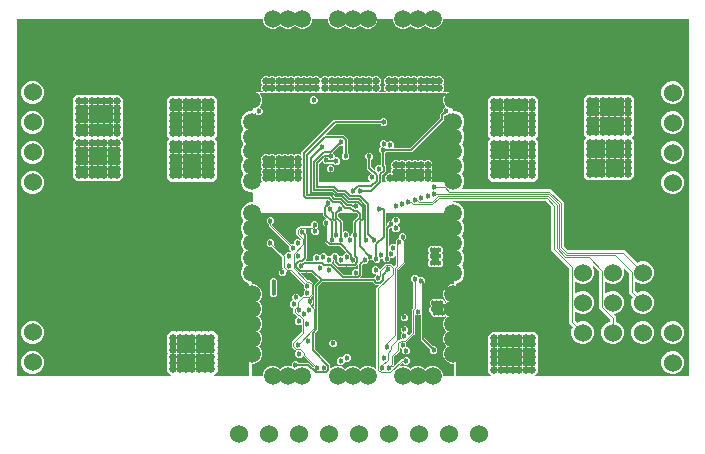
<source format=gbr>
G04 EAGLE Gerber RS-274X export*
G75*
%MOMM*%
%FSLAX34Y34*%
%LPD*%
%INCopper Layer 2*%
%IPPOS*%
%AMOC8*
5,1,8,0,0,1.08239X$1,22.5*%
G01*
%ADD10C,1.524000*%
%ADD11C,1.500000*%
%ADD12C,0.654000*%
%ADD13C,0.454000*%
%ADD14C,0.152400*%
%ADD15C,0.088900*%
%ADD16C,0.203200*%

G36*
X382058Y371722D02*
X382058Y371722D01*
X382029Y371724D01*
X381967Y371702D01*
X381903Y371689D01*
X381880Y371671D01*
X381852Y371661D01*
X381805Y371616D01*
X381753Y371577D01*
X381739Y371552D01*
X381718Y371531D01*
X381706Y371492D01*
X381662Y371413D01*
X381654Y371323D01*
X381643Y371285D01*
X381643Y369616D01*
X380365Y366532D01*
X378005Y364172D01*
X374922Y362895D01*
X371584Y362895D01*
X368501Y364172D01*
X367280Y365392D01*
X367256Y365408D01*
X367237Y365431D01*
X367178Y365459D01*
X367123Y365494D01*
X367094Y365498D01*
X367067Y365511D01*
X367002Y365512D01*
X366937Y365521D01*
X366909Y365513D01*
X366880Y365514D01*
X366844Y365495D01*
X366757Y365470D01*
X366688Y365411D01*
X366653Y365392D01*
X365432Y364172D01*
X362349Y362895D01*
X359011Y362895D01*
X355928Y364172D01*
X354707Y365392D01*
X354683Y365408D01*
X354664Y365431D01*
X354605Y365459D01*
X354550Y365494D01*
X354521Y365498D01*
X354494Y365511D01*
X354429Y365512D01*
X354364Y365521D01*
X354336Y365513D01*
X354307Y365514D01*
X354271Y365495D01*
X354184Y365470D01*
X354115Y365411D01*
X354080Y365392D01*
X352859Y364172D01*
X349776Y362895D01*
X346438Y362895D01*
X343355Y364172D01*
X340995Y366532D01*
X339717Y369616D01*
X339717Y371285D01*
X339711Y371313D01*
X339713Y371342D01*
X339691Y371404D01*
X339678Y371468D01*
X339660Y371491D01*
X339650Y371519D01*
X339605Y371566D01*
X339566Y371618D01*
X339541Y371632D01*
X339520Y371653D01*
X339481Y371665D01*
X339402Y371709D01*
X339312Y371717D01*
X339274Y371728D01*
X326968Y371728D01*
X326940Y371722D01*
X326911Y371724D01*
X326849Y371702D01*
X326785Y371689D01*
X326762Y371671D01*
X326734Y371661D01*
X326687Y371616D01*
X326635Y371577D01*
X326621Y371552D01*
X326600Y371531D01*
X326588Y371492D01*
X326544Y371413D01*
X326536Y371323D01*
X326525Y371285D01*
X326525Y369616D01*
X325247Y366532D01*
X322887Y364172D01*
X319804Y362895D01*
X316466Y362895D01*
X313383Y364172D01*
X312162Y365392D01*
X312138Y365408D01*
X312119Y365431D01*
X312060Y365459D01*
X312005Y365494D01*
X311976Y365498D01*
X311949Y365511D01*
X311884Y365512D01*
X311819Y365521D01*
X311791Y365513D01*
X311762Y365514D01*
X311726Y365495D01*
X311639Y365470D01*
X311570Y365411D01*
X311535Y365392D01*
X310314Y364172D01*
X307231Y362895D01*
X303893Y362895D01*
X300810Y364172D01*
X299589Y365392D01*
X299565Y365408D01*
X299546Y365431D01*
X299487Y365459D01*
X299432Y365494D01*
X299403Y365498D01*
X299376Y365511D01*
X299311Y365512D01*
X299246Y365521D01*
X299218Y365513D01*
X299189Y365514D01*
X299153Y365495D01*
X299066Y365470D01*
X298997Y365411D01*
X298962Y365392D01*
X297741Y364172D01*
X294658Y362895D01*
X291320Y362895D01*
X288237Y364172D01*
X285877Y366532D01*
X284599Y369616D01*
X284599Y371285D01*
X284593Y371313D01*
X284595Y371342D01*
X284573Y371404D01*
X284560Y371468D01*
X284542Y371491D01*
X284532Y371519D01*
X284487Y371566D01*
X284448Y371618D01*
X284423Y371632D01*
X284402Y371653D01*
X284363Y371665D01*
X284284Y371709D01*
X284194Y371717D01*
X284156Y371728D01*
X271850Y371728D01*
X271822Y371722D01*
X271793Y371724D01*
X271731Y371702D01*
X271667Y371689D01*
X271644Y371671D01*
X271616Y371661D01*
X271569Y371616D01*
X271517Y371577D01*
X271503Y371552D01*
X271482Y371531D01*
X271470Y371492D01*
X271426Y371413D01*
X271418Y371323D01*
X271407Y371285D01*
X271407Y369616D01*
X270129Y366532D01*
X267769Y364172D01*
X264686Y362895D01*
X261348Y362895D01*
X258265Y364172D01*
X257044Y365392D01*
X257020Y365408D01*
X257001Y365431D01*
X256942Y365459D01*
X256887Y365494D01*
X256858Y365498D01*
X256831Y365511D01*
X256766Y365512D01*
X256701Y365521D01*
X256673Y365513D01*
X256644Y365514D01*
X256608Y365495D01*
X256521Y365470D01*
X256452Y365411D01*
X256417Y365392D01*
X255196Y364172D01*
X252113Y362895D01*
X248775Y362895D01*
X245692Y364172D01*
X244471Y365392D01*
X244447Y365408D01*
X244428Y365431D01*
X244369Y365459D01*
X244314Y365494D01*
X244285Y365498D01*
X244258Y365511D01*
X244193Y365512D01*
X244128Y365521D01*
X244100Y365513D01*
X244071Y365514D01*
X244035Y365495D01*
X243948Y365470D01*
X243879Y365411D01*
X243844Y365392D01*
X242623Y364172D01*
X239540Y362895D01*
X236202Y362895D01*
X233119Y364172D01*
X230759Y366532D01*
X229481Y369616D01*
X229481Y371285D01*
X229475Y371313D01*
X229477Y371342D01*
X229455Y371404D01*
X229442Y371468D01*
X229424Y371491D01*
X229414Y371519D01*
X229369Y371566D01*
X229330Y371618D01*
X229305Y371632D01*
X229284Y371653D01*
X229245Y371665D01*
X229166Y371709D01*
X229076Y371717D01*
X229038Y371728D01*
X21590Y371728D01*
X21561Y371722D01*
X21532Y371724D01*
X21471Y371702D01*
X21407Y371689D01*
X21383Y371671D01*
X21356Y371661D01*
X21309Y371616D01*
X21256Y371577D01*
X21242Y371552D01*
X21221Y371531D01*
X21209Y371492D01*
X21165Y371413D01*
X21158Y371323D01*
X21146Y371285D01*
X21146Y69469D01*
X21152Y69440D01*
X21150Y69411D01*
X21172Y69350D01*
X21186Y69286D01*
X21203Y69262D01*
X21213Y69235D01*
X21259Y69188D01*
X21297Y69135D01*
X21323Y69121D01*
X21343Y69100D01*
X21382Y69088D01*
X21461Y69044D01*
X21551Y69037D01*
X21590Y69025D01*
X151004Y69025D01*
X151019Y69028D01*
X151033Y69026D01*
X151110Y69048D01*
X151187Y69065D01*
X151199Y69074D01*
X151213Y69078D01*
X151274Y69129D01*
X151338Y69176D01*
X151345Y69189D01*
X151356Y69199D01*
X151390Y69271D01*
X151429Y69340D01*
X151430Y69355D01*
X151436Y69368D01*
X151438Y69448D01*
X151444Y69527D01*
X151439Y69541D01*
X151440Y69556D01*
X151423Y69587D01*
X151381Y69703D01*
X151335Y69751D01*
X151318Y69783D01*
X148494Y72607D01*
X148494Y76999D01*
X148651Y77156D01*
X148655Y77162D01*
X148657Y77164D01*
X148666Y77179D01*
X148667Y77181D01*
X148689Y77200D01*
X148717Y77259D01*
X148753Y77314D01*
X148757Y77343D01*
X148769Y77369D01*
X148770Y77434D01*
X148780Y77499D01*
X148772Y77527D01*
X148772Y77557D01*
X148754Y77592D01*
X148729Y77679D01*
X148670Y77748D01*
X148651Y77784D01*
X148494Y77941D01*
X148494Y82333D01*
X148651Y82490D01*
X148667Y82515D01*
X148689Y82534D01*
X148717Y82593D01*
X148753Y82648D01*
X148757Y82677D01*
X148769Y82703D01*
X148771Y82768D01*
X148780Y82833D01*
X148772Y82861D01*
X148773Y82890D01*
X148753Y82926D01*
X148729Y83013D01*
X148670Y83082D01*
X148651Y83118D01*
X148494Y83275D01*
X148494Y87667D01*
X148651Y87824D01*
X148667Y87849D01*
X148689Y87868D01*
X148717Y87927D01*
X148753Y87982D01*
X148757Y88011D01*
X148769Y88037D01*
X148770Y88102D01*
X148780Y88167D01*
X148772Y88195D01*
X148772Y88225D01*
X148754Y88260D01*
X148729Y88347D01*
X148670Y88416D01*
X148651Y88452D01*
X148494Y88609D01*
X148494Y93001D01*
X148651Y93158D01*
X148667Y93183D01*
X148689Y93202D01*
X148717Y93261D01*
X148753Y93316D01*
X148757Y93345D01*
X148769Y93371D01*
X148770Y93436D01*
X148780Y93501D01*
X148772Y93529D01*
X148772Y93559D01*
X148754Y93594D01*
X148729Y93681D01*
X148670Y93750D01*
X148651Y93786D01*
X148494Y93943D01*
X148494Y98335D01*
X148651Y98492D01*
X148667Y98517D01*
X148689Y98536D01*
X148717Y98595D01*
X148753Y98650D01*
X148757Y98679D01*
X148769Y98705D01*
X148770Y98770D01*
X148780Y98835D01*
X148772Y98863D01*
X148772Y98893D01*
X148754Y98928D01*
X148729Y99015D01*
X148670Y99084D01*
X148651Y99120D01*
X148494Y99277D01*
X148494Y103669D01*
X151601Y106776D01*
X155993Y106776D01*
X156150Y106619D01*
X156175Y106603D01*
X156194Y106581D01*
X156253Y106553D01*
X156308Y106517D01*
X156337Y106513D01*
X156363Y106501D01*
X156428Y106500D01*
X156493Y106490D01*
X156521Y106498D01*
X156551Y106498D01*
X156586Y106516D01*
X156673Y106541D01*
X156742Y106600D01*
X156778Y106619D01*
X156935Y106776D01*
X161327Y106776D01*
X161484Y106619D01*
X161509Y106603D01*
X161528Y106581D01*
X161587Y106553D01*
X161642Y106517D01*
X161671Y106513D01*
X161697Y106501D01*
X161762Y106500D01*
X161827Y106490D01*
X161855Y106498D01*
X161885Y106498D01*
X161920Y106516D01*
X162007Y106541D01*
X162076Y106600D01*
X162112Y106619D01*
X162269Y106776D01*
X166661Y106776D01*
X166818Y106619D01*
X166843Y106603D01*
X166862Y106581D01*
X166921Y106553D01*
X166976Y106517D01*
X167005Y106513D01*
X167031Y106501D01*
X167096Y106500D01*
X167161Y106490D01*
X167189Y106498D01*
X167219Y106498D01*
X167254Y106516D01*
X167341Y106541D01*
X167410Y106600D01*
X167446Y106619D01*
X167603Y106776D01*
X171995Y106776D01*
X172152Y106619D01*
X172177Y106603D01*
X172196Y106581D01*
X172255Y106553D01*
X172310Y106517D01*
X172339Y106513D01*
X172365Y106501D01*
X172430Y106499D01*
X172495Y106490D01*
X172523Y106498D01*
X172552Y106497D01*
X172588Y106517D01*
X172675Y106541D01*
X172744Y106600D01*
X172780Y106619D01*
X172937Y106776D01*
X177329Y106776D01*
X177486Y106619D01*
X177511Y106603D01*
X177530Y106581D01*
X177589Y106553D01*
X177644Y106517D01*
X177673Y106513D01*
X177699Y106501D01*
X177764Y106500D01*
X177829Y106490D01*
X177857Y106498D01*
X177887Y106498D01*
X177922Y106516D01*
X178009Y106541D01*
X178078Y106600D01*
X178114Y106619D01*
X178271Y106776D01*
X182663Y106776D01*
X182820Y106619D01*
X182845Y106603D01*
X182864Y106581D01*
X182923Y106553D01*
X182978Y106517D01*
X183007Y106513D01*
X183033Y106501D01*
X183098Y106499D01*
X183163Y106490D01*
X183191Y106498D01*
X183220Y106497D01*
X183256Y106517D01*
X183343Y106541D01*
X183412Y106600D01*
X183448Y106619D01*
X183605Y106776D01*
X187997Y106776D01*
X191104Y103669D01*
X191104Y99277D01*
X190947Y99120D01*
X190931Y99095D01*
X190909Y99076D01*
X190881Y99017D01*
X190845Y98962D01*
X190841Y98933D01*
X190829Y98907D01*
X190827Y98842D01*
X190818Y98777D01*
X190826Y98749D01*
X190825Y98720D01*
X190845Y98684D01*
X190869Y98597D01*
X190928Y98528D01*
X190947Y98492D01*
X191104Y98335D01*
X191104Y93943D01*
X190947Y93786D01*
X190931Y93761D01*
X190909Y93742D01*
X190881Y93683D01*
X190845Y93628D01*
X190841Y93599D01*
X190829Y93573D01*
X190827Y93508D01*
X190818Y93443D01*
X190826Y93415D01*
X190825Y93386D01*
X190845Y93350D01*
X190869Y93263D01*
X190924Y93199D01*
X190924Y93197D01*
X190928Y93193D01*
X190947Y93158D01*
X191104Y93001D01*
X191104Y88609D01*
X190947Y88452D01*
X190931Y88427D01*
X190909Y88408D01*
X190881Y88349D01*
X190845Y88294D01*
X190841Y88265D01*
X190829Y88239D01*
X190827Y88174D01*
X190818Y88109D01*
X190826Y88081D01*
X190825Y88052D01*
X190845Y88016D01*
X190869Y87929D01*
X190914Y87876D01*
X190915Y87872D01*
X190929Y87859D01*
X190947Y87824D01*
X191104Y87667D01*
X191104Y83275D01*
X190947Y83118D01*
X190931Y83093D01*
X190909Y83074D01*
X190881Y83015D01*
X190845Y82960D01*
X190841Y82931D01*
X190829Y82905D01*
X190827Y82839D01*
X190818Y82775D01*
X190826Y82747D01*
X190825Y82718D01*
X190845Y82682D01*
X190869Y82595D01*
X190904Y82554D01*
X190906Y82547D01*
X190929Y82524D01*
X190947Y82490D01*
X191104Y82333D01*
X191104Y77941D01*
X190947Y77784D01*
X190931Y77759D01*
X190909Y77740D01*
X190881Y77681D01*
X190845Y77626D01*
X190841Y77597D01*
X190829Y77571D01*
X190828Y77506D01*
X190818Y77441D01*
X190826Y77413D01*
X190826Y77383D01*
X190844Y77348D01*
X190869Y77261D01*
X190894Y77232D01*
X190897Y77222D01*
X190929Y77189D01*
X190947Y77156D01*
X191104Y76999D01*
X191104Y72607D01*
X188280Y69783D01*
X188272Y69770D01*
X188260Y69762D01*
X188222Y69692D01*
X188178Y69625D01*
X188176Y69611D01*
X188169Y69598D01*
X188163Y69519D01*
X188151Y69440D01*
X188155Y69426D01*
X188154Y69411D01*
X188181Y69336D01*
X188202Y69260D01*
X188212Y69249D01*
X188217Y69235D01*
X188272Y69178D01*
X188324Y69117D01*
X188337Y69111D01*
X188347Y69100D01*
X188381Y69090D01*
X188493Y69037D01*
X188559Y69036D01*
X188594Y69025D01*
X217551Y69025D01*
X217580Y69031D01*
X217609Y69029D01*
X217670Y69051D01*
X217734Y69065D01*
X217758Y69082D01*
X217785Y69092D01*
X217832Y69138D01*
X217885Y69176D01*
X217899Y69202D01*
X217920Y69222D01*
X217932Y69261D01*
X217976Y69340D01*
X217983Y69430D01*
X217995Y69469D01*
X217995Y146875D01*
X217987Y146911D01*
X217989Y146948D01*
X217967Y147002D01*
X217955Y147059D01*
X217933Y147088D01*
X217920Y147122D01*
X217890Y147147D01*
X217844Y147209D01*
X217751Y147260D01*
X217721Y147285D01*
X215072Y148383D01*
X212391Y151064D01*
X210939Y154568D01*
X210939Y158360D01*
X212391Y161864D01*
X212963Y162437D01*
X212979Y162461D01*
X213002Y162480D01*
X213030Y162539D01*
X213065Y162594D01*
X213069Y162623D01*
X213082Y162650D01*
X213083Y162715D01*
X213092Y162780D01*
X213084Y162808D01*
X213085Y162837D01*
X213066Y162873D01*
X213041Y162960D01*
X212982Y163029D01*
X212963Y163064D01*
X212391Y163637D01*
X210939Y167141D01*
X210939Y170933D01*
X212391Y174437D01*
X212963Y175010D01*
X212979Y175034D01*
X213002Y175053D01*
X213030Y175112D01*
X213065Y175167D01*
X213069Y175196D01*
X213082Y175223D01*
X213083Y175288D01*
X213092Y175352D01*
X213084Y175381D01*
X213085Y175410D01*
X213066Y175446D01*
X213041Y175533D01*
X212982Y175602D01*
X212963Y175637D01*
X212391Y176210D01*
X210939Y179714D01*
X210939Y183506D01*
X212391Y187010D01*
X212963Y187583D01*
X212979Y187607D01*
X213002Y187626D01*
X213030Y187685D01*
X213065Y187740D01*
X213069Y187769D01*
X213082Y187796D01*
X213083Y187861D01*
X213092Y187925D01*
X213084Y187954D01*
X213085Y187983D01*
X213066Y188019D01*
X213041Y188106D01*
X212982Y188175D01*
X212963Y188210D01*
X212391Y188783D01*
X210939Y192287D01*
X210939Y196079D01*
X212391Y199583D01*
X212963Y200156D01*
X212979Y200180D01*
X213002Y200199D01*
X213030Y200258D01*
X213065Y200313D01*
X213069Y200342D01*
X213082Y200369D01*
X213083Y200434D01*
X213092Y200498D01*
X213084Y200527D01*
X213085Y200556D01*
X213066Y200592D01*
X213041Y200679D01*
X212982Y200748D01*
X212963Y200783D01*
X212391Y201356D01*
X210939Y204860D01*
X210939Y208652D01*
X212391Y212156D01*
X215072Y214837D01*
X218576Y216289D01*
X220472Y216289D01*
X220501Y216295D01*
X220530Y216293D01*
X220591Y216315D01*
X220655Y216328D01*
X220679Y216346D01*
X220706Y216356D01*
X220753Y216401D01*
X220806Y216440D01*
X220820Y216465D01*
X220841Y216486D01*
X220853Y216525D01*
X220897Y216604D01*
X220904Y216694D01*
X220916Y216732D01*
X220916Y224021D01*
X220910Y224050D01*
X220912Y224079D01*
X220890Y224140D01*
X220876Y224204D01*
X220859Y224228D01*
X220849Y224255D01*
X220803Y224302D01*
X220765Y224355D01*
X220739Y224369D01*
X220719Y224390D01*
X220680Y224402D01*
X220601Y224446D01*
X220511Y224453D01*
X220472Y224465D01*
X218576Y224465D01*
X215072Y225916D01*
X212391Y228598D01*
X210939Y232101D01*
X210939Y235894D01*
X212391Y239397D01*
X212963Y239970D01*
X212979Y239995D01*
X213002Y240014D01*
X213030Y240073D01*
X213065Y240128D01*
X213069Y240157D01*
X213082Y240183D01*
X213083Y240248D01*
X213092Y240313D01*
X213084Y240341D01*
X213085Y240370D01*
X213066Y240406D01*
X213041Y240493D01*
X212999Y240542D01*
X212998Y240547D01*
X212982Y240564D01*
X212963Y240598D01*
X212391Y241171D01*
X210939Y244674D01*
X210939Y248467D01*
X212391Y251970D01*
X212963Y252543D01*
X212979Y252568D01*
X213002Y252587D01*
X213030Y252646D01*
X213065Y252701D01*
X213069Y252730D01*
X213082Y252756D01*
X213083Y252821D01*
X213092Y252886D01*
X213084Y252914D01*
X213085Y252944D01*
X213066Y252979D01*
X213041Y253066D01*
X212982Y253135D01*
X212963Y253171D01*
X212391Y253744D01*
X210939Y257247D01*
X210939Y261040D01*
X212391Y264543D01*
X212963Y265116D01*
X212979Y265141D01*
X213002Y265160D01*
X213030Y265219D01*
X213065Y265274D01*
X213069Y265303D01*
X213082Y265329D01*
X213083Y265394D01*
X213092Y265459D01*
X213084Y265487D01*
X213085Y265517D01*
X213066Y265552D01*
X213041Y265639D01*
X212982Y265708D01*
X212963Y265744D01*
X212391Y266317D01*
X210939Y269820D01*
X210939Y273613D01*
X212391Y277116D01*
X212963Y277689D01*
X212979Y277714D01*
X213002Y277733D01*
X213030Y277792D01*
X213065Y277847D01*
X213069Y277876D01*
X213082Y277902D01*
X213083Y277967D01*
X213092Y278032D01*
X213084Y278060D01*
X213085Y278090D01*
X213066Y278125D01*
X213041Y278212D01*
X213000Y278261D01*
X212998Y278266D01*
X212982Y278283D01*
X212963Y278317D01*
X212391Y278890D01*
X210939Y282393D01*
X210939Y286186D01*
X212391Y289689D01*
X215072Y292371D01*
X218576Y293822D01*
X220472Y293822D01*
X220501Y293828D01*
X220530Y293826D01*
X220591Y293848D01*
X220655Y293862D01*
X220679Y293879D01*
X220706Y293889D01*
X220753Y293935D01*
X220806Y293973D01*
X220820Y293999D01*
X220841Y294019D01*
X220853Y294058D01*
X220897Y294137D01*
X220904Y294227D01*
X220916Y294266D01*
X220916Y309627D01*
X228821Y309627D01*
X228835Y309630D01*
X228850Y309628D01*
X228926Y309650D01*
X229004Y309666D01*
X229016Y309675D01*
X229030Y309679D01*
X229091Y309731D01*
X229154Y309778D01*
X229162Y309791D01*
X229173Y309800D01*
X229207Y309872D01*
X229245Y309942D01*
X229247Y309956D01*
X229253Y309970D01*
X229254Y310049D01*
X229261Y310128D01*
X229256Y310142D01*
X229256Y310157D01*
X229239Y310188D01*
X229198Y310305D01*
X229152Y310352D01*
X229134Y310384D01*
X227996Y311522D01*
X227996Y314969D01*
X228626Y315599D01*
X228642Y315623D01*
X228665Y315642D01*
X228693Y315701D01*
X228728Y315756D01*
X228732Y315785D01*
X228745Y315812D01*
X228746Y315877D01*
X228756Y315942D01*
X228747Y315970D01*
X228748Y315999D01*
X228729Y316035D01*
X228704Y316122D01*
X228645Y316191D01*
X228626Y316226D01*
X227996Y316856D01*
X227996Y320303D01*
X230433Y322739D01*
X233879Y322739D01*
X234509Y322109D01*
X234534Y322093D01*
X234553Y322071D01*
X234612Y322043D01*
X234667Y322007D01*
X234696Y322003D01*
X234722Y321991D01*
X234787Y321990D01*
X234852Y321980D01*
X234880Y321988D01*
X234909Y321988D01*
X234945Y322007D01*
X235032Y322031D01*
X235101Y322090D01*
X235137Y322109D01*
X235767Y322739D01*
X239213Y322739D01*
X239843Y322109D01*
X239868Y322093D01*
X239887Y322071D01*
X239946Y322043D01*
X240001Y322007D01*
X240030Y322003D01*
X240056Y321991D01*
X240121Y321990D01*
X240186Y321980D01*
X240214Y321988D01*
X240243Y321988D01*
X240279Y322007D01*
X240366Y322031D01*
X240435Y322090D01*
X240471Y322109D01*
X241101Y322739D01*
X244547Y322739D01*
X245177Y322109D01*
X245202Y322093D01*
X245221Y322071D01*
X245280Y322043D01*
X245335Y322007D01*
X245364Y322003D01*
X245390Y321991D01*
X245455Y321990D01*
X245520Y321980D01*
X245548Y321988D01*
X245577Y321988D01*
X245613Y322007D01*
X245700Y322031D01*
X245769Y322090D01*
X245805Y322109D01*
X246435Y322739D01*
X249881Y322739D01*
X250511Y322109D01*
X250536Y322093D01*
X250555Y322071D01*
X250614Y322043D01*
X250669Y322007D01*
X250698Y322003D01*
X250724Y321991D01*
X250789Y321990D01*
X250854Y321980D01*
X250882Y321988D01*
X250911Y321988D01*
X250947Y322007D01*
X251034Y322031D01*
X251103Y322090D01*
X251139Y322109D01*
X251769Y322739D01*
X255215Y322739D01*
X255845Y322109D01*
X255870Y322093D01*
X255889Y322071D01*
X255948Y322043D01*
X256003Y322007D01*
X256032Y322003D01*
X256058Y321991D01*
X256123Y321990D01*
X256188Y321980D01*
X256216Y321988D01*
X256245Y321988D01*
X256281Y322007D01*
X256368Y322031D01*
X256437Y322090D01*
X256473Y322109D01*
X257103Y322739D01*
X260549Y322739D01*
X261179Y322109D01*
X261204Y322093D01*
X261223Y322071D01*
X261282Y322043D01*
X261337Y322007D01*
X261366Y322003D01*
X261392Y321991D01*
X261457Y321990D01*
X261522Y321980D01*
X261550Y321988D01*
X261579Y321988D01*
X261615Y322007D01*
X261702Y322031D01*
X261771Y322090D01*
X261807Y322109D01*
X262437Y322739D01*
X265883Y322739D01*
X266513Y322109D01*
X266538Y322093D01*
X266557Y322071D01*
X266616Y322043D01*
X266671Y322007D01*
X266700Y322003D01*
X266726Y321991D01*
X266791Y321990D01*
X266856Y321980D01*
X266884Y321988D01*
X266913Y321988D01*
X266949Y322007D01*
X267036Y322031D01*
X267105Y322090D01*
X267141Y322109D01*
X267771Y322739D01*
X271217Y322739D01*
X271847Y322109D01*
X271872Y322093D01*
X271891Y322071D01*
X271950Y322043D01*
X272005Y322007D01*
X272034Y322003D01*
X272060Y321991D01*
X272125Y321990D01*
X272190Y321980D01*
X272218Y321988D01*
X272248Y321988D01*
X272283Y322007D01*
X272370Y322031D01*
X272439Y322090D01*
X272475Y322109D01*
X273105Y322739D01*
X276551Y322739D01*
X278229Y321061D01*
X278254Y321045D01*
X278273Y321023D01*
X278332Y320995D01*
X278386Y320960D01*
X278415Y320955D01*
X278442Y320943D01*
X278507Y320942D01*
X278572Y320932D01*
X278600Y320940D01*
X278629Y320940D01*
X278665Y320959D01*
X278752Y320984D01*
X278821Y321042D01*
X278857Y321061D01*
X280534Y322739D01*
X283981Y322739D01*
X284611Y322109D01*
X284635Y322093D01*
X284654Y322071D01*
X284713Y322043D01*
X284768Y322007D01*
X284797Y322003D01*
X284824Y321991D01*
X284889Y321990D01*
X284953Y321980D01*
X284982Y321988D01*
X285011Y321988D01*
X285047Y322007D01*
X285134Y322031D01*
X285203Y322090D01*
X285238Y322109D01*
X285868Y322739D01*
X289315Y322739D01*
X289945Y322109D01*
X289969Y322093D01*
X289988Y322071D01*
X290047Y322043D01*
X290102Y322007D01*
X290131Y322003D01*
X290158Y321991D01*
X290223Y321990D01*
X290287Y321980D01*
X290316Y321988D01*
X290345Y321988D01*
X290381Y322007D01*
X290468Y322031D01*
X290537Y322090D01*
X290572Y322109D01*
X291202Y322739D01*
X294649Y322739D01*
X295279Y322109D01*
X295303Y322093D01*
X295322Y322071D01*
X295381Y322043D01*
X295436Y322007D01*
X295465Y322003D01*
X295492Y321991D01*
X295557Y321990D01*
X295621Y321980D01*
X295650Y321988D01*
X295679Y321988D01*
X295715Y322007D01*
X295802Y322031D01*
X295871Y322090D01*
X295906Y322109D01*
X296536Y322739D01*
X299983Y322739D01*
X300613Y322109D01*
X300637Y322093D01*
X300656Y322071D01*
X300715Y322043D01*
X300770Y322007D01*
X300799Y322003D01*
X300826Y321991D01*
X300891Y321990D01*
X300955Y321980D01*
X300984Y321988D01*
X301013Y321988D01*
X301049Y322007D01*
X301136Y322031D01*
X301205Y322090D01*
X301240Y322109D01*
X301870Y322739D01*
X305317Y322739D01*
X305947Y322109D01*
X305971Y322093D01*
X305990Y322071D01*
X306049Y322043D01*
X306104Y322007D01*
X306133Y322003D01*
X306160Y321991D01*
X306225Y321990D01*
X306289Y321980D01*
X306318Y321988D01*
X306347Y321988D01*
X306383Y322007D01*
X306470Y322031D01*
X306539Y322090D01*
X306574Y322109D01*
X307204Y322739D01*
X310651Y322739D01*
X311281Y322109D01*
X311305Y322093D01*
X311324Y322071D01*
X311383Y322043D01*
X311438Y322007D01*
X311467Y322003D01*
X311494Y321991D01*
X311559Y321990D01*
X311623Y321980D01*
X311652Y321988D01*
X311681Y321988D01*
X311717Y322007D01*
X311804Y322031D01*
X311873Y322090D01*
X311908Y322109D01*
X312538Y322739D01*
X315985Y322739D01*
X316615Y322109D01*
X316639Y322093D01*
X316658Y322071D01*
X316717Y322043D01*
X316772Y322007D01*
X316801Y322003D01*
X316828Y321991D01*
X316893Y321990D01*
X316957Y321980D01*
X316986Y321988D01*
X317015Y321988D01*
X317051Y322007D01*
X317138Y322031D01*
X317207Y322090D01*
X317242Y322109D01*
X317872Y322739D01*
X321319Y322739D01*
X321949Y322109D01*
X321973Y322093D01*
X321992Y322071D01*
X322051Y322043D01*
X322106Y322007D01*
X322135Y322003D01*
X322162Y321991D01*
X322227Y321990D01*
X322291Y321980D01*
X322320Y321988D01*
X322349Y321988D01*
X322385Y322007D01*
X322472Y322031D01*
X322541Y322090D01*
X322576Y322109D01*
X323206Y322739D01*
X326653Y322739D01*
X329089Y320303D01*
X329089Y316856D01*
X328459Y316226D01*
X328443Y316202D01*
X328421Y316183D01*
X328393Y316124D01*
X328357Y316069D01*
X328353Y316040D01*
X328341Y316013D01*
X328340Y315948D01*
X328330Y315883D01*
X328338Y315855D01*
X328338Y315826D01*
X328357Y315790D01*
X328381Y315703D01*
X328440Y315634D01*
X328459Y315599D01*
X329089Y314969D01*
X329089Y311522D01*
X327951Y310384D01*
X327943Y310372D01*
X327931Y310363D01*
X327893Y310294D01*
X327849Y310227D01*
X327847Y310212D01*
X327840Y310199D01*
X327834Y310120D01*
X327822Y310042D01*
X327826Y310027D01*
X327825Y310013D01*
X327852Y309938D01*
X327873Y309861D01*
X327883Y309850D01*
X327888Y309836D01*
X327943Y309779D01*
X327995Y309718D01*
X328008Y309712D01*
X328018Y309702D01*
X328052Y309691D01*
X328164Y309638D01*
X328230Y309637D01*
X328265Y309627D01*
X332961Y309627D01*
X332975Y309630D01*
X332990Y309628D01*
X333066Y309650D01*
X333144Y309666D01*
X333156Y309675D01*
X333170Y309679D01*
X333231Y309731D01*
X333294Y309778D01*
X333302Y309791D01*
X333313Y309800D01*
X333347Y309872D01*
X333385Y309942D01*
X333387Y309956D01*
X333393Y309970D01*
X333394Y310049D01*
X333401Y310128D01*
X333396Y310142D01*
X333396Y310157D01*
X333379Y310188D01*
X333338Y310305D01*
X333292Y310352D01*
X333274Y310384D01*
X332136Y311522D01*
X332136Y314969D01*
X332766Y315599D01*
X332782Y315623D01*
X332805Y315642D01*
X332833Y315701D01*
X332868Y315756D01*
X332872Y315785D01*
X332885Y315812D01*
X332886Y315877D01*
X332896Y315942D01*
X332887Y315970D01*
X332888Y315999D01*
X332869Y316035D01*
X332844Y316122D01*
X332785Y316191D01*
X332766Y316226D01*
X332136Y316856D01*
X332136Y320303D01*
X334573Y322739D01*
X338019Y322739D01*
X338649Y322109D01*
X338674Y322093D01*
X338693Y322071D01*
X338752Y322043D01*
X338807Y322007D01*
X338836Y322003D01*
X338862Y321991D01*
X338927Y321990D01*
X338992Y321980D01*
X339020Y321988D01*
X339050Y321988D01*
X339085Y322007D01*
X339172Y322031D01*
X339241Y322090D01*
X339277Y322109D01*
X339907Y322739D01*
X343353Y322739D01*
X343983Y322109D01*
X344008Y322093D01*
X344027Y322071D01*
X344086Y322043D01*
X344141Y322007D01*
X344170Y322003D01*
X344196Y321991D01*
X344261Y321990D01*
X344326Y321980D01*
X344354Y321988D01*
X344384Y321988D01*
X344419Y322007D01*
X344506Y322031D01*
X344575Y322090D01*
X344611Y322109D01*
X345241Y322739D01*
X348687Y322739D01*
X349317Y322109D01*
X349342Y322093D01*
X349361Y322071D01*
X349420Y322043D01*
X349475Y322007D01*
X349504Y322003D01*
X349530Y321991D01*
X349595Y321990D01*
X349660Y321980D01*
X349688Y321988D01*
X349718Y321988D01*
X349753Y322007D01*
X349840Y322031D01*
X349909Y322090D01*
X349945Y322109D01*
X350575Y322739D01*
X354021Y322739D01*
X354651Y322109D01*
X354676Y322093D01*
X354695Y322071D01*
X354754Y322043D01*
X354809Y322007D01*
X354838Y322003D01*
X354864Y321991D01*
X354929Y321990D01*
X354994Y321980D01*
X355022Y321988D01*
X355052Y321988D01*
X355087Y322007D01*
X355174Y322031D01*
X355243Y322090D01*
X355279Y322109D01*
X355909Y322739D01*
X359355Y322739D01*
X359985Y322109D01*
X360010Y322093D01*
X360029Y322071D01*
X360088Y322043D01*
X360143Y322007D01*
X360172Y322003D01*
X360198Y321991D01*
X360263Y321990D01*
X360328Y321980D01*
X360356Y321988D01*
X360386Y321988D01*
X360421Y322007D01*
X360508Y322031D01*
X360577Y322090D01*
X360613Y322109D01*
X361243Y322739D01*
X364689Y322739D01*
X365319Y322109D01*
X365344Y322093D01*
X365363Y322071D01*
X365422Y322043D01*
X365477Y322007D01*
X365506Y322003D01*
X365532Y321991D01*
X365597Y321990D01*
X365662Y321980D01*
X365690Y321988D01*
X365720Y321988D01*
X365755Y322007D01*
X365842Y322031D01*
X365911Y322090D01*
X365947Y322109D01*
X366577Y322739D01*
X370023Y322739D01*
X370653Y322109D01*
X370678Y322093D01*
X370697Y322071D01*
X370756Y322043D01*
X370811Y322007D01*
X370840Y322003D01*
X370866Y321991D01*
X370931Y321990D01*
X370996Y321980D01*
X371024Y321988D01*
X371054Y321988D01*
X371089Y322007D01*
X371176Y322031D01*
X371245Y322090D01*
X371281Y322109D01*
X371911Y322739D01*
X375357Y322739D01*
X375987Y322109D01*
X376012Y322093D01*
X376031Y322071D01*
X376090Y322043D01*
X376145Y322007D01*
X376174Y322003D01*
X376200Y321991D01*
X376265Y321990D01*
X376330Y321980D01*
X376358Y321988D01*
X376388Y321988D01*
X376423Y322007D01*
X376510Y322031D01*
X376579Y322090D01*
X376615Y322109D01*
X377245Y322739D01*
X380691Y322739D01*
X383128Y320303D01*
X383128Y316856D01*
X382498Y316226D01*
X382482Y316202D01*
X382459Y316183D01*
X382431Y316124D01*
X382396Y316069D01*
X382392Y316040D01*
X382379Y316013D01*
X382378Y315948D01*
X382368Y315884D01*
X382377Y315855D01*
X382376Y315826D01*
X382395Y315790D01*
X382420Y315703D01*
X382479Y315634D01*
X382498Y315599D01*
X383128Y314969D01*
X383128Y311522D01*
X381990Y310384D01*
X381982Y310372D01*
X381970Y310363D01*
X381931Y310294D01*
X381888Y310227D01*
X381886Y310212D01*
X381879Y310199D01*
X381872Y310120D01*
X381860Y310042D01*
X381865Y310027D01*
X381863Y310013D01*
X381890Y309938D01*
X381912Y309861D01*
X381921Y309850D01*
X381926Y309836D01*
X381982Y309779D01*
X382033Y309718D01*
X382046Y309712D01*
X382057Y309702D01*
X382091Y309691D01*
X382202Y309638D01*
X382269Y309637D01*
X382303Y309627D01*
X390208Y309627D01*
X390208Y294266D01*
X390214Y294237D01*
X390212Y294208D01*
X390234Y294147D01*
X390248Y294083D01*
X390265Y294059D01*
X390275Y294032D01*
X390321Y293985D01*
X390359Y293932D01*
X390385Y293918D01*
X390405Y293897D01*
X390444Y293885D01*
X390523Y293841D01*
X390613Y293834D01*
X390652Y293822D01*
X392548Y293822D01*
X396052Y292371D01*
X398733Y289689D01*
X400185Y286186D01*
X400185Y282393D01*
X398733Y278890D01*
X398161Y278317D01*
X398145Y278292D01*
X398122Y278273D01*
X398094Y278214D01*
X398059Y278159D01*
X398055Y278130D01*
X398042Y278104D01*
X398041Y278039D01*
X398032Y277974D01*
X398040Y277946D01*
X398039Y277917D01*
X398058Y277881D01*
X398083Y277794D01*
X398142Y277725D01*
X398161Y277689D01*
X398733Y277116D01*
X400185Y273613D01*
X400185Y269820D01*
X398733Y266317D01*
X398161Y265744D01*
X398145Y265719D01*
X398122Y265700D01*
X398094Y265641D01*
X398059Y265586D01*
X398055Y265557D01*
X398042Y265531D01*
X398041Y265466D01*
X398032Y265401D01*
X398040Y265373D01*
X398039Y265344D01*
X398058Y265308D01*
X398083Y265221D01*
X398142Y265152D01*
X398161Y265116D01*
X398733Y264543D01*
X400185Y261040D01*
X400185Y257247D01*
X398733Y253744D01*
X398161Y253171D01*
X398145Y253146D01*
X398122Y253127D01*
X398094Y253068D01*
X398059Y253013D01*
X398055Y252984D01*
X398042Y252958D01*
X398041Y252893D01*
X398032Y252828D01*
X398040Y252800D01*
X398039Y252771D01*
X398058Y252735D01*
X398083Y252648D01*
X398142Y252579D01*
X398161Y252543D01*
X398733Y251970D01*
X400185Y248467D01*
X400185Y244674D01*
X398733Y241171D01*
X398161Y240598D01*
X398145Y240573D01*
X398122Y240554D01*
X398094Y240495D01*
X398059Y240440D01*
X398055Y240411D01*
X398042Y240385D01*
X398041Y240320D01*
X398032Y240255D01*
X398040Y240227D01*
X398039Y240198D01*
X398058Y240162D01*
X398083Y240075D01*
X398142Y240006D01*
X398161Y239970D01*
X398733Y239397D01*
X400185Y235894D01*
X400185Y232101D01*
X398733Y228598D01*
X398535Y228399D01*
X398527Y228386D01*
X398515Y228378D01*
X398476Y228308D01*
X398433Y228241D01*
X398431Y228227D01*
X398424Y228214D01*
X398417Y228135D01*
X398406Y228056D01*
X398410Y228042D01*
X398408Y228027D01*
X398435Y227952D01*
X398457Y227876D01*
X398466Y227865D01*
X398471Y227851D01*
X398527Y227793D01*
X398578Y227733D01*
X398591Y227727D01*
X398602Y227716D01*
X398636Y227706D01*
X398748Y227653D01*
X398814Y227652D01*
X398848Y227641D01*
X473092Y227641D01*
X484125Y216609D01*
X484125Y179746D01*
X484134Y179704D01*
X484133Y179660D01*
X484150Y179628D01*
X484164Y179563D01*
X484238Y179464D01*
X484255Y179432D01*
X487788Y175899D01*
X487825Y175875D01*
X487856Y175844D01*
X487890Y175833D01*
X487946Y175797D01*
X488068Y175779D01*
X488102Y175769D01*
X535506Y175769D01*
X546060Y165215D01*
X546090Y165195D01*
X546115Y165168D01*
X546168Y165145D01*
X546217Y165113D01*
X546253Y165108D01*
X546287Y165093D01*
X546326Y165097D01*
X546402Y165086D01*
X546504Y165115D01*
X546543Y165118D01*
X549260Y166244D01*
X553100Y166244D01*
X556648Y164774D01*
X559363Y162059D01*
X560833Y158511D01*
X560833Y154671D01*
X559363Y151123D01*
X556648Y148408D01*
X553100Y146938D01*
X549260Y146938D01*
X545712Y148408D01*
X545461Y148659D01*
X545449Y148667D01*
X545440Y148679D01*
X545370Y148717D01*
X545304Y148760D01*
X545289Y148762D01*
X545276Y148770D01*
X545197Y148776D01*
X545119Y148788D01*
X545104Y148784D01*
X545090Y148785D01*
X545015Y148758D01*
X544938Y148736D01*
X544927Y148727D01*
X544913Y148722D01*
X544856Y148666D01*
X544795Y148615D01*
X544789Y148602D01*
X544779Y148592D01*
X544768Y148558D01*
X544715Y148446D01*
X544714Y148380D01*
X544704Y148345D01*
X544704Y141354D01*
X544710Y141326D01*
X544708Y141299D01*
X544713Y141285D01*
X544712Y141268D01*
X544729Y141236D01*
X544743Y141171D01*
X544762Y141146D01*
X544771Y141122D01*
X544809Y141082D01*
X544817Y141072D01*
X544834Y141041D01*
X546060Y139815D01*
X546090Y139795D01*
X546115Y139768D01*
X546168Y139745D01*
X546217Y139713D01*
X546253Y139708D01*
X546287Y139693D01*
X546326Y139697D01*
X546402Y139686D01*
X546504Y139715D01*
X546543Y139718D01*
X549260Y140844D01*
X553100Y140844D01*
X556648Y139374D01*
X559363Y136659D01*
X560833Y133111D01*
X560833Y129271D01*
X559363Y125723D01*
X556648Y123008D01*
X553100Y121538D01*
X549260Y121538D01*
X545712Y123008D01*
X542997Y125723D01*
X541527Y129271D01*
X541527Y133111D01*
X542653Y135828D01*
X542659Y135864D01*
X542675Y135897D01*
X542676Y135955D01*
X542686Y136012D01*
X542677Y136047D01*
X542678Y136084D01*
X542659Y136118D01*
X542641Y136194D01*
X542587Y136261D01*
X542585Y136266D01*
X542575Y136277D01*
X542556Y136311D01*
X539749Y139118D01*
X539749Y155572D01*
X539744Y155596D01*
X539745Y155614D01*
X539740Y155629D01*
X539741Y155658D01*
X539724Y155690D01*
X539710Y155755D01*
X539636Y155854D01*
X539619Y155885D01*
X535906Y159598D01*
X535900Y159602D01*
X535896Y159608D01*
X535822Y159653D01*
X535749Y159700D01*
X535742Y159701D01*
X535735Y159705D01*
X535650Y159714D01*
X535564Y159727D01*
X535557Y159725D01*
X535549Y159726D01*
X535467Y159700D01*
X535384Y159676D01*
X535378Y159671D01*
X535371Y159669D01*
X535307Y159611D01*
X535241Y159555D01*
X535237Y159548D01*
X535232Y159543D01*
X535198Y159464D01*
X535161Y159385D01*
X535160Y159378D01*
X535157Y159371D01*
X535160Y159346D01*
X535157Y159198D01*
X535178Y159159D01*
X535183Y159115D01*
X535433Y158511D01*
X535433Y154671D01*
X533963Y151123D01*
X531248Y148408D01*
X527700Y146938D01*
X523860Y146938D01*
X520312Y148408D01*
X520061Y148659D01*
X520049Y148667D01*
X520040Y148679D01*
X519970Y148717D01*
X519904Y148760D01*
X519889Y148762D01*
X519876Y148770D01*
X519797Y148776D01*
X519719Y148788D01*
X519704Y148784D01*
X519690Y148785D01*
X519615Y148758D01*
X519538Y148736D01*
X519527Y148727D01*
X519513Y148722D01*
X519456Y148666D01*
X519395Y148615D01*
X519389Y148602D01*
X519379Y148592D01*
X519368Y148558D01*
X519315Y148446D01*
X519314Y148380D01*
X519304Y148345D01*
X519304Y139437D01*
X519307Y139423D01*
X519305Y139408D01*
X519327Y139331D01*
X519343Y139254D01*
X519352Y139242D01*
X519356Y139228D01*
X519407Y139167D01*
X519455Y139103D01*
X519468Y139096D01*
X519477Y139085D01*
X519549Y139051D01*
X519619Y139012D01*
X519633Y139011D01*
X519647Y139005D01*
X519726Y139004D01*
X519805Y138997D01*
X519819Y139002D01*
X519834Y139002D01*
X519865Y139018D01*
X519982Y139060D01*
X520029Y139106D01*
X520061Y139123D01*
X520312Y139374D01*
X523860Y140844D01*
X527700Y140844D01*
X531248Y139374D01*
X533963Y136659D01*
X535433Y133111D01*
X535433Y129271D01*
X533963Y125723D01*
X531248Y123008D01*
X527700Y121538D01*
X527345Y121538D01*
X527331Y121535D01*
X527316Y121537D01*
X527239Y121515D01*
X527162Y121499D01*
X527150Y121490D01*
X527136Y121486D01*
X527075Y121434D01*
X527012Y121387D01*
X527004Y121374D01*
X526993Y121365D01*
X526959Y121293D01*
X526921Y121223D01*
X526919Y121209D01*
X526913Y121195D01*
X526912Y121116D01*
X526905Y121037D01*
X526910Y121023D01*
X526910Y121008D01*
X526927Y120977D01*
X526968Y120860D01*
X527014Y120813D01*
X527031Y120781D01*
X528257Y119555D01*
X528257Y115509D01*
X528265Y115474D01*
X528263Y115437D01*
X528285Y115383D01*
X528297Y115326D01*
X528319Y115297D01*
X528332Y115263D01*
X528362Y115238D01*
X528408Y115176D01*
X528501Y115125D01*
X528531Y115099D01*
X531248Y113974D01*
X533963Y111259D01*
X535433Y107711D01*
X535433Y103871D01*
X533963Y100323D01*
X531248Y97608D01*
X527700Y96138D01*
X523860Y96138D01*
X520312Y97608D01*
X517597Y100323D01*
X516127Y103871D01*
X516127Y107711D01*
X517597Y111259D01*
X520312Y113974D01*
X523029Y115099D01*
X523059Y115120D01*
X523093Y115133D01*
X523135Y115173D01*
X523183Y115206D01*
X523202Y115237D01*
X523228Y115263D01*
X523239Y115300D01*
X523279Y115367D01*
X523291Y115472D01*
X523303Y115509D01*
X523303Y117319D01*
X523294Y117362D01*
X523294Y117405D01*
X523277Y117437D01*
X523263Y117502D01*
X523190Y117601D01*
X523173Y117633D01*
X514349Y126456D01*
X514349Y157032D01*
X514340Y157075D01*
X514341Y157119D01*
X514324Y157151D01*
X514310Y157215D01*
X514236Y157315D01*
X514219Y157346D01*
X509474Y162091D01*
X509468Y162095D01*
X509463Y162102D01*
X509433Y162120D01*
X509415Y162138D01*
X509390Y162146D01*
X509389Y162146D01*
X509316Y162193D01*
X509309Y162194D01*
X509303Y162198D01*
X509217Y162208D01*
X509131Y162220D01*
X509124Y162218D01*
X509116Y162219D01*
X509034Y162193D01*
X508951Y162169D01*
X508945Y162164D01*
X508938Y162162D01*
X508874Y162104D01*
X508808Y162048D01*
X508805Y162041D01*
X508799Y162036D01*
X508765Y161957D01*
X508728Y161878D01*
X508728Y161871D01*
X508725Y161864D01*
X508727Y161840D01*
X508725Y161733D01*
X508724Y161711D01*
X508725Y161707D01*
X508725Y161691D01*
X508743Y161657D01*
X508746Y161648D01*
X508750Y161608D01*
X510033Y158511D01*
X510033Y154671D01*
X508563Y151123D01*
X505848Y148408D01*
X502300Y146938D01*
X498460Y146938D01*
X494912Y148408D01*
X494661Y148659D01*
X494649Y148667D01*
X494640Y148679D01*
X494570Y148717D01*
X494504Y148760D01*
X494489Y148762D01*
X494476Y148770D01*
X494397Y148776D01*
X494319Y148788D01*
X494304Y148784D01*
X494290Y148785D01*
X494215Y148758D01*
X494138Y148736D01*
X494127Y148727D01*
X494113Y148722D01*
X494056Y148666D01*
X493995Y148615D01*
X493989Y148602D01*
X493979Y148592D01*
X493968Y148558D01*
X493915Y148446D01*
X493914Y148380D01*
X493904Y148345D01*
X493904Y139437D01*
X493907Y139423D01*
X493905Y139408D01*
X493927Y139331D01*
X493943Y139254D01*
X493952Y139242D01*
X493956Y139228D01*
X494007Y139167D01*
X494055Y139103D01*
X494068Y139096D01*
X494077Y139085D01*
X494149Y139051D01*
X494219Y139012D01*
X494233Y139011D01*
X494247Y139005D01*
X494326Y139004D01*
X494405Y138997D01*
X494419Y139002D01*
X494434Y139002D01*
X494465Y139018D01*
X494582Y139060D01*
X494629Y139106D01*
X494661Y139123D01*
X494912Y139374D01*
X498460Y140844D01*
X502300Y140844D01*
X505848Y139374D01*
X508563Y136659D01*
X510033Y133111D01*
X510033Y129271D01*
X508563Y125723D01*
X505848Y123008D01*
X502300Y121538D01*
X498460Y121538D01*
X494912Y123008D01*
X494661Y123259D01*
X494649Y123267D01*
X494640Y123279D01*
X494570Y123317D01*
X494504Y123360D01*
X494489Y123362D01*
X494476Y123370D01*
X494397Y123376D01*
X494319Y123388D01*
X494304Y123384D01*
X494290Y123385D01*
X494215Y123358D01*
X494138Y123336D01*
X494127Y123327D01*
X494113Y123322D01*
X494056Y123266D01*
X493995Y123215D01*
X493989Y123202D01*
X493979Y123192D01*
X493968Y123158D01*
X493915Y123046D01*
X493914Y122980D01*
X493904Y122945D01*
X493904Y115954D01*
X493913Y115912D01*
X493912Y115868D01*
X493929Y115836D01*
X493943Y115771D01*
X494017Y115672D01*
X494034Y115641D01*
X495260Y114415D01*
X495290Y114395D01*
X495315Y114368D01*
X495322Y114365D01*
X495324Y114363D01*
X495334Y114359D01*
X495368Y114345D01*
X495417Y114313D01*
X495453Y114308D01*
X495487Y114293D01*
X495526Y114297D01*
X495554Y114293D01*
X495570Y114288D01*
X495581Y114288D01*
X495584Y114288D01*
X495602Y114286D01*
X495700Y114314D01*
X495706Y114315D01*
X495743Y114318D01*
X498460Y115444D01*
X502300Y115444D01*
X505848Y113974D01*
X508563Y111259D01*
X510033Y107711D01*
X510033Y103871D01*
X508563Y100323D01*
X505848Y97608D01*
X502300Y96138D01*
X498460Y96138D01*
X494912Y97608D01*
X492197Y100323D01*
X490727Y103871D01*
X490727Y107711D01*
X491853Y110428D01*
X491859Y110464D01*
X491875Y110497D01*
X491876Y110555D01*
X491886Y110612D01*
X491877Y110647D01*
X491878Y110684D01*
X491859Y110718D01*
X491841Y110794D01*
X491775Y110876D01*
X491756Y110911D01*
X488949Y113718D01*
X488949Y160004D01*
X488944Y160030D01*
X488945Y160052D01*
X488940Y160066D01*
X488941Y160090D01*
X488924Y160122D01*
X488910Y160187D01*
X488885Y160220D01*
X488882Y160228D01*
X488868Y160243D01*
X488836Y160286D01*
X488819Y160318D01*
X473836Y175301D01*
X473836Y212163D01*
X473827Y212206D01*
X473828Y212250D01*
X473811Y212282D01*
X473797Y212346D01*
X473723Y212446D01*
X473706Y212477D01*
X468960Y217223D01*
X468924Y217246D01*
X468893Y217278D01*
X468859Y217288D01*
X468803Y217324D01*
X468680Y217343D01*
X468647Y217353D01*
X390652Y217353D01*
X390623Y217347D01*
X390594Y217349D01*
X390533Y217327D01*
X390469Y217313D01*
X390445Y217296D01*
X390418Y217286D01*
X390371Y217240D01*
X390318Y217202D01*
X390304Y217176D01*
X390283Y217156D01*
X390271Y217117D01*
X390227Y217038D01*
X390220Y216948D01*
X390208Y216909D01*
X390208Y216732D01*
X390214Y216704D01*
X390212Y216675D01*
X390234Y216613D01*
X390248Y216549D01*
X390265Y216526D01*
X390275Y216498D01*
X390321Y216451D01*
X390359Y216399D01*
X390385Y216385D01*
X390405Y216364D01*
X390444Y216352D01*
X390523Y216308D01*
X390613Y216300D01*
X390652Y216289D01*
X392548Y216289D01*
X396052Y214837D01*
X398733Y212156D01*
X400185Y208652D01*
X400185Y204860D01*
X398733Y201356D01*
X398161Y200783D01*
X398145Y200759D01*
X398122Y200740D01*
X398094Y200681D01*
X398059Y200626D01*
X398055Y200597D01*
X398042Y200570D01*
X398041Y200505D01*
X398032Y200440D01*
X398040Y200412D01*
X398039Y200383D01*
X398058Y200347D01*
X398083Y200260D01*
X398142Y200191D01*
X398161Y200156D01*
X398733Y199583D01*
X400185Y196079D01*
X400185Y192287D01*
X398733Y188783D01*
X398161Y188210D01*
X398145Y188186D01*
X398122Y188167D01*
X398094Y188108D01*
X398059Y188053D01*
X398055Y188024D01*
X398042Y187997D01*
X398041Y187932D01*
X398032Y187867D01*
X398040Y187839D01*
X398039Y187810D01*
X398058Y187774D01*
X398083Y187687D01*
X398142Y187618D01*
X398161Y187583D01*
X398733Y187010D01*
X400185Y183506D01*
X400185Y179714D01*
X398733Y176210D01*
X398161Y175637D01*
X398145Y175613D01*
X398122Y175594D01*
X398094Y175535D01*
X398059Y175480D01*
X398055Y175451D01*
X398042Y175424D01*
X398041Y175359D01*
X398032Y175294D01*
X398040Y175266D01*
X398039Y175237D01*
X398058Y175201D01*
X398083Y175114D01*
X398142Y175045D01*
X398161Y175010D01*
X398733Y174437D01*
X400185Y170933D01*
X400185Y167141D01*
X398733Y163637D01*
X398161Y163064D01*
X398145Y163040D01*
X398122Y163021D01*
X398094Y162962D01*
X398059Y162907D01*
X398055Y162878D01*
X398042Y162851D01*
X398041Y162786D01*
X398032Y162722D01*
X398040Y162693D01*
X398039Y162664D01*
X398058Y162628D01*
X398083Y162541D01*
X398142Y162472D01*
X398161Y162437D01*
X398733Y161864D01*
X400185Y158360D01*
X400185Y154568D01*
X398733Y151064D01*
X396052Y148383D01*
X393403Y147285D01*
X393373Y147265D01*
X393339Y147252D01*
X393297Y147212D01*
X393249Y147179D01*
X393230Y147147D01*
X393204Y147122D01*
X393193Y147085D01*
X393153Y147018D01*
X393141Y146913D01*
X393129Y146875D01*
X393129Y69469D01*
X393135Y69440D01*
X393133Y69411D01*
X393155Y69350D01*
X393169Y69286D01*
X393186Y69262D01*
X393196Y69235D01*
X393242Y69188D01*
X393280Y69135D01*
X393306Y69121D01*
X393326Y69100D01*
X393365Y69088D01*
X393444Y69044D01*
X393534Y69037D01*
X393573Y69025D01*
X422213Y69025D01*
X422227Y69028D01*
X422242Y69026D01*
X422318Y69048D01*
X422396Y69065D01*
X422408Y69074D01*
X422422Y69078D01*
X422483Y69129D01*
X422546Y69176D01*
X422554Y69189D01*
X422565Y69199D01*
X422599Y69271D01*
X422637Y69340D01*
X422639Y69355D01*
X422645Y69368D01*
X422646Y69448D01*
X422653Y69527D01*
X422648Y69541D01*
X422648Y69556D01*
X422631Y69587D01*
X422590Y69703D01*
X422544Y69751D01*
X422527Y69783D01*
X420084Y72226D01*
X420084Y76618D01*
X420241Y76775D01*
X420256Y76800D01*
X420279Y76819D01*
X420307Y76878D01*
X420342Y76933D01*
X420346Y76962D01*
X420359Y76988D01*
X420360Y77053D01*
X420370Y77118D01*
X420362Y77146D01*
X420362Y77176D01*
X420343Y77211D01*
X420318Y77298D01*
X420259Y77367D01*
X420241Y77403D01*
X420084Y77560D01*
X420084Y81952D01*
X420241Y82109D01*
X420256Y82134D01*
X420279Y82153D01*
X420307Y82212D01*
X420342Y82267D01*
X420346Y82296D01*
X420359Y82322D01*
X420360Y82387D01*
X420370Y82452D01*
X420362Y82480D01*
X420362Y82509D01*
X420343Y82545D01*
X420318Y82632D01*
X420260Y82701D01*
X420241Y82737D01*
X420084Y82894D01*
X420084Y87286D01*
X420241Y87443D01*
X420256Y87468D01*
X420279Y87487D01*
X420307Y87546D01*
X420342Y87601D01*
X420346Y87630D01*
X420359Y87656D01*
X420360Y87721D01*
X420370Y87786D01*
X420362Y87814D01*
X420362Y87844D01*
X420343Y87879D01*
X420318Y87966D01*
X420259Y88035D01*
X420241Y88071D01*
X420084Y88228D01*
X420084Y92620D01*
X420241Y92777D01*
X420256Y92802D01*
X420279Y92821D01*
X420307Y92880D01*
X420342Y92935D01*
X420346Y92964D01*
X420359Y92990D01*
X420360Y93055D01*
X420370Y93120D01*
X420362Y93148D01*
X420362Y93178D01*
X420343Y93213D01*
X420318Y93300D01*
X420259Y93369D01*
X420241Y93405D01*
X420084Y93562D01*
X420084Y97954D01*
X420241Y98111D01*
X420256Y98136D01*
X420279Y98155D01*
X420307Y98214D01*
X420342Y98269D01*
X420346Y98298D01*
X420359Y98324D01*
X420360Y98389D01*
X420370Y98454D01*
X420362Y98482D01*
X420362Y98512D01*
X420343Y98547D01*
X420318Y98634D01*
X420259Y98703D01*
X420241Y98739D01*
X420084Y98896D01*
X420084Y103288D01*
X423190Y106395D01*
X427583Y106395D01*
X427740Y106238D01*
X427764Y106222D01*
X427783Y106200D01*
X427842Y106172D01*
X427897Y106136D01*
X427926Y106132D01*
X427953Y106120D01*
X428018Y106119D01*
X428083Y106109D01*
X428111Y106117D01*
X428140Y106117D01*
X428176Y106135D01*
X428263Y106160D01*
X428332Y106219D01*
X428367Y106238D01*
X428524Y106395D01*
X432917Y106395D01*
X433074Y106238D01*
X433098Y106222D01*
X433117Y106200D01*
X433176Y106172D01*
X433231Y106136D01*
X433260Y106132D01*
X433287Y106120D01*
X433352Y106118D01*
X433416Y106109D01*
X433445Y106117D01*
X433474Y106116D01*
X433510Y106136D01*
X433597Y106160D01*
X433666Y106219D01*
X433701Y106238D01*
X433858Y106395D01*
X438251Y106395D01*
X438408Y106238D01*
X438432Y106222D01*
X438451Y106200D01*
X438510Y106172D01*
X438565Y106136D01*
X438594Y106132D01*
X438621Y106120D01*
X438686Y106119D01*
X438751Y106109D01*
X438779Y106117D01*
X438808Y106117D01*
X438844Y106135D01*
X438931Y106160D01*
X439000Y106219D01*
X439035Y106238D01*
X439192Y106395D01*
X443585Y106395D01*
X443742Y106238D01*
X443766Y106222D01*
X443785Y106200D01*
X443844Y106172D01*
X443899Y106136D01*
X443928Y106132D01*
X443955Y106120D01*
X444020Y106118D01*
X444084Y106109D01*
X444113Y106117D01*
X444142Y106116D01*
X444178Y106136D01*
X444265Y106160D01*
X444334Y106219D01*
X444369Y106238D01*
X444526Y106395D01*
X448919Y106395D01*
X449076Y106238D01*
X449100Y106222D01*
X449119Y106200D01*
X449178Y106172D01*
X449233Y106136D01*
X449262Y106132D01*
X449289Y106120D01*
X449354Y106118D01*
X449418Y106109D01*
X449447Y106117D01*
X449476Y106116D01*
X449512Y106136D01*
X449599Y106160D01*
X449668Y106219D01*
X449703Y106238D01*
X449860Y106395D01*
X454253Y106395D01*
X454410Y106238D01*
X454434Y106222D01*
X454453Y106200D01*
X454512Y106172D01*
X454567Y106136D01*
X454596Y106132D01*
X454623Y106120D01*
X454688Y106118D01*
X454752Y106109D01*
X454781Y106117D01*
X454810Y106116D01*
X454846Y106136D01*
X454933Y106160D01*
X455002Y106219D01*
X455037Y106238D01*
X455194Y106395D01*
X459587Y106395D01*
X462693Y103288D01*
X462693Y98896D01*
X462536Y98739D01*
X462521Y98714D01*
X462498Y98695D01*
X462470Y98636D01*
X462435Y98581D01*
X462431Y98552D01*
X462418Y98526D01*
X462417Y98461D01*
X462407Y98396D01*
X462415Y98368D01*
X462415Y98339D01*
X462434Y98303D01*
X462459Y98216D01*
X462517Y98147D01*
X462536Y98111D01*
X462693Y97954D01*
X462693Y93562D01*
X462536Y93405D01*
X462521Y93380D01*
X462498Y93361D01*
X462470Y93302D01*
X462435Y93247D01*
X462431Y93218D01*
X462418Y93192D01*
X462417Y93127D01*
X462407Y93062D01*
X462415Y93034D01*
X462415Y93005D01*
X462434Y92969D01*
X462459Y92882D01*
X462517Y92813D01*
X462536Y92777D01*
X462693Y92620D01*
X462693Y88228D01*
X462536Y88071D01*
X462521Y88046D01*
X462498Y88027D01*
X462470Y87968D01*
X462435Y87913D01*
X462431Y87884D01*
X462418Y87858D01*
X462417Y87793D01*
X462407Y87728D01*
X462415Y87700D01*
X462415Y87670D01*
X462434Y87635D01*
X462459Y87548D01*
X462518Y87479D01*
X462536Y87443D01*
X462693Y87286D01*
X462693Y82894D01*
X462536Y82737D01*
X462521Y82712D01*
X462498Y82693D01*
X462470Y82634D01*
X462435Y82579D01*
X462431Y82550D01*
X462418Y82524D01*
X462417Y82459D01*
X462407Y82394D01*
X462415Y82366D01*
X462415Y82337D01*
X462434Y82301D01*
X462459Y82214D01*
X462517Y82145D01*
X462536Y82109D01*
X462693Y81952D01*
X462693Y77560D01*
X462536Y77403D01*
X462521Y77378D01*
X462498Y77359D01*
X462470Y77300D01*
X462435Y77245D01*
X462431Y77216D01*
X462418Y77190D01*
X462417Y77125D01*
X462407Y77060D01*
X462415Y77032D01*
X462415Y77003D01*
X462434Y76967D01*
X462459Y76880D01*
X462517Y76811D01*
X462536Y76775D01*
X462693Y76618D01*
X462693Y72226D01*
X460250Y69783D01*
X460242Y69770D01*
X460231Y69762D01*
X460192Y69692D01*
X460149Y69625D01*
X460147Y69611D01*
X460140Y69598D01*
X460133Y69519D01*
X460121Y69440D01*
X460125Y69426D01*
X460124Y69411D01*
X460151Y69336D01*
X460173Y69260D01*
X460182Y69249D01*
X460187Y69235D01*
X460243Y69178D01*
X460294Y69117D01*
X460307Y69111D01*
X460318Y69100D01*
X460351Y69090D01*
X460463Y69037D01*
X460530Y69036D01*
X460564Y69025D01*
X589598Y69025D01*
X589626Y69031D01*
X589655Y69029D01*
X589717Y69051D01*
X589781Y69065D01*
X589804Y69082D01*
X589832Y69092D01*
X589879Y69138D01*
X589931Y69176D01*
X589945Y69202D01*
X589966Y69222D01*
X589978Y69261D01*
X590022Y69340D01*
X590030Y69430D01*
X590041Y69469D01*
X590041Y371285D01*
X590035Y371313D01*
X590037Y371342D01*
X590015Y371404D01*
X590002Y371468D01*
X589984Y371491D01*
X589974Y371519D01*
X589929Y371566D01*
X589890Y371618D01*
X589865Y371632D01*
X589844Y371653D01*
X589805Y371665D01*
X589726Y371709D01*
X589636Y371717D01*
X589598Y371728D01*
X382086Y371728D01*
X382058Y371722D01*
G37*
G36*
X228454Y233557D02*
X228454Y233557D01*
X228469Y233555D01*
X228545Y233577D01*
X228623Y233593D01*
X228635Y233602D01*
X228649Y233606D01*
X228710Y233658D01*
X228773Y233705D01*
X228781Y233718D01*
X228792Y233727D01*
X228826Y233799D01*
X228864Y233869D01*
X228866Y233883D01*
X228872Y233897D01*
X228873Y233976D01*
X228880Y234055D01*
X228875Y234069D01*
X228875Y234084D01*
X228858Y234115D01*
X228817Y234232D01*
X228771Y234279D01*
X228753Y234311D01*
X227996Y235068D01*
X227996Y238515D01*
X228626Y239145D01*
X228642Y239169D01*
X228665Y239188D01*
X228693Y239247D01*
X228728Y239302D01*
X228732Y239331D01*
X228745Y239358D01*
X228746Y239423D01*
X228756Y239487D01*
X228747Y239516D01*
X228748Y239545D01*
X228729Y239581D01*
X228704Y239668D01*
X228645Y239737D01*
X228626Y239772D01*
X227996Y240402D01*
X227996Y243849D01*
X228626Y244479D01*
X228642Y244503D01*
X228665Y244522D01*
X228693Y244581D01*
X228728Y244636D01*
X228732Y244665D01*
X228745Y244692D01*
X228746Y244757D01*
X228756Y244821D01*
X228747Y244850D01*
X228748Y244879D01*
X228729Y244915D01*
X228704Y245002D01*
X228645Y245071D01*
X228626Y245106D01*
X227996Y245736D01*
X227996Y249183D01*
X228626Y249813D01*
X228642Y249837D01*
X228665Y249856D01*
X228693Y249915D01*
X228728Y249970D01*
X228732Y249999D01*
X228745Y250026D01*
X228746Y250091D01*
X228756Y250155D01*
X228747Y250184D01*
X228748Y250213D01*
X228729Y250249D01*
X228704Y250336D01*
X228645Y250405D01*
X228626Y250440D01*
X227996Y251070D01*
X227996Y254517D01*
X230433Y256953D01*
X233879Y256953D01*
X234509Y256323D01*
X234534Y256307D01*
X234553Y256285D01*
X234612Y256257D01*
X234667Y256221D01*
X234696Y256217D01*
X234722Y256205D01*
X234787Y256204D01*
X234852Y256194D01*
X234880Y256202D01*
X234909Y256202D01*
X234945Y256221D01*
X235032Y256245D01*
X235101Y256304D01*
X235137Y256323D01*
X235767Y256953D01*
X239213Y256953D01*
X239843Y256323D01*
X239868Y256307D01*
X239887Y256285D01*
X239946Y256257D01*
X240001Y256221D01*
X240030Y256217D01*
X240056Y256205D01*
X240121Y256204D01*
X240186Y256194D01*
X240214Y256202D01*
X240243Y256202D01*
X240279Y256221D01*
X240366Y256245D01*
X240435Y256304D01*
X240471Y256323D01*
X241101Y256953D01*
X244547Y256953D01*
X245177Y256323D01*
X245202Y256307D01*
X245221Y256285D01*
X245280Y256257D01*
X245335Y256221D01*
X245364Y256217D01*
X245390Y256205D01*
X245455Y256204D01*
X245520Y256194D01*
X245548Y256202D01*
X245577Y256202D01*
X245613Y256221D01*
X245700Y256245D01*
X245769Y256304D01*
X245805Y256323D01*
X246435Y256953D01*
X249881Y256953D01*
X250511Y256323D01*
X250536Y256307D01*
X250555Y256285D01*
X250614Y256257D01*
X250669Y256221D01*
X250698Y256217D01*
X250724Y256205D01*
X250789Y256204D01*
X250854Y256194D01*
X250882Y256202D01*
X250911Y256202D01*
X250947Y256221D01*
X251034Y256245D01*
X251103Y256304D01*
X251139Y256323D01*
X251769Y256953D01*
X255215Y256953D01*
X255845Y256323D01*
X255870Y256307D01*
X255889Y256285D01*
X255948Y256257D01*
X256003Y256221D01*
X256032Y256217D01*
X256058Y256205D01*
X256123Y256204D01*
X256188Y256194D01*
X256216Y256202D01*
X256245Y256202D01*
X256281Y256221D01*
X256368Y256245D01*
X256437Y256304D01*
X256473Y256323D01*
X257103Y256953D01*
X260549Y256953D01*
X261338Y256164D01*
X261351Y256156D01*
X261359Y256144D01*
X261429Y256106D01*
X261496Y256062D01*
X261510Y256060D01*
X261523Y256053D01*
X261602Y256047D01*
X261681Y256035D01*
X261695Y256039D01*
X261710Y256038D01*
X261785Y256065D01*
X261861Y256086D01*
X261872Y256096D01*
X261886Y256101D01*
X261943Y256156D01*
X262004Y256208D01*
X262010Y256221D01*
X262021Y256231D01*
X262031Y256265D01*
X262084Y256377D01*
X262085Y256443D01*
X262096Y256478D01*
X262096Y258391D01*
X289628Y285923D01*
X328914Y285923D01*
X328957Y285932D01*
X329000Y285932D01*
X329032Y285949D01*
X329097Y285963D01*
X329196Y286036D01*
X329228Y286053D01*
X330352Y287177D01*
X332969Y287177D01*
X334820Y285326D01*
X334820Y282709D01*
X332969Y280858D01*
X330352Y280858D01*
X329228Y281982D01*
X329191Y282005D01*
X329160Y282037D01*
X329126Y282047D01*
X329070Y282083D01*
X328948Y282102D01*
X328914Y282112D01*
X291390Y282112D01*
X291348Y282103D01*
X291304Y282103D01*
X291272Y282086D01*
X291207Y282072D01*
X291108Y281999D01*
X291077Y281982D01*
X283014Y273919D01*
X283006Y273907D01*
X282994Y273898D01*
X282956Y273829D01*
X282913Y273762D01*
X282910Y273747D01*
X282903Y273734D01*
X282897Y273655D01*
X282885Y273576D01*
X282889Y273562D01*
X282888Y273548D01*
X282915Y273473D01*
X282936Y273396D01*
X282946Y273385D01*
X282951Y273371D01*
X283006Y273314D01*
X283058Y273253D01*
X283071Y273247D01*
X283081Y273237D01*
X283115Y273226D01*
X283227Y273173D01*
X283293Y273172D01*
X283328Y273162D01*
X298048Y273162D01*
X301610Y269600D01*
X301610Y264562D01*
X301568Y264521D01*
X301545Y264484D01*
X301513Y264454D01*
X301503Y264419D01*
X301467Y264363D01*
X301458Y264302D01*
X301457Y264301D01*
X301457Y264299D01*
X301448Y264241D01*
X301438Y264207D01*
X301438Y257765D01*
X301447Y257722D01*
X301447Y257678D01*
X301464Y257646D01*
X301478Y257581D01*
X301551Y257482D01*
X301568Y257451D01*
X302692Y256327D01*
X302692Y253709D01*
X300841Y251858D01*
X298224Y251858D01*
X296373Y253709D01*
X296373Y256327D01*
X297497Y257451D01*
X297520Y257488D01*
X297552Y257518D01*
X297562Y257553D01*
X297598Y257608D01*
X297617Y257731D01*
X297627Y257765D01*
X297627Y263639D01*
X297624Y263653D01*
X297626Y263668D01*
X297604Y263745D01*
X297587Y263822D01*
X297578Y263834D01*
X297574Y263848D01*
X297523Y263909D01*
X297476Y263973D01*
X297463Y263980D01*
X297453Y263991D01*
X297381Y264025D01*
X297312Y264064D01*
X297297Y264065D01*
X297284Y264071D01*
X297204Y264072D01*
X297125Y264079D01*
X297111Y264074D01*
X297096Y264074D01*
X297065Y264058D01*
X296949Y264016D01*
X296901Y263970D01*
X296869Y263953D01*
X296838Y263921D01*
X294889Y263921D01*
X294846Y263912D01*
X294802Y263913D01*
X294770Y263896D01*
X294706Y263882D01*
X294606Y263808D01*
X294575Y263791D01*
X289215Y258431D01*
X289199Y258407D01*
X289177Y258388D01*
X289149Y258329D01*
X289114Y258274D01*
X289109Y258245D01*
X289097Y258218D01*
X289096Y258153D01*
X289086Y258089D01*
X289094Y258060D01*
X289094Y258031D01*
X289113Y257996D01*
X289138Y257908D01*
X289196Y257839D01*
X289215Y257804D01*
X290692Y256327D01*
X290692Y254576D01*
X290698Y254548D01*
X290696Y254519D01*
X290718Y254457D01*
X290732Y254393D01*
X290749Y254370D01*
X290759Y254342D01*
X290805Y254295D01*
X290843Y254243D01*
X290869Y254229D01*
X290889Y254208D01*
X290928Y254196D01*
X291007Y254152D01*
X291097Y254144D01*
X291136Y254133D01*
X292841Y254133D01*
X294692Y252282D01*
X294692Y249664D01*
X292841Y247813D01*
X290224Y247813D01*
X289230Y248807D01*
X289193Y248831D01*
X289162Y248862D01*
X289128Y248873D01*
X289072Y248909D01*
X288950Y248927D01*
X288916Y248937D01*
X285384Y248937D01*
X285342Y248928D01*
X285298Y248929D01*
X285266Y248912D01*
X285201Y248898D01*
X285102Y248824D01*
X285071Y248807D01*
X284642Y248379D01*
X282025Y248379D01*
X280174Y250230D01*
X280174Y250517D01*
X280171Y250532D01*
X280173Y250546D01*
X280151Y250623D01*
X280134Y250700D01*
X280126Y250712D01*
X280122Y250726D01*
X280070Y250787D01*
X280023Y250851D01*
X280010Y250858D01*
X280000Y250869D01*
X279928Y250903D01*
X279859Y250942D01*
X279844Y250943D01*
X279831Y250949D01*
X279751Y250951D01*
X279672Y250957D01*
X279658Y250952D01*
X279644Y250952D01*
X279612Y250936D01*
X279496Y250894D01*
X279448Y250848D01*
X279416Y250831D01*
X277213Y248628D01*
X277190Y248591D01*
X277158Y248561D01*
X277148Y248526D01*
X277112Y248470D01*
X277093Y248348D01*
X277083Y248314D01*
X277083Y233998D01*
X277089Y233969D01*
X277087Y233940D01*
X277109Y233878D01*
X277123Y233814D01*
X277140Y233791D01*
X277150Y233763D01*
X277196Y233716D01*
X277234Y233664D01*
X277260Y233650D01*
X277280Y233629D01*
X277319Y233617D01*
X277398Y233573D01*
X277488Y233565D01*
X277527Y233554D01*
X319623Y233554D01*
X319638Y233557D01*
X319652Y233555D01*
X319729Y233577D01*
X319807Y233593D01*
X319818Y233602D01*
X319833Y233606D01*
X319893Y233658D01*
X319957Y233705D01*
X319964Y233718D01*
X319975Y233727D01*
X320010Y233799D01*
X320048Y233869D01*
X320049Y233883D01*
X320056Y233897D01*
X320057Y233976D01*
X320063Y234055D01*
X320058Y234069D01*
X320059Y234084D01*
X320042Y234115D01*
X320000Y234232D01*
X319954Y234279D01*
X319937Y234311D01*
X318322Y235926D01*
X318322Y238544D01*
X320173Y240395D01*
X320460Y240395D01*
X320475Y240398D01*
X320489Y240396D01*
X320566Y240418D01*
X320643Y240434D01*
X320655Y240443D01*
X320669Y240447D01*
X320730Y240499D01*
X320794Y240546D01*
X320801Y240559D01*
X320812Y240568D01*
X320846Y240640D01*
X320885Y240710D01*
X320886Y240724D01*
X320892Y240738D01*
X320894Y240817D01*
X320900Y240896D01*
X320895Y240910D01*
X320895Y240925D01*
X320879Y240956D01*
X320837Y241073D01*
X320791Y241120D01*
X320774Y241152D01*
X317627Y244299D01*
X317627Y252271D01*
X317618Y252314D01*
X317618Y252358D01*
X317601Y252390D01*
X317587Y252455D01*
X317514Y252554D01*
X317497Y252585D01*
X316373Y253709D01*
X316373Y256327D01*
X318224Y258178D01*
X320841Y258178D01*
X322692Y256327D01*
X322692Y253709D01*
X321568Y252585D01*
X321545Y252548D01*
X321513Y252518D01*
X321503Y252483D01*
X321467Y252428D01*
X321448Y252305D01*
X321438Y252271D01*
X321438Y246062D01*
X321447Y246019D01*
X321447Y245976D01*
X321464Y245944D01*
X321478Y245879D01*
X321551Y245780D01*
X321568Y245748D01*
X323874Y243442D01*
X323887Y243434D01*
X323895Y243422D01*
X323921Y243408D01*
X323937Y243391D01*
X323968Y243382D01*
X324032Y243341D01*
X324046Y243339D01*
X324059Y243331D01*
X324138Y243325D01*
X324172Y243320D01*
X324184Y243316D01*
X324188Y243316D01*
X324191Y243317D01*
X324217Y243313D01*
X324231Y243317D01*
X324246Y243316D01*
X324321Y243343D01*
X324351Y243352D01*
X324371Y243356D01*
X324374Y243358D01*
X324397Y243365D01*
X324408Y243374D01*
X324422Y243379D01*
X324479Y243434D01*
X324495Y243448D01*
X324522Y243467D01*
X324525Y243473D01*
X324540Y243486D01*
X324546Y243499D01*
X324557Y243509D01*
X324567Y243543D01*
X324587Y243585D01*
X324613Y243631D01*
X324613Y243641D01*
X324620Y243655D01*
X324621Y243721D01*
X324632Y243756D01*
X324632Y245975D01*
X326483Y247826D01*
X328972Y247826D01*
X329000Y247832D01*
X329029Y247830D01*
X329091Y247852D01*
X329155Y247865D01*
X329178Y247883D01*
X329206Y247893D01*
X329253Y247938D01*
X329305Y247977D01*
X329319Y248002D01*
X329340Y248023D01*
X329352Y248062D01*
X329396Y248141D01*
X329404Y248231D01*
X329415Y248269D01*
X329415Y257700D01*
X329406Y257743D01*
X329407Y257787D01*
X329390Y257819D01*
X329376Y257884D01*
X329302Y257983D01*
X329285Y258014D01*
X328161Y259138D01*
X328161Y261756D01*
X329491Y263085D01*
X329507Y263110D01*
X329529Y263129D01*
X329557Y263188D01*
X329592Y263243D01*
X329597Y263272D01*
X329609Y263298D01*
X329610Y263364D01*
X329620Y263428D01*
X329612Y263456D01*
X329612Y263486D01*
X329593Y263521D01*
X329568Y263608D01*
X329510Y263677D01*
X329491Y263713D01*
X328637Y264567D01*
X328637Y267185D01*
X330488Y269036D01*
X333105Y269036D01*
X334824Y267317D01*
X334849Y267301D01*
X334868Y267279D01*
X334927Y267251D01*
X334982Y267215D01*
X335011Y267211D01*
X335037Y267198D01*
X335102Y267197D01*
X335167Y267188D01*
X335195Y267196D01*
X335224Y267195D01*
X335260Y267214D01*
X335347Y267239D01*
X335416Y267298D01*
X335452Y267317D01*
X335917Y267782D01*
X338534Y267782D01*
X340385Y265931D01*
X340385Y263313D01*
X340182Y263110D01*
X340174Y263098D01*
X340162Y263089D01*
X340124Y263019D01*
X340081Y262953D01*
X340078Y262938D01*
X340071Y262925D01*
X340065Y262846D01*
X340053Y262768D01*
X340057Y262753D01*
X340056Y262739D01*
X340083Y262664D01*
X340105Y262587D01*
X340114Y262576D01*
X340119Y262562D01*
X340174Y262505D01*
X340226Y262444D01*
X340239Y262438D01*
X340249Y262428D01*
X340283Y262417D01*
X340395Y262364D01*
X340461Y262363D01*
X340496Y262353D01*
X353835Y262353D01*
X353877Y262362D01*
X353921Y262361D01*
X353953Y262378D01*
X354018Y262392D01*
X354117Y262466D01*
X354149Y262483D01*
X379211Y287545D01*
X379235Y287582D01*
X379266Y287613D01*
X379277Y287647D01*
X379313Y287703D01*
X379331Y287825D01*
X379341Y287859D01*
X379341Y290748D01*
X380588Y291994D01*
X381502Y292909D01*
X381526Y292946D01*
X381557Y292976D01*
X381568Y293011D01*
X381604Y293067D01*
X381622Y293189D01*
X381632Y293223D01*
X381632Y294812D01*
X383483Y296663D01*
X383503Y296663D01*
X383517Y296666D01*
X383532Y296664D01*
X383609Y296686D01*
X383686Y296703D01*
X383698Y296712D01*
X383712Y296716D01*
X383773Y296767D01*
X383837Y296815D01*
X383844Y296827D01*
X383855Y296837D01*
X383889Y296909D01*
X383928Y296978D01*
X383929Y296993D01*
X383935Y297006D01*
X383936Y297086D01*
X383943Y297165D01*
X383938Y297179D01*
X383938Y297194D01*
X383922Y297225D01*
X383880Y297341D01*
X383834Y297389D01*
X383817Y297421D01*
X383540Y297698D01*
X382262Y300782D01*
X382262Y304119D01*
X383540Y307203D01*
X384315Y307979D01*
X384323Y307991D01*
X384335Y308000D01*
X384374Y308069D01*
X384417Y308136D01*
X384419Y308151D01*
X384426Y308164D01*
X384433Y308243D01*
X384444Y308322D01*
X384440Y308336D01*
X384442Y308350D01*
X384415Y308425D01*
X384393Y308502D01*
X384383Y308513D01*
X384378Y308527D01*
X384323Y308584D01*
X384272Y308645D01*
X384258Y308651D01*
X384248Y308661D01*
X384214Y308672D01*
X384102Y308725D01*
X384036Y308726D01*
X384002Y308736D01*
X227122Y308736D01*
X227108Y308733D01*
X227093Y308735D01*
X227017Y308713D01*
X226939Y308697D01*
X226927Y308688D01*
X226913Y308684D01*
X226853Y308632D01*
X226789Y308585D01*
X226782Y308572D01*
X226770Y308563D01*
X226736Y308491D01*
X226698Y308421D01*
X226697Y308407D01*
X226690Y308393D01*
X226689Y308314D01*
X226682Y308235D01*
X226687Y308221D01*
X226687Y308206D01*
X226704Y308175D01*
X226746Y308058D01*
X226792Y308011D01*
X226809Y307979D01*
X227584Y307203D01*
X228862Y304119D01*
X228862Y300782D01*
X227584Y297698D01*
X227174Y297287D01*
X227166Y297275D01*
X227154Y297266D01*
X227115Y297197D01*
X227072Y297130D01*
X227070Y297115D01*
X227063Y297102D01*
X227056Y297023D01*
X227045Y296944D01*
X227049Y296930D01*
X227047Y296916D01*
X227074Y296841D01*
X227096Y296764D01*
X227106Y296753D01*
X227111Y296739D01*
X227166Y296682D01*
X227217Y296621D01*
X227230Y296615D01*
X227241Y296605D01*
X227275Y296594D01*
X227331Y296568D01*
X229220Y294679D01*
X229220Y292061D01*
X227369Y290210D01*
X224751Y290210D01*
X223707Y291255D01*
X223694Y291263D01*
X223686Y291275D01*
X223616Y291313D01*
X223549Y291356D01*
X223535Y291358D01*
X223522Y291366D01*
X223443Y291372D01*
X223364Y291384D01*
X223350Y291380D01*
X223335Y291381D01*
X223260Y291354D01*
X223184Y291332D01*
X223173Y291323D01*
X223159Y291318D01*
X223102Y291263D01*
X223041Y291211D01*
X223035Y291198D01*
X223024Y291188D01*
X223014Y291154D01*
X222961Y291042D01*
X222960Y290976D01*
X222949Y290941D01*
X222949Y233998D01*
X222955Y233969D01*
X222953Y233940D01*
X222975Y233878D01*
X222989Y233814D01*
X223006Y233791D01*
X223016Y233763D01*
X223062Y233716D01*
X223100Y233664D01*
X223126Y233650D01*
X223146Y233629D01*
X223185Y233617D01*
X223264Y233573D01*
X223354Y233565D01*
X223393Y233554D01*
X228440Y233554D01*
X228454Y233557D01*
G37*
G36*
X229066Y69031D02*
X229066Y69031D01*
X229095Y69029D01*
X229157Y69051D01*
X229221Y69065D01*
X229244Y69082D01*
X229272Y69092D01*
X229319Y69138D01*
X229371Y69176D01*
X229385Y69202D01*
X229406Y69222D01*
X229418Y69261D01*
X229462Y69340D01*
X229470Y69430D01*
X229481Y69469D01*
X229481Y71138D01*
X230759Y74221D01*
X233119Y76581D01*
X236202Y77859D01*
X239540Y77859D01*
X242623Y76581D01*
X243844Y75361D01*
X243868Y75345D01*
X243887Y75323D01*
X243900Y75317D01*
X243904Y75313D01*
X243918Y75308D01*
X243946Y75295D01*
X244001Y75260D01*
X244030Y75255D01*
X244057Y75243D01*
X244122Y75242D01*
X244187Y75232D01*
X244215Y75240D01*
X244244Y75240D01*
X244280Y75259D01*
X244338Y75275D01*
X244347Y75277D01*
X244349Y75278D01*
X244367Y75284D01*
X244436Y75342D01*
X244471Y75361D01*
X245692Y76581D01*
X248775Y77859D01*
X252113Y77859D01*
X253267Y77381D01*
X253288Y77377D01*
X253308Y77366D01*
X253380Y77360D01*
X253451Y77347D01*
X253472Y77353D01*
X253494Y77351D01*
X253563Y77375D01*
X253633Y77393D01*
X253650Y77406D01*
X253671Y77414D01*
X253723Y77464D01*
X253779Y77509D01*
X253789Y77529D01*
X253805Y77544D01*
X253817Y77582D01*
X253865Y77676D01*
X253869Y77754D01*
X253880Y77791D01*
X253880Y79875D01*
X255731Y81726D01*
X258349Y81726D01*
X259673Y80402D01*
X259709Y80378D01*
X259740Y80347D01*
X259775Y80336D01*
X259830Y80300D01*
X259953Y80282D01*
X259986Y80272D01*
X268357Y80272D01*
X271768Y76860D01*
X271781Y76852D01*
X271789Y76841D01*
X271859Y76802D01*
X271926Y76759D01*
X271940Y76757D01*
X271953Y76750D01*
X272032Y76743D01*
X272111Y76731D01*
X272125Y76735D01*
X272140Y76734D01*
X272215Y76761D01*
X272291Y76783D01*
X272302Y76792D01*
X272316Y76797D01*
X272373Y76853D01*
X272434Y76904D01*
X272440Y76917D01*
X272451Y76928D01*
X272461Y76961D01*
X272514Y77073D01*
X272515Y77140D01*
X272526Y77174D01*
X272526Y77242D01*
X272517Y77284D01*
X272517Y77328D01*
X272500Y77360D01*
X272486Y77425D01*
X272413Y77524D01*
X272396Y77555D01*
X263726Y86226D01*
X263701Y86241D01*
X263682Y86264D01*
X263623Y86292D01*
X263568Y86327D01*
X263539Y86331D01*
X263513Y86344D01*
X263447Y86345D01*
X263383Y86355D01*
X263355Y86347D01*
X263325Y86347D01*
X263290Y86328D01*
X263203Y86303D01*
X263134Y86245D01*
X263098Y86226D01*
X261470Y84597D01*
X258852Y84597D01*
X257001Y86448D01*
X257001Y89066D01*
X257965Y90029D01*
X257973Y90042D01*
X257985Y90050D01*
X258023Y90120D01*
X258066Y90187D01*
X258068Y90201D01*
X258076Y90214D01*
X258082Y90293D01*
X258094Y90372D01*
X258090Y90386D01*
X258091Y90401D01*
X258064Y90476D01*
X258042Y90552D01*
X258033Y90563D01*
X258028Y90577D01*
X257973Y90634D01*
X257921Y90695D01*
X257908Y90701D01*
X257898Y90712D01*
X257864Y90722D01*
X257752Y90775D01*
X257686Y90776D01*
X257651Y90787D01*
X256901Y90787D01*
X254008Y93679D01*
X254008Y97770D01*
X262146Y105908D01*
X262170Y105945D01*
X262201Y105975D01*
X262212Y106010D01*
X262248Y106065D01*
X262266Y106188D01*
X262276Y106222D01*
X262276Y112263D01*
X262273Y112278D01*
X262275Y112292D01*
X262253Y112369D01*
X262237Y112447D01*
X262228Y112458D01*
X262224Y112473D01*
X262172Y112533D01*
X262125Y112597D01*
X262112Y112604D01*
X262103Y112615D01*
X262031Y112650D01*
X261961Y112688D01*
X261947Y112689D01*
X261933Y112696D01*
X261854Y112697D01*
X261775Y112703D01*
X261761Y112698D01*
X261746Y112699D01*
X261715Y112682D01*
X261598Y112640D01*
X261551Y112594D01*
X261519Y112577D01*
X261316Y112374D01*
X258698Y112374D01*
X256847Y114225D01*
X256847Y116843D01*
X258666Y118661D01*
X258682Y118686D01*
X258704Y118705D01*
X258732Y118764D01*
X258767Y118819D01*
X258772Y118848D01*
X258784Y118874D01*
X258785Y118939D01*
X258795Y119004D01*
X258787Y119032D01*
X258787Y119062D01*
X258768Y119097D01*
X258743Y119184D01*
X258685Y119253D01*
X258666Y119289D01*
X257647Y120307D01*
X256070Y121885D01*
X255158Y122796D01*
X255158Y126423D01*
X255152Y126452D01*
X255154Y126481D01*
X255132Y126542D01*
X255119Y126606D01*
X255101Y126630D01*
X255091Y126657D01*
X255046Y126704D01*
X255007Y126757D01*
X254982Y126771D01*
X254961Y126792D01*
X254922Y126804D01*
X254843Y126848D01*
X254753Y126855D01*
X254715Y126867D01*
X254192Y126867D01*
X252341Y128718D01*
X252341Y131335D01*
X254192Y133186D01*
X254681Y133186D01*
X254695Y133189D01*
X254710Y133187D01*
X254787Y133209D01*
X254864Y133226D01*
X254876Y133235D01*
X254890Y133239D01*
X254951Y133290D01*
X255015Y133337D01*
X255022Y133350D01*
X255033Y133360D01*
X255067Y133432D01*
X255106Y133501D01*
X255107Y133516D01*
X255113Y133529D01*
X255114Y133609D01*
X255121Y133688D01*
X255116Y133702D01*
X255116Y133716D01*
X255100Y133748D01*
X255058Y133864D01*
X255012Y133912D01*
X254995Y133944D01*
X254523Y134416D01*
X254523Y137033D01*
X256374Y138884D01*
X258991Y138884D01*
X260842Y137033D01*
X260842Y136165D01*
X260845Y136151D01*
X260843Y136136D01*
X260865Y136060D01*
X260882Y135982D01*
X260891Y135970D01*
X260895Y135956D01*
X260946Y135895D01*
X260993Y135832D01*
X261006Y135825D01*
X261016Y135813D01*
X261088Y135779D01*
X261157Y135741D01*
X261172Y135740D01*
X261185Y135733D01*
X261265Y135732D01*
X261344Y135725D01*
X261358Y135730D01*
X261372Y135730D01*
X261404Y135747D01*
X261520Y135789D01*
X261568Y135835D01*
X261600Y135852D01*
X263164Y137416D01*
X263943Y137416D01*
X263958Y137419D01*
X263972Y137417D01*
X264049Y137439D01*
X264127Y137456D01*
X264138Y137465D01*
X264153Y137469D01*
X264213Y137520D01*
X264277Y137567D01*
X264284Y137580D01*
X264295Y137590D01*
X264330Y137662D01*
X264368Y137731D01*
X264369Y137746D01*
X264376Y137759D01*
X264377Y137839D01*
X264383Y137918D01*
X264378Y137932D01*
X264379Y137947D01*
X264362Y137978D01*
X264320Y138094D01*
X264274Y138142D01*
X264257Y138174D01*
X264054Y138377D01*
X264054Y140994D01*
X265146Y142086D01*
X265162Y142111D01*
X265184Y142130D01*
X265212Y142189D01*
X265248Y142244D01*
X265252Y142273D01*
X265265Y142299D01*
X265266Y142364D01*
X265275Y142429D01*
X265267Y142457D01*
X265268Y142486D01*
X265249Y142522D01*
X265224Y142609D01*
X265165Y142678D01*
X265146Y142714D01*
X264054Y143806D01*
X264054Y146204D01*
X264045Y146246D01*
X264046Y146290D01*
X264029Y146322D01*
X264015Y146387D01*
X263955Y146467D01*
X263953Y146472D01*
X263946Y146480D01*
X263941Y146486D01*
X263924Y146517D01*
X253013Y157429D01*
X252976Y157452D01*
X252946Y157484D01*
X252911Y157494D01*
X252855Y157530D01*
X252733Y157549D01*
X252699Y157559D01*
X249601Y157559D01*
X249572Y157553D01*
X249543Y157555D01*
X249481Y157533D01*
X249418Y157519D01*
X249394Y157502D01*
X249366Y157492D01*
X249319Y157446D01*
X249267Y157408D01*
X249253Y157382D01*
X249232Y157362D01*
X249220Y157323D01*
X249176Y157244D01*
X249169Y157154D01*
X249157Y157115D01*
X249157Y155386D01*
X247306Y153535D01*
X244688Y153535D01*
X242837Y155386D01*
X242837Y158004D01*
X244688Y159855D01*
X245874Y159855D01*
X245888Y159858D01*
X245903Y159856D01*
X245979Y159878D01*
X246057Y159894D01*
X246068Y159903D01*
X246083Y159907D01*
X246143Y159959D01*
X246207Y160006D01*
X246214Y160019D01*
X246226Y160028D01*
X246260Y160100D01*
X246298Y160170D01*
X246299Y160184D01*
X246306Y160198D01*
X246307Y160277D01*
X246313Y160356D01*
X246309Y160370D01*
X246309Y160385D01*
X246292Y160416D01*
X246250Y160533D01*
X246204Y160580D01*
X246187Y160612D01*
X245808Y160992D01*
X245808Y169571D01*
X245799Y169613D01*
X245799Y169657D01*
X245782Y169689D01*
X245768Y169754D01*
X245695Y169853D01*
X245678Y169884D01*
X237178Y178384D01*
X237142Y178407D01*
X237111Y178439D01*
X237076Y178449D01*
X237021Y178485D01*
X236898Y178504D01*
X236865Y178514D01*
X234467Y178514D01*
X232616Y180365D01*
X232616Y182982D01*
X234467Y184833D01*
X237084Y184833D01*
X238935Y182982D01*
X238935Y180584D01*
X238944Y180542D01*
X238944Y180498D01*
X238961Y180466D01*
X238975Y180401D01*
X239048Y180302D01*
X239065Y180271D01*
X247565Y171771D01*
X247686Y171650D01*
X247699Y171642D01*
X247707Y171630D01*
X247732Y171616D01*
X247742Y171606D01*
X247759Y171601D01*
X247777Y171591D01*
X247844Y171548D01*
X247858Y171546D01*
X247871Y171539D01*
X247950Y171532D01*
X248029Y171521D01*
X248043Y171525D01*
X248058Y171523D01*
X248133Y171550D01*
X248209Y171572D01*
X248220Y171582D01*
X248234Y171587D01*
X248291Y171642D01*
X248352Y171693D01*
X248358Y171707D01*
X248369Y171717D01*
X248379Y171751D01*
X248424Y171845D01*
X248425Y171846D01*
X248425Y171847D01*
X248432Y171863D01*
X248433Y171929D01*
X248444Y171963D01*
X248444Y172314D01*
X250295Y174165D01*
X252576Y174165D01*
X252590Y174168D01*
X252605Y174166D01*
X252682Y174188D01*
X252759Y174205D01*
X252771Y174214D01*
X252785Y174218D01*
X252846Y174269D01*
X252910Y174316D01*
X252917Y174329D01*
X252928Y174339D01*
X252962Y174411D01*
X253001Y174480D01*
X253002Y174495D01*
X253008Y174508D01*
X253009Y174588D01*
X253016Y174667D01*
X253011Y174681D01*
X253011Y174695D01*
X252995Y174727D01*
X252953Y174843D01*
X252907Y174891D01*
X252890Y174923D01*
X251457Y176356D01*
X251457Y178754D01*
X251448Y178796D01*
X251448Y178840D01*
X251431Y178872D01*
X251417Y178937D01*
X251344Y179036D01*
X251327Y179067D01*
X234441Y195953D01*
X234441Y197355D01*
X234432Y197398D01*
X234433Y197442D01*
X234416Y197474D01*
X234402Y197539D01*
X234328Y197638D01*
X234311Y197669D01*
X232616Y199365D01*
X232616Y201982D01*
X234467Y203833D01*
X237084Y203833D01*
X238935Y201982D01*
X238935Y199365D01*
X237240Y197669D01*
X237216Y197632D01*
X237185Y197602D01*
X237174Y197567D01*
X237138Y197512D01*
X237120Y197389D01*
X237110Y197355D01*
X237110Y197242D01*
X237114Y197221D01*
X237114Y197211D01*
X237119Y197196D01*
X237118Y197155D01*
X237135Y197123D01*
X237149Y197059D01*
X237223Y196959D01*
X237240Y196928D01*
X253214Y180954D01*
X253248Y180932D01*
X253255Y180925D01*
X253256Y180925D01*
X253281Y180899D01*
X253316Y180889D01*
X253371Y180853D01*
X253494Y180834D01*
X253527Y180824D01*
X255524Y180824D01*
X255552Y180830D01*
X255581Y180828D01*
X255643Y180850D01*
X255707Y180864D01*
X255730Y180881D01*
X255758Y180891D01*
X255805Y180937D01*
X255857Y180975D01*
X255871Y181001D01*
X255892Y181021D01*
X255904Y181060D01*
X255948Y181139D01*
X255956Y181229D01*
X255967Y181268D01*
X255967Y183046D01*
X257818Y184897D01*
X260436Y184897D01*
X261337Y183995D01*
X261350Y183987D01*
X261358Y183975D01*
X261428Y183937D01*
X261495Y183894D01*
X261509Y183892D01*
X261522Y183884D01*
X261601Y183878D01*
X261680Y183866D01*
X261694Y183870D01*
X261709Y183869D01*
X261784Y183896D01*
X261860Y183918D01*
X261871Y183927D01*
X261885Y183932D01*
X261942Y183987D01*
X262003Y184039D01*
X262009Y184052D01*
X262020Y184062D01*
X262030Y184096D01*
X262083Y184208D01*
X262084Y184274D01*
X262095Y184309D01*
X262095Y184687D01*
X262086Y184730D01*
X262086Y184774D01*
X262069Y184806D01*
X262055Y184871D01*
X261982Y184970D01*
X261965Y185001D01*
X257838Y189128D01*
X257838Y193219D01*
X258749Y194130D01*
X259819Y195200D01*
X260730Y196111D01*
X269734Y196111D01*
X269762Y196117D01*
X269791Y196115D01*
X269853Y196137D01*
X269917Y196151D01*
X269940Y196168D01*
X269968Y196178D01*
X270015Y196224D01*
X270067Y196262D01*
X270081Y196288D01*
X270102Y196308D01*
X270114Y196347D01*
X270158Y196426D01*
X270166Y196516D01*
X270177Y196555D01*
X270177Y198213D01*
X272028Y200064D01*
X274646Y200064D01*
X276497Y198213D01*
X276497Y195595D01*
X275611Y194709D01*
X275595Y194684D01*
X275572Y194665D01*
X275544Y194606D01*
X275509Y194552D01*
X275505Y194523D01*
X275492Y194496D01*
X275491Y194431D01*
X275482Y194366D01*
X275490Y194338D01*
X275489Y194309D01*
X275508Y194273D01*
X275533Y194186D01*
X275592Y194117D01*
X275611Y194081D01*
X276908Y192784D01*
X276908Y190166D01*
X275057Y188315D01*
X272440Y188315D01*
X270589Y190166D01*
X270589Y192838D01*
X270592Y192842D01*
X270594Y192857D01*
X270601Y192870D01*
X270608Y192949D01*
X270619Y193028D01*
X270615Y193042D01*
X270616Y193057D01*
X270590Y193132D01*
X270568Y193208D01*
X270558Y193219D01*
X270553Y193233D01*
X270498Y193291D01*
X270447Y193351D01*
X270433Y193357D01*
X270423Y193368D01*
X270389Y193378D01*
X270277Y193431D01*
X270211Y193432D01*
X270176Y193443D01*
X266046Y193443D01*
X266032Y193440D01*
X266017Y193442D01*
X265940Y193420D01*
X265863Y193403D01*
X265851Y193394D01*
X265837Y193390D01*
X265776Y193339D01*
X265712Y193292D01*
X265705Y193279D01*
X265694Y193269D01*
X265660Y193197D01*
X265621Y193128D01*
X265620Y193113D01*
X265614Y193100D01*
X265613Y193020D01*
X265606Y192941D01*
X265611Y192927D01*
X265611Y192912D01*
X265627Y192881D01*
X265669Y192765D01*
X265715Y192717D01*
X265732Y192685D01*
X265935Y192482D01*
X265935Y190533D01*
X265944Y190491D01*
X265944Y190447D01*
X265961Y190415D01*
X265975Y190350D01*
X266048Y190251D01*
X266065Y190220D01*
X267176Y189109D01*
X267176Y168697D01*
X266079Y167600D01*
X265929Y167450D01*
X265921Y167438D01*
X265909Y167429D01*
X265871Y167360D01*
X265828Y167293D01*
X265826Y167278D01*
X265818Y167265D01*
X265812Y167186D01*
X265800Y167108D01*
X265804Y167093D01*
X265803Y167079D01*
X265830Y167004D01*
X265852Y166927D01*
X265861Y166916D01*
X265866Y166902D01*
X265921Y166845D01*
X265973Y166784D01*
X265986Y166778D01*
X265997Y166768D01*
X266030Y166757D01*
X266142Y166704D01*
X266208Y166703D01*
X266243Y166693D01*
X271780Y166693D01*
X271794Y166696D01*
X271809Y166694D01*
X271886Y166716D01*
X271963Y166732D01*
X271975Y166741D01*
X271989Y166745D01*
X272050Y166797D01*
X272114Y166844D01*
X272121Y166857D01*
X272132Y166866D01*
X272166Y166938D01*
X272205Y167008D01*
X272206Y167022D01*
X272212Y167036D01*
X272213Y167115D01*
X272220Y167194D01*
X272215Y167208D01*
X272215Y167223D01*
X272199Y167254D01*
X272157Y167371D01*
X272111Y167418D01*
X272094Y167450D01*
X271891Y167653D01*
X271891Y170271D01*
X273742Y172122D01*
X276359Y172122D01*
X276885Y171596D01*
X276910Y171580D01*
X276929Y171557D01*
X276988Y171530D01*
X277043Y171494D01*
X277072Y171490D01*
X277098Y171477D01*
X277164Y171476D01*
X277228Y171467D01*
X277256Y171475D01*
X277286Y171474D01*
X277321Y171493D01*
X277408Y171518D01*
X277477Y171577D01*
X277513Y171596D01*
X279171Y173254D01*
X281788Y173254D01*
X283639Y171403D01*
X283639Y171036D01*
X283645Y171007D01*
X283643Y170978D01*
X283665Y170917D01*
X283679Y170853D01*
X283696Y170829D01*
X283706Y170802D01*
X283752Y170755D01*
X283790Y170702D01*
X283816Y170688D01*
X283836Y170667D01*
X283875Y170655D01*
X283954Y170611D01*
X284044Y170604D01*
X284083Y170592D01*
X286877Y170592D01*
X286906Y170598D01*
X286935Y170596D01*
X286997Y170618D01*
X287060Y170632D01*
X287084Y170649D01*
X287112Y170659D01*
X287159Y170705D01*
X287211Y170743D01*
X287225Y170769D01*
X287246Y170789D01*
X287258Y170828D01*
X287302Y170907D01*
X287309Y170997D01*
X287321Y171036D01*
X287321Y171434D01*
X289172Y173285D01*
X291790Y173285D01*
X293640Y171434D01*
X293640Y171036D01*
X293647Y171007D01*
X293644Y170978D01*
X293666Y170917D01*
X293680Y170853D01*
X293697Y170829D01*
X293707Y170802D01*
X293753Y170755D01*
X293792Y170702D01*
X293817Y170688D01*
X293838Y170667D01*
X293876Y170655D01*
X293955Y170611D01*
X294046Y170604D01*
X294084Y170592D01*
X296922Y170592D01*
X296950Y170598D01*
X296980Y170596D01*
X297041Y170618D01*
X297105Y170632D01*
X297128Y170649D01*
X297156Y170659D01*
X297203Y170705D01*
X297255Y170743D01*
X297270Y170769D01*
X297291Y170789D01*
X297302Y170828D01*
X297346Y170907D01*
X297354Y170997D01*
X297365Y171036D01*
X297365Y171359D01*
X299216Y173210D01*
X299503Y173210D01*
X299518Y173213D01*
X299532Y173211D01*
X299609Y173233D01*
X299687Y173250D01*
X299698Y173259D01*
X299713Y173263D01*
X299773Y173314D01*
X299837Y173362D01*
X299844Y173374D01*
X299856Y173384D01*
X299890Y173456D01*
X299928Y173525D01*
X299929Y173540D01*
X299936Y173553D01*
X299937Y173633D01*
X299943Y173712D01*
X299938Y173726D01*
X299939Y173741D01*
X299922Y173772D01*
X299880Y173888D01*
X299834Y173936D01*
X299817Y173968D01*
X294940Y178845D01*
X294903Y178869D01*
X294873Y178900D01*
X294838Y178911D01*
X294782Y178947D01*
X294660Y178965D01*
X294626Y178975D01*
X285283Y178975D01*
X281685Y182574D01*
X281685Y195681D01*
X281676Y195724D01*
X281676Y195768D01*
X281659Y195800D01*
X281645Y195865D01*
X281572Y195964D01*
X281555Y195995D01*
X280177Y197373D01*
X280177Y199991D01*
X282028Y201842D01*
X282833Y201842D01*
X282848Y201845D01*
X282862Y201843D01*
X282939Y201865D01*
X283017Y201881D01*
X283028Y201890D01*
X283043Y201894D01*
X283103Y201946D01*
X283167Y201993D01*
X283174Y202006D01*
X283185Y202015D01*
X283219Y202087D01*
X283258Y202157D01*
X283259Y202171D01*
X283266Y202185D01*
X283267Y202264D01*
X283273Y202343D01*
X283268Y202357D01*
X283269Y202372D01*
X283252Y202403D01*
X283210Y202520D01*
X283164Y202567D01*
X283147Y202599D01*
X281739Y204007D01*
X280642Y205105D01*
X280642Y206820D01*
X280636Y206848D01*
X280638Y206877D01*
X280616Y206939D01*
X280602Y207003D01*
X280585Y207026D01*
X280575Y207054D01*
X280529Y207101D01*
X280491Y207153D01*
X280465Y207167D01*
X280445Y207188D01*
X280406Y207200D01*
X280327Y207244D01*
X280237Y207252D01*
X280198Y207263D01*
X220472Y207263D01*
X220443Y207257D01*
X220414Y207259D01*
X220353Y207237D01*
X220289Y207224D01*
X220265Y207206D01*
X220238Y207196D01*
X220191Y207151D01*
X220138Y207112D01*
X220124Y207087D01*
X220103Y207066D01*
X220091Y207027D01*
X220047Y206948D01*
X220040Y206858D01*
X220028Y206820D01*
X220028Y147136D01*
X220034Y147108D01*
X220032Y147079D01*
X220054Y147017D01*
X220068Y146953D01*
X220085Y146930D01*
X220095Y146902D01*
X220141Y146855D01*
X220179Y146803D01*
X220205Y146789D01*
X220225Y146768D01*
X220264Y146756D01*
X220343Y146712D01*
X220433Y146704D01*
X220472Y146693D01*
X222141Y146693D01*
X225224Y145415D01*
X227584Y143055D01*
X228862Y139972D01*
X228862Y136634D01*
X227584Y133551D01*
X226364Y132330D01*
X226348Y132306D01*
X226326Y132287D01*
X226298Y132228D01*
X226263Y132173D01*
X226258Y132144D01*
X226246Y132117D01*
X226245Y132052D01*
X226235Y131987D01*
X226243Y131959D01*
X226243Y131930D01*
X226262Y131894D01*
X226287Y131807D01*
X226345Y131738D01*
X226364Y131703D01*
X227584Y130482D01*
X228862Y127399D01*
X228862Y124061D01*
X227584Y120978D01*
X226364Y119757D01*
X226348Y119733D01*
X226326Y119714D01*
X226298Y119655D01*
X226263Y119600D01*
X226258Y119571D01*
X226246Y119544D01*
X226245Y119479D01*
X226235Y119414D01*
X226243Y119386D01*
X226243Y119357D01*
X226262Y119321D01*
X226287Y119234D01*
X226345Y119165D01*
X226364Y119130D01*
X227584Y117909D01*
X228862Y114826D01*
X228862Y111488D01*
X227584Y108405D01*
X226364Y107184D01*
X226348Y107160D01*
X226326Y107141D01*
X226298Y107082D01*
X226263Y107027D01*
X226258Y106998D01*
X226246Y106971D01*
X226245Y106906D01*
X226235Y106841D01*
X226243Y106813D01*
X226243Y106784D01*
X226262Y106748D01*
X226287Y106661D01*
X226345Y106592D01*
X226364Y106557D01*
X227584Y105336D01*
X228862Y102253D01*
X228862Y98915D01*
X227584Y95832D01*
X226364Y94611D01*
X226348Y94587D01*
X226326Y94568D01*
X226298Y94509D01*
X226263Y94454D01*
X226258Y94425D01*
X226246Y94398D01*
X226245Y94333D01*
X226235Y94268D01*
X226243Y94240D01*
X226243Y94211D01*
X226262Y94175D01*
X226287Y94088D01*
X226345Y94019D01*
X226364Y93984D01*
X227584Y92763D01*
X228862Y89680D01*
X228862Y86342D01*
X227584Y83259D01*
X225224Y80899D01*
X222141Y79621D01*
X220472Y79621D01*
X220443Y79615D01*
X220414Y79617D01*
X220353Y79595D01*
X220289Y79582D01*
X220265Y79564D01*
X220238Y79554D01*
X220191Y79509D01*
X220138Y79470D01*
X220124Y79445D01*
X220103Y79424D01*
X220091Y79385D01*
X220047Y79306D01*
X220040Y79216D01*
X220028Y79178D01*
X220028Y69469D01*
X220034Y69440D01*
X220032Y69411D01*
X220054Y69350D01*
X220068Y69286D01*
X220085Y69262D01*
X220095Y69235D01*
X220141Y69188D01*
X220179Y69135D01*
X220205Y69121D01*
X220225Y69100D01*
X220264Y69088D01*
X220343Y69044D01*
X220433Y69037D01*
X220472Y69025D01*
X229038Y69025D01*
X229066Y69031D01*
G37*
G36*
X390681Y69031D02*
X390681Y69031D01*
X390710Y69029D01*
X390771Y69051D01*
X390835Y69065D01*
X390859Y69082D01*
X390886Y69092D01*
X390933Y69138D01*
X390986Y69176D01*
X391000Y69202D01*
X391021Y69222D01*
X391033Y69261D01*
X391077Y69340D01*
X391084Y69430D01*
X391096Y69469D01*
X391096Y79178D01*
X391090Y79206D01*
X391092Y79235D01*
X391070Y79297D01*
X391056Y79361D01*
X391039Y79384D01*
X391029Y79412D01*
X390983Y79459D01*
X390945Y79511D01*
X390919Y79525D01*
X390899Y79546D01*
X390860Y79558D01*
X390781Y79602D01*
X390691Y79610D01*
X390652Y79621D01*
X388983Y79621D01*
X385900Y80899D01*
X383540Y83259D01*
X382262Y86342D01*
X382262Y89680D01*
X383540Y92763D01*
X384760Y93984D01*
X384776Y94008D01*
X384798Y94027D01*
X384826Y94086D01*
X384861Y94141D01*
X384866Y94170D01*
X384878Y94197D01*
X384879Y94262D01*
X384889Y94326D01*
X384881Y94355D01*
X384881Y94384D01*
X384862Y94420D01*
X384837Y94507D01*
X384804Y94546D01*
X384801Y94553D01*
X384778Y94578D01*
X384760Y94611D01*
X383540Y95832D01*
X382262Y98915D01*
X382262Y102253D01*
X383540Y105336D01*
X384760Y106557D01*
X384776Y106581D01*
X384798Y106600D01*
X384826Y106659D01*
X384861Y106714D01*
X384866Y106743D01*
X384878Y106770D01*
X384879Y106835D01*
X384889Y106899D01*
X384881Y106928D01*
X384881Y106957D01*
X384862Y106993D01*
X384837Y107080D01*
X384779Y107149D01*
X384760Y107184D01*
X383540Y108405D01*
X382262Y111488D01*
X382262Y114826D01*
X383540Y117909D01*
X384760Y119130D01*
X384776Y119154D01*
X384798Y119173D01*
X384826Y119232D01*
X384861Y119287D01*
X384866Y119316D01*
X384878Y119343D01*
X384879Y119408D01*
X384889Y119472D01*
X384881Y119501D01*
X384881Y119530D01*
X384862Y119566D01*
X384837Y119653D01*
X384779Y119722D01*
X384760Y119757D01*
X384537Y119980D01*
X384512Y119996D01*
X384493Y120018D01*
X384434Y120046D01*
X384380Y120082D01*
X384351Y120086D01*
X384324Y120098D01*
X384259Y120100D01*
X384194Y120109D01*
X384166Y120101D01*
X384137Y120102D01*
X384101Y120082D01*
X384014Y120058D01*
X383945Y119999D01*
X383910Y119980D01*
X383007Y119078D01*
X380390Y119078D01*
X380298Y119170D01*
X380273Y119186D01*
X380254Y119208D01*
X380195Y119236D01*
X380140Y119271D01*
X380111Y119276D01*
X380085Y119288D01*
X380020Y119289D01*
X379955Y119299D01*
X379927Y119291D01*
X379897Y119291D01*
X379862Y119272D01*
X379775Y119247D01*
X379725Y119205D01*
X377088Y119205D01*
X376996Y119297D01*
X376971Y119313D01*
X376952Y119335D01*
X376893Y119363D01*
X376838Y119398D01*
X376809Y119403D01*
X376783Y119415D01*
X376718Y119416D01*
X376653Y119426D01*
X376625Y119418D01*
X376596Y119418D01*
X376560Y119399D01*
X376473Y119374D01*
X376423Y119332D01*
X373786Y119332D01*
X371935Y121183D01*
X371935Y122396D01*
X371926Y122439D01*
X371926Y122482D01*
X371909Y122514D01*
X371895Y122579D01*
X371822Y122678D01*
X371805Y122710D01*
X370411Y124104D01*
X370411Y126721D01*
X371773Y128083D01*
X371789Y128108D01*
X371811Y128127D01*
X371839Y128186D01*
X371874Y128241D01*
X371879Y128270D01*
X371891Y128296D01*
X371892Y128361D01*
X371902Y128426D01*
X371894Y128454D01*
X371894Y128483D01*
X371875Y128519D01*
X371850Y128606D01*
X371792Y128675D01*
X371773Y128711D01*
X370665Y129819D01*
X370665Y132436D01*
X372516Y134287D01*
X375133Y134287D01*
X375225Y134195D01*
X375250Y134179D01*
X375269Y134157D01*
X375328Y134129D01*
X375383Y134094D01*
X375412Y134089D01*
X375438Y134077D01*
X375503Y134076D01*
X375568Y134066D01*
X375596Y134074D01*
X375626Y134074D01*
X375661Y134093D01*
X375748Y134118D01*
X375798Y134160D01*
X378435Y134160D01*
X378527Y134068D01*
X378552Y134052D01*
X378571Y134030D01*
X378630Y134002D01*
X378685Y133967D01*
X378714Y133962D01*
X378740Y133950D01*
X378805Y133949D01*
X378870Y133939D01*
X378898Y133947D01*
X378927Y133947D01*
X378963Y133966D01*
X379050Y133991D01*
X379100Y134033D01*
X381737Y134033D01*
X383588Y132182D01*
X383588Y131602D01*
X383591Y131588D01*
X383589Y131573D01*
X383611Y131497D01*
X383628Y131419D01*
X383637Y131407D01*
X383641Y131393D01*
X383692Y131332D01*
X383739Y131269D01*
X383752Y131262D01*
X383762Y131250D01*
X383834Y131216D01*
X383903Y131178D01*
X383918Y131177D01*
X383931Y131170D01*
X384011Y131169D01*
X384090Y131162D01*
X384104Y131167D01*
X384118Y131167D01*
X384150Y131184D01*
X384266Y131226D01*
X384314Y131272D01*
X384346Y131289D01*
X384760Y131703D01*
X384776Y131727D01*
X384798Y131746D01*
X384826Y131805D01*
X384861Y131860D01*
X384866Y131889D01*
X384878Y131916D01*
X384879Y131981D01*
X384889Y132045D01*
X384881Y132074D01*
X384881Y132103D01*
X384862Y132139D01*
X384837Y132226D01*
X384804Y132265D01*
X384802Y132272D01*
X384778Y132297D01*
X384760Y132330D01*
X383540Y133551D01*
X382262Y136634D01*
X382262Y139972D01*
X383540Y143055D01*
X385900Y145415D01*
X388983Y146693D01*
X390652Y146693D01*
X390681Y146699D01*
X390710Y146697D01*
X390771Y146719D01*
X390835Y146732D01*
X390859Y146750D01*
X390886Y146760D01*
X390933Y146805D01*
X390986Y146844D01*
X391000Y146869D01*
X391021Y146890D01*
X391033Y146929D01*
X391077Y147008D01*
X391084Y147098D01*
X391096Y147136D01*
X391096Y206820D01*
X391090Y206848D01*
X391092Y206877D01*
X391070Y206939D01*
X391056Y207003D01*
X391039Y207026D01*
X391029Y207054D01*
X390983Y207101D01*
X390945Y207153D01*
X390919Y207167D01*
X390899Y207188D01*
X390860Y207200D01*
X390781Y207244D01*
X390691Y207252D01*
X390652Y207263D01*
X333845Y207263D01*
X333817Y207257D01*
X333788Y207259D01*
X333726Y207237D01*
X333662Y207224D01*
X333639Y207206D01*
X333611Y207196D01*
X333564Y207151D01*
X333512Y207112D01*
X333498Y207087D01*
X333477Y207066D01*
X333465Y207027D01*
X333421Y206948D01*
X333413Y206858D01*
X333402Y206820D01*
X333402Y196502D01*
X333405Y196488D01*
X333403Y196473D01*
X333425Y196397D01*
X333441Y196319D01*
X333450Y196307D01*
X333454Y196293D01*
X333506Y196233D01*
X333553Y196169D01*
X333566Y196162D01*
X333575Y196150D01*
X333647Y196116D01*
X333717Y196078D01*
X333731Y196077D01*
X333745Y196070D01*
X333824Y196069D01*
X333903Y196062D01*
X333917Y196067D01*
X333932Y196067D01*
X333963Y196084D01*
X334080Y196126D01*
X334127Y196172D01*
X334159Y196189D01*
X334565Y196595D01*
X334589Y196631D01*
X334620Y196662D01*
X334631Y196697D01*
X334667Y196752D01*
X334685Y196875D01*
X334695Y196908D01*
X334695Y198857D01*
X336546Y200708D01*
X338568Y200708D01*
X338596Y200714D01*
X338625Y200712D01*
X338687Y200734D01*
X338751Y200748D01*
X338774Y200765D01*
X338802Y200775D01*
X338849Y200821D01*
X338901Y200859D01*
X338915Y200885D01*
X338936Y200905D01*
X338948Y200944D01*
X338992Y201023D01*
X339000Y201113D01*
X339011Y201152D01*
X339011Y202219D01*
X340862Y204070D01*
X343480Y204070D01*
X345331Y202219D01*
X345331Y199602D01*
X343591Y197862D01*
X343576Y197838D01*
X343553Y197819D01*
X343525Y197760D01*
X343490Y197705D01*
X343486Y197676D01*
X343473Y197649D01*
X343472Y197584D01*
X343462Y197520D01*
X343470Y197491D01*
X343470Y197462D01*
X343489Y197426D01*
X343514Y197339D01*
X343572Y197270D01*
X343591Y197235D01*
X345331Y195495D01*
X345331Y192878D01*
X343480Y191027D01*
X340862Y191027D01*
X339011Y192878D01*
X339011Y193945D01*
X339005Y193974D01*
X339007Y194003D01*
X338985Y194064D01*
X338972Y194128D01*
X338954Y194152D01*
X338944Y194179D01*
X338899Y194226D01*
X338860Y194279D01*
X338835Y194293D01*
X338814Y194314D01*
X338775Y194326D01*
X338696Y194370D01*
X338606Y194377D01*
X338568Y194389D01*
X337215Y194389D01*
X337172Y194380D01*
X337128Y194380D01*
X337096Y194363D01*
X337032Y194349D01*
X336932Y194276D01*
X336901Y194259D01*
X336453Y193810D01*
X336429Y193774D01*
X336398Y193743D01*
X336387Y193708D01*
X336351Y193653D01*
X336333Y193530D01*
X336323Y193497D01*
X336323Y185981D01*
X336057Y185715D01*
X336033Y185678D01*
X336001Y185648D01*
X335991Y185613D01*
X335955Y185557D01*
X335937Y185435D01*
X335927Y185401D01*
X335927Y179347D01*
X335930Y179333D01*
X335928Y179318D01*
X335949Y179241D01*
X335966Y179164D01*
X335975Y179152D01*
X335979Y179138D01*
X336031Y179077D01*
X336078Y179013D01*
X336091Y179006D01*
X336100Y178995D01*
X336172Y178961D01*
X336241Y178922D01*
X336256Y178921D01*
X336270Y178915D01*
X336349Y178913D01*
X336428Y178907D01*
X336442Y178912D01*
X336457Y178912D01*
X336488Y178928D01*
X336605Y178970D01*
X336652Y179016D01*
X336684Y179033D01*
X338324Y180673D01*
X340942Y180673D01*
X341145Y180470D01*
X341157Y180462D01*
X341166Y180450D01*
X341236Y180412D01*
X341302Y180369D01*
X341317Y180367D01*
X341330Y180359D01*
X341409Y180353D01*
X341487Y180341D01*
X341502Y180345D01*
X341516Y180344D01*
X341591Y180371D01*
X341668Y180393D01*
X341679Y180402D01*
X341693Y180407D01*
X341750Y180463D01*
X341811Y180514D01*
X341817Y180527D01*
X341827Y180537D01*
X341838Y180571D01*
X341891Y180683D01*
X341892Y180749D01*
X341902Y180784D01*
X341893Y180827D01*
X341894Y180871D01*
X341877Y180903D01*
X341863Y180967D01*
X341855Y180978D01*
X341855Y183633D01*
X343706Y185484D01*
X344295Y185484D01*
X344324Y185490D01*
X344353Y185488D01*
X344415Y185510D01*
X344478Y185524D01*
X344502Y185541D01*
X344529Y185551D01*
X344576Y185596D01*
X344629Y185635D01*
X344643Y185661D01*
X344664Y185681D01*
X344676Y185720D01*
X344720Y185799D01*
X344727Y185889D01*
X344739Y185928D01*
X344739Y188427D01*
X346590Y190278D01*
X349207Y190278D01*
X351058Y188427D01*
X351058Y185809D01*
X350082Y184833D01*
X350059Y184796D01*
X350027Y184766D01*
X350017Y184731D01*
X349981Y184676D01*
X349962Y184553D01*
X349952Y184519D01*
X349952Y164766D01*
X349041Y163855D01*
X344256Y159070D01*
X344232Y159033D01*
X344201Y159003D01*
X344190Y158968D01*
X344154Y158912D01*
X344136Y158790D01*
X344126Y158756D01*
X344126Y99679D01*
X344129Y99665D01*
X344127Y99650D01*
X344149Y99574D01*
X344165Y99496D01*
X344174Y99484D01*
X344178Y99470D01*
X344230Y99410D01*
X344277Y99346D01*
X344290Y99339D01*
X344299Y99327D01*
X344371Y99293D01*
X344441Y99255D01*
X344455Y99254D01*
X344469Y99247D01*
X344548Y99246D01*
X344627Y99239D01*
X344641Y99244D01*
X344656Y99244D01*
X344687Y99261D01*
X344804Y99303D01*
X344851Y99349D01*
X344883Y99366D01*
X345692Y100174D01*
X346739Y100174D01*
X346754Y100178D01*
X346768Y100175D01*
X346845Y100197D01*
X346923Y100214D01*
X346934Y100223D01*
X346949Y100227D01*
X347009Y100278D01*
X347073Y100326D01*
X347080Y100339D01*
X347091Y100348D01*
X347126Y100420D01*
X347164Y100489D01*
X347165Y100504D01*
X347172Y100517D01*
X347173Y100597D01*
X347179Y100676D01*
X347174Y100690D01*
X347175Y100705D01*
X347158Y100736D01*
X347116Y100853D01*
X347070Y100900D01*
X347053Y100932D01*
X346215Y101770D01*
X346215Y104388D01*
X347307Y105479D01*
X347323Y105504D01*
X347345Y105523D01*
X347373Y105582D01*
X347409Y105637D01*
X347413Y105666D01*
X347426Y105692D01*
X347427Y105758D01*
X347436Y105822D01*
X347428Y105850D01*
X347429Y105880D01*
X347410Y105915D01*
X347385Y106002D01*
X347326Y106071D01*
X347307Y106107D01*
X346215Y107199D01*
X346215Y109817D01*
X348066Y111667D01*
X350684Y111667D01*
X352535Y109817D01*
X352535Y107199D01*
X351443Y106107D01*
X351427Y106082D01*
X351405Y106063D01*
X351377Y106004D01*
X351341Y105950D01*
X351337Y105921D01*
X351324Y105894D01*
X351323Y105829D01*
X351314Y105764D01*
X351322Y105736D01*
X351321Y105707D01*
X351340Y105671D01*
X351365Y105584D01*
X351424Y105515D01*
X351443Y105479D01*
X352535Y104388D01*
X352535Y104101D01*
X352538Y104086D01*
X352536Y104072D01*
X352558Y103995D01*
X352574Y103917D01*
X352583Y103906D01*
X352587Y103891D01*
X352639Y103831D01*
X352686Y103767D01*
X352699Y103760D01*
X352708Y103749D01*
X352780Y103714D01*
X352850Y103676D01*
X352864Y103675D01*
X352878Y103668D01*
X352957Y103667D01*
X353036Y103661D01*
X353050Y103666D01*
X353065Y103665D01*
X353096Y103682D01*
X353213Y103724D01*
X353260Y103770D01*
X353292Y103787D01*
X355494Y105989D01*
X355502Y106000D01*
X355512Y106008D01*
X355526Y106033D01*
X355549Y106056D01*
X355560Y106091D01*
X355596Y106146D01*
X355598Y106163D01*
X355603Y106171D01*
X355607Y106221D01*
X355614Y106269D01*
X355624Y106303D01*
X355624Y125625D01*
X356536Y126536D01*
X356803Y126803D01*
X356827Y126840D01*
X356858Y126871D01*
X356868Y126905D01*
X356904Y126961D01*
X356923Y127083D01*
X356933Y127117D01*
X356933Y148193D01*
X356924Y148236D01*
X356924Y148279D01*
X356907Y148311D01*
X356893Y148376D01*
X356820Y148475D01*
X356803Y148507D01*
X355107Y150202D01*
X355107Y152820D01*
X356958Y154671D01*
X359576Y154671D01*
X361454Y152792D01*
X361479Y152776D01*
X361498Y152754D01*
X361557Y152726D01*
X361612Y152691D01*
X361641Y152686D01*
X361667Y152674D01*
X361733Y152673D01*
X361797Y152663D01*
X361826Y152671D01*
X361855Y152671D01*
X361890Y152690D01*
X361977Y152714D01*
X362047Y152773D01*
X362082Y152792D01*
X362111Y152821D01*
X364728Y152821D01*
X366579Y150970D01*
X366579Y148352D01*
X366454Y148227D01*
X366430Y148190D01*
X366399Y148160D01*
X366388Y148125D01*
X366352Y148069D01*
X366334Y147947D01*
X366324Y147913D01*
X366324Y101134D01*
X366333Y101092D01*
X366332Y101048D01*
X366349Y101016D01*
X366363Y100951D01*
X366437Y100852D01*
X366454Y100821D01*
X373053Y94222D01*
X373089Y94198D01*
X373120Y94167D01*
X373155Y94156D01*
X373210Y94120D01*
X373333Y94102D01*
X373366Y94092D01*
X375315Y94092D01*
X377166Y92241D01*
X377166Y89623D01*
X375315Y87772D01*
X372698Y87772D01*
X370847Y89623D01*
X370847Y91572D01*
X370838Y91615D01*
X370838Y91659D01*
X370821Y91691D01*
X370807Y91755D01*
X370734Y91855D01*
X370717Y91886D01*
X363020Y99582D01*
X363020Y120498D01*
X363017Y120512D01*
X363019Y120527D01*
X362997Y120604D01*
X362981Y120681D01*
X362972Y120693D01*
X362968Y120707D01*
X362916Y120768D01*
X362869Y120832D01*
X362856Y120839D01*
X362847Y120850D01*
X362775Y120884D01*
X362705Y120923D01*
X362691Y120924D01*
X362677Y120930D01*
X362598Y120931D01*
X362519Y120938D01*
X362505Y120933D01*
X362490Y120933D01*
X362459Y120917D01*
X362342Y120875D01*
X362295Y120829D01*
X362263Y120812D01*
X361871Y120420D01*
X359253Y120420D01*
X359050Y120623D01*
X359038Y120631D01*
X359029Y120643D01*
X358959Y120681D01*
X358893Y120724D01*
X358878Y120726D01*
X358865Y120734D01*
X358786Y120740D01*
X358708Y120752D01*
X358693Y120748D01*
X358679Y120749D01*
X358604Y120722D01*
X358527Y120700D01*
X358516Y120691D01*
X358502Y120686D01*
X358445Y120630D01*
X358384Y120579D01*
X358378Y120566D01*
X358368Y120556D01*
X358357Y120522D01*
X358304Y120410D01*
X358303Y120344D01*
X358293Y120309D01*
X358293Y105013D01*
X357381Y104102D01*
X351697Y98418D01*
X350675Y97396D01*
X350659Y97371D01*
X350637Y97352D01*
X350609Y97293D01*
X350573Y97238D01*
X350569Y97209D01*
X350556Y97183D01*
X350555Y97117D01*
X350546Y97053D01*
X350554Y97025D01*
X350553Y96995D01*
X350572Y96960D01*
X350597Y96873D01*
X350656Y96804D01*
X350675Y96768D01*
X350897Y96546D01*
X350897Y94059D01*
X350903Y94031D01*
X350901Y94002D01*
X350923Y93940D01*
X350937Y93876D01*
X350954Y93853D01*
X350964Y93825D01*
X351010Y93778D01*
X351048Y93726D01*
X351074Y93712D01*
X351094Y93691D01*
X351133Y93679D01*
X351212Y93635D01*
X351302Y93627D01*
X351341Y93616D01*
X351943Y93616D01*
X353794Y91765D01*
X353794Y89147D01*
X351943Y87296D01*
X349326Y87296D01*
X347475Y89147D01*
X347475Y91633D01*
X347469Y91662D01*
X347471Y91691D01*
X347449Y91753D01*
X347435Y91816D01*
X347418Y91840D01*
X347408Y91868D01*
X347362Y91915D01*
X347324Y91967D01*
X347298Y91981D01*
X347278Y92002D01*
X347239Y92014D01*
X347160Y92058D01*
X347070Y92065D01*
X347031Y92077D01*
X346429Y92077D01*
X346226Y92280D01*
X346213Y92288D01*
X346205Y92300D01*
X346135Y92339D01*
X346068Y92381D01*
X346054Y92384D01*
X346041Y92391D01*
X345962Y92397D01*
X345883Y92409D01*
X345869Y92405D01*
X345854Y92406D01*
X345779Y92379D01*
X345703Y92358D01*
X345692Y92348D01*
X345678Y92343D01*
X345620Y92288D01*
X345560Y92236D01*
X345554Y92223D01*
X345543Y92213D01*
X345533Y92179D01*
X345480Y92067D01*
X345479Y92001D01*
X345468Y91966D01*
X345468Y90503D01*
X340427Y85461D01*
X340403Y85425D01*
X340372Y85394D01*
X340361Y85360D01*
X340325Y85304D01*
X340307Y85181D01*
X340297Y85148D01*
X340297Y78343D01*
X339291Y77337D01*
X339267Y77301D01*
X339236Y77270D01*
X339225Y77235D01*
X339189Y77180D01*
X339185Y77151D01*
X339180Y77142D01*
X339175Y77087D01*
X339171Y77057D01*
X339161Y77024D01*
X339161Y76956D01*
X339164Y76942D01*
X339162Y76927D01*
X339184Y76851D01*
X339200Y76773D01*
X339209Y76761D01*
X339213Y76747D01*
X339265Y76686D01*
X339312Y76623D01*
X339325Y76616D01*
X339334Y76604D01*
X339406Y76570D01*
X339476Y76532D01*
X339490Y76530D01*
X339504Y76524D01*
X339583Y76523D01*
X339662Y76516D01*
X339676Y76521D01*
X339691Y76521D01*
X339722Y76538D01*
X339839Y76579D01*
X339886Y76625D01*
X339918Y76643D01*
X346525Y83249D01*
X347407Y83249D01*
X347450Y83258D01*
X347493Y83258D01*
X347525Y83275D01*
X347590Y83289D01*
X347689Y83362D01*
X347721Y83379D01*
X349416Y85075D01*
X352034Y85075D01*
X353885Y83224D01*
X353885Y80606D01*
X352034Y78755D01*
X349416Y78755D01*
X347924Y80247D01*
X347900Y80263D01*
X347881Y80285D01*
X347822Y80313D01*
X347767Y80349D01*
X347738Y80353D01*
X347711Y80366D01*
X347646Y80367D01*
X347582Y80376D01*
X347553Y80368D01*
X347524Y80369D01*
X347488Y80350D01*
X347401Y80325D01*
X347332Y80266D01*
X347297Y80247D01*
X345404Y78354D01*
X345400Y78348D01*
X345394Y78344D01*
X345349Y78270D01*
X345302Y78197D01*
X345301Y78190D01*
X345297Y78183D01*
X345288Y78097D01*
X345275Y78012D01*
X345277Y78004D01*
X345276Y77997D01*
X345302Y77915D01*
X345326Y77831D01*
X345331Y77826D01*
X345333Y77819D01*
X345391Y77755D01*
X345447Y77689D01*
X345454Y77685D01*
X345459Y77680D01*
X345538Y77645D01*
X345617Y77608D01*
X345624Y77608D01*
X345631Y77605D01*
X345656Y77608D01*
X345804Y77605D01*
X345843Y77626D01*
X345887Y77631D01*
X346438Y77859D01*
X349776Y77859D01*
X352859Y76581D01*
X354080Y75361D01*
X354104Y75345D01*
X354123Y75323D01*
X354136Y75317D01*
X354140Y75313D01*
X354154Y75308D01*
X354182Y75295D01*
X354237Y75260D01*
X354266Y75255D01*
X354293Y75243D01*
X354358Y75242D01*
X354423Y75232D01*
X354451Y75240D01*
X354480Y75240D01*
X354516Y75259D01*
X354574Y75275D01*
X354583Y75277D01*
X354585Y75278D01*
X354603Y75284D01*
X354672Y75342D01*
X354707Y75361D01*
X355928Y76581D01*
X359011Y77859D01*
X362349Y77859D01*
X365432Y76581D01*
X366653Y75361D01*
X366677Y75345D01*
X366696Y75323D01*
X366709Y75317D01*
X366713Y75313D01*
X366727Y75308D01*
X366755Y75295D01*
X366810Y75260D01*
X366839Y75255D01*
X366866Y75243D01*
X366931Y75242D01*
X366996Y75232D01*
X367024Y75240D01*
X367053Y75240D01*
X367089Y75259D01*
X367147Y75275D01*
X367156Y75277D01*
X367158Y75278D01*
X367176Y75284D01*
X367245Y75342D01*
X367280Y75361D01*
X368501Y76581D01*
X371584Y77859D01*
X374922Y77859D01*
X378005Y76581D01*
X380365Y74221D01*
X381643Y71138D01*
X381643Y69469D01*
X381649Y69440D01*
X381647Y69411D01*
X381669Y69350D01*
X381682Y69286D01*
X381700Y69262D01*
X381710Y69235D01*
X381755Y69188D01*
X381794Y69135D01*
X381819Y69121D01*
X381840Y69100D01*
X381879Y69088D01*
X381958Y69044D01*
X382048Y69037D01*
X382086Y69025D01*
X390652Y69025D01*
X390681Y69031D01*
G37*
G36*
X325234Y74467D02*
X325234Y74467D01*
X325248Y74466D01*
X325323Y74493D01*
X325400Y74515D01*
X325411Y74524D01*
X325425Y74529D01*
X325482Y74584D01*
X325543Y74636D01*
X325549Y74649D01*
X325559Y74659D01*
X325570Y74693D01*
X325623Y74805D01*
X325624Y74871D01*
X325634Y74906D01*
X325634Y143913D01*
X327302Y145581D01*
X327310Y145593D01*
X327321Y145602D01*
X327360Y145671D01*
X327403Y145738D01*
X327405Y145753D01*
X327412Y145766D01*
X327419Y145845D01*
X327431Y145924D01*
X327427Y145938D01*
X327428Y145952D01*
X327401Y146027D01*
X327379Y146104D01*
X327370Y146115D01*
X327365Y146129D01*
X327309Y146186D01*
X327258Y146247D01*
X327245Y146253D01*
X327234Y146263D01*
X327201Y146274D01*
X327089Y146327D01*
X327022Y146328D01*
X326988Y146338D01*
X324702Y146338D01*
X322620Y148420D01*
X322583Y148443D01*
X322553Y148475D01*
X322518Y148485D01*
X322463Y148521D01*
X322340Y148540D01*
X322306Y148550D01*
X280141Y148550D01*
X280098Y148541D01*
X280054Y148541D01*
X280022Y148524D01*
X279958Y148510D01*
X279858Y148437D01*
X279827Y148420D01*
X276473Y145065D01*
X276449Y145029D01*
X276418Y144998D01*
X276407Y144963D01*
X276371Y144908D01*
X276353Y144785D01*
X276343Y144752D01*
X276343Y107822D01*
X275245Y106724D01*
X273634Y105113D01*
X273610Y105076D01*
X273579Y105046D01*
X273568Y105011D01*
X273532Y104955D01*
X273514Y104833D01*
X273504Y104799D01*
X273504Y91828D01*
X273513Y91785D01*
X273512Y91742D01*
X273529Y91710D01*
X273543Y91645D01*
X273617Y91546D01*
X273634Y91514D01*
X286687Y78461D01*
X286687Y76103D01*
X286690Y76089D01*
X286688Y76074D01*
X286710Y75998D01*
X286727Y75920D01*
X286736Y75908D01*
X286740Y75894D01*
X286791Y75834D01*
X286838Y75770D01*
X286851Y75763D01*
X286861Y75751D01*
X286933Y75717D01*
X287002Y75679D01*
X287017Y75678D01*
X287030Y75671D01*
X287110Y75670D01*
X287189Y75663D01*
X287203Y75668D01*
X287217Y75668D01*
X287249Y75685D01*
X287365Y75727D01*
X287413Y75773D01*
X287445Y75790D01*
X288237Y76581D01*
X291320Y77859D01*
X293733Y77859D01*
X293748Y77862D01*
X293762Y77860D01*
X293839Y77882D01*
X293917Y77898D01*
X293928Y77907D01*
X293943Y77911D01*
X294003Y77963D01*
X294067Y78010D01*
X294074Y78023D01*
X294085Y78032D01*
X294120Y78104D01*
X294158Y78174D01*
X294159Y78188D01*
X294166Y78202D01*
X294167Y78281D01*
X294173Y78360D01*
X294168Y78374D01*
X294169Y78389D01*
X294152Y78420D01*
X294110Y78537D01*
X294064Y78584D01*
X294047Y78616D01*
X292355Y80308D01*
X292355Y82926D01*
X294206Y84777D01*
X296912Y84777D01*
X296940Y84783D01*
X296969Y84781D01*
X297031Y84803D01*
X297095Y84816D01*
X297118Y84834D01*
X297146Y84844D01*
X297193Y84889D01*
X297245Y84928D01*
X297259Y84953D01*
X297280Y84974D01*
X297292Y85013D01*
X297336Y85092D01*
X297344Y85182D01*
X297355Y85220D01*
X297355Y85656D01*
X299206Y87507D01*
X301824Y87507D01*
X303675Y85656D01*
X303675Y83039D01*
X301824Y81188D01*
X299118Y81188D01*
X299090Y81182D01*
X299061Y81184D01*
X298999Y81162D01*
X298935Y81148D01*
X298912Y81131D01*
X298884Y81121D01*
X298837Y81075D01*
X298785Y81037D01*
X298771Y81011D01*
X298750Y80991D01*
X298738Y80952D01*
X298694Y80873D01*
X298686Y80783D01*
X298675Y80744D01*
X298675Y80308D01*
X296824Y78457D01*
X295444Y78457D01*
X295436Y78456D01*
X295429Y78457D01*
X295345Y78436D01*
X295261Y78418D01*
X295255Y78413D01*
X295247Y78412D01*
X295179Y78358D01*
X295110Y78306D01*
X295106Y78300D01*
X295101Y78295D01*
X295061Y78218D01*
X295019Y78142D01*
X295018Y78135D01*
X295015Y78128D01*
X295011Y78042D01*
X295004Y77956D01*
X295006Y77949D01*
X295006Y77941D01*
X295038Y77861D01*
X295067Y77779D01*
X295072Y77774D01*
X295075Y77767D01*
X295094Y77751D01*
X295197Y77645D01*
X295240Y77632D01*
X295274Y77604D01*
X297741Y76581D01*
X298962Y75361D01*
X298986Y75345D01*
X299005Y75323D01*
X299018Y75317D01*
X299022Y75313D01*
X299036Y75308D01*
X299064Y75295D01*
X299119Y75260D01*
X299148Y75255D01*
X299175Y75243D01*
X299240Y75242D01*
X299305Y75232D01*
X299333Y75240D01*
X299362Y75240D01*
X299398Y75259D01*
X299456Y75275D01*
X299465Y75277D01*
X299467Y75278D01*
X299485Y75284D01*
X299554Y75342D01*
X299589Y75361D01*
X300810Y76581D01*
X303893Y77859D01*
X307231Y77859D01*
X310314Y76581D01*
X311535Y75361D01*
X311559Y75345D01*
X311578Y75323D01*
X311591Y75317D01*
X311595Y75313D01*
X311609Y75308D01*
X311637Y75295D01*
X311692Y75260D01*
X311721Y75255D01*
X311748Y75243D01*
X311813Y75242D01*
X311878Y75232D01*
X311906Y75240D01*
X311935Y75240D01*
X311971Y75259D01*
X312029Y75275D01*
X312038Y75277D01*
X312040Y75278D01*
X312058Y75284D01*
X312127Y75342D01*
X312162Y75361D01*
X313383Y76581D01*
X316466Y77859D01*
X319804Y77859D01*
X322887Y76581D01*
X324877Y74592D01*
X324889Y74584D01*
X324898Y74572D01*
X324967Y74534D01*
X325034Y74491D01*
X325049Y74488D01*
X325062Y74481D01*
X325141Y74475D01*
X325220Y74463D01*
X325234Y74467D01*
G37*
%LPC*%
G36*
X71654Y234029D02*
X71654Y234029D01*
X68548Y237135D01*
X68548Y241528D01*
X68705Y241685D01*
X68720Y241709D01*
X68743Y241728D01*
X68771Y241787D01*
X68806Y241842D01*
X68810Y241871D01*
X68823Y241898D01*
X68824Y241963D01*
X68834Y242028D01*
X68826Y242056D01*
X68826Y242085D01*
X68807Y242121D01*
X68782Y242208D01*
X68723Y242277D01*
X68705Y242312D01*
X68548Y242469D01*
X68548Y246862D01*
X68705Y247019D01*
X68720Y247043D01*
X68743Y247062D01*
X68771Y247121D01*
X68806Y247176D01*
X68810Y247205D01*
X68823Y247232D01*
X68824Y247297D01*
X68834Y247362D01*
X68826Y247390D01*
X68826Y247419D01*
X68807Y247455D01*
X68782Y247542D01*
X68723Y247611D01*
X68705Y247646D01*
X68548Y247803D01*
X68548Y252196D01*
X68705Y252353D01*
X68720Y252377D01*
X68743Y252396D01*
X68771Y252455D01*
X68806Y252510D01*
X68810Y252539D01*
X68823Y252566D01*
X68824Y252631D01*
X68834Y252696D01*
X68826Y252724D01*
X68826Y252753D01*
X68807Y252789D01*
X68782Y252876D01*
X68723Y252945D01*
X68705Y252980D01*
X68548Y253137D01*
X68548Y257530D01*
X68705Y257687D01*
X68720Y257711D01*
X68743Y257730D01*
X68771Y257789D01*
X68806Y257844D01*
X68810Y257873D01*
X68823Y257900D01*
X68824Y257965D01*
X68834Y258030D01*
X68826Y258058D01*
X68826Y258087D01*
X68807Y258123D01*
X68782Y258210D01*
X68723Y258279D01*
X68705Y258314D01*
X68548Y258471D01*
X68548Y262864D01*
X68705Y263021D01*
X68720Y263045D01*
X68743Y263064D01*
X68771Y263123D01*
X68806Y263178D01*
X68810Y263207D01*
X68823Y263234D01*
X68824Y263299D01*
X68834Y263364D01*
X68826Y263392D01*
X68826Y263421D01*
X68807Y263457D01*
X68782Y263544D01*
X68723Y263613D01*
X68705Y263648D01*
X68548Y263805D01*
X68548Y268198D01*
X70419Y270069D01*
X70435Y270094D01*
X70457Y270113D01*
X70485Y270172D01*
X70521Y270227D01*
X70525Y270256D01*
X70537Y270282D01*
X70538Y270347D01*
X70548Y270412D01*
X70540Y270440D01*
X70541Y270469D01*
X70522Y270505D01*
X70497Y270592D01*
X70438Y270661D01*
X70419Y270697D01*
X68484Y272632D01*
X68484Y277024D01*
X68641Y277181D01*
X68657Y277206D01*
X68679Y277225D01*
X68707Y277284D01*
X68743Y277339D01*
X68747Y277368D01*
X68759Y277394D01*
X68760Y277459D01*
X68770Y277524D01*
X68762Y277552D01*
X68762Y277582D01*
X68744Y277617D01*
X68719Y277704D01*
X68660Y277773D01*
X68641Y277809D01*
X68484Y277966D01*
X68484Y282358D01*
X68641Y282515D01*
X68657Y282540D01*
X68679Y282559D01*
X68707Y282618D01*
X68743Y282673D01*
X68747Y282702D01*
X68759Y282728D01*
X68760Y282793D01*
X68770Y282858D01*
X68762Y282886D01*
X68762Y282916D01*
X68744Y282951D01*
X68719Y283038D01*
X68660Y283107D01*
X68641Y283143D01*
X68484Y283300D01*
X68484Y287692D01*
X68641Y287849D01*
X68657Y287874D01*
X68679Y287893D01*
X68707Y287952D01*
X68743Y288007D01*
X68747Y288036D01*
X68759Y288062D01*
X68760Y288127D01*
X68770Y288192D01*
X68762Y288220D01*
X68762Y288250D01*
X68744Y288285D01*
X68719Y288372D01*
X68660Y288441D01*
X68641Y288477D01*
X68484Y288634D01*
X68484Y293026D01*
X68641Y293183D01*
X68657Y293208D01*
X68679Y293227D01*
X68707Y293286D01*
X68743Y293341D01*
X68747Y293370D01*
X68759Y293396D01*
X68760Y293461D01*
X68770Y293526D01*
X68762Y293554D01*
X68762Y293584D01*
X68744Y293619D01*
X68719Y293706D01*
X68660Y293775D01*
X68641Y293811D01*
X68484Y293968D01*
X68484Y298360D01*
X68641Y298517D01*
X68657Y298542D01*
X68679Y298561D01*
X68707Y298620D01*
X68743Y298675D01*
X68747Y298704D01*
X68759Y298730D01*
X68761Y298795D01*
X68770Y298860D01*
X68762Y298888D01*
X68763Y298917D01*
X68743Y298953D01*
X68719Y299040D01*
X68660Y299109D01*
X68641Y299145D01*
X68484Y299302D01*
X68484Y303694D01*
X71591Y306801D01*
X75983Y306801D01*
X76140Y306644D01*
X76165Y306628D01*
X76184Y306606D01*
X76243Y306578D01*
X76298Y306542D01*
X76327Y306538D01*
X76353Y306526D01*
X76418Y306525D01*
X76483Y306515D01*
X76511Y306523D01*
X76541Y306523D01*
X76576Y306541D01*
X76663Y306566D01*
X76732Y306625D01*
X76768Y306644D01*
X76925Y306801D01*
X81317Y306801D01*
X81474Y306644D01*
X81499Y306628D01*
X81518Y306606D01*
X81577Y306578D01*
X81632Y306542D01*
X81661Y306538D01*
X81687Y306526D01*
X81752Y306525D01*
X81817Y306515D01*
X81845Y306523D01*
X81875Y306523D01*
X81910Y306541D01*
X81997Y306566D01*
X82066Y306625D01*
X82102Y306644D01*
X82259Y306801D01*
X86651Y306801D01*
X86808Y306644D01*
X86833Y306628D01*
X86852Y306606D01*
X86911Y306578D01*
X86966Y306542D01*
X86995Y306538D01*
X87021Y306526D01*
X87086Y306525D01*
X87151Y306515D01*
X87179Y306523D01*
X87209Y306523D01*
X87244Y306541D01*
X87331Y306566D01*
X87400Y306625D01*
X87436Y306644D01*
X87593Y306801D01*
X91985Y306801D01*
X92142Y306644D01*
X92167Y306628D01*
X92186Y306606D01*
X92245Y306578D01*
X92300Y306542D01*
X92329Y306538D01*
X92355Y306526D01*
X92420Y306524D01*
X92485Y306515D01*
X92513Y306523D01*
X92542Y306522D01*
X92578Y306542D01*
X92665Y306566D01*
X92734Y306625D01*
X92770Y306644D01*
X92927Y306801D01*
X97319Y306801D01*
X97476Y306644D01*
X97501Y306628D01*
X97520Y306606D01*
X97579Y306578D01*
X97634Y306542D01*
X97663Y306538D01*
X97689Y306526D01*
X97754Y306525D01*
X97819Y306515D01*
X97847Y306523D01*
X97877Y306523D01*
X97912Y306541D01*
X97999Y306566D01*
X98068Y306625D01*
X98104Y306644D01*
X98261Y306801D01*
X102653Y306801D01*
X102810Y306644D01*
X102835Y306628D01*
X102854Y306606D01*
X102913Y306578D01*
X102968Y306542D01*
X102997Y306538D01*
X103023Y306526D01*
X103088Y306524D01*
X103153Y306515D01*
X103181Y306523D01*
X103210Y306522D01*
X103246Y306542D01*
X103333Y306566D01*
X103402Y306625D01*
X103438Y306644D01*
X103595Y306801D01*
X107987Y306801D01*
X111094Y303694D01*
X111094Y299302D01*
X110937Y299145D01*
X110921Y299120D01*
X110899Y299101D01*
X110871Y299042D01*
X110835Y298987D01*
X110831Y298958D01*
X110819Y298932D01*
X110817Y298867D01*
X110808Y298802D01*
X110816Y298774D01*
X110815Y298745D01*
X110835Y298709D01*
X110859Y298622D01*
X110918Y298553D01*
X110937Y298517D01*
X111094Y298360D01*
X111094Y293968D01*
X110937Y293811D01*
X110921Y293786D01*
X110899Y293767D01*
X110871Y293708D01*
X110835Y293653D01*
X110831Y293624D01*
X110819Y293598D01*
X110818Y293533D01*
X110808Y293468D01*
X110816Y293440D01*
X110816Y293410D01*
X110834Y293375D01*
X110859Y293288D01*
X110918Y293219D01*
X110937Y293183D01*
X111094Y293026D01*
X111094Y288634D01*
X110937Y288477D01*
X110921Y288452D01*
X110899Y288433D01*
X110871Y288374D01*
X110835Y288319D01*
X110831Y288290D01*
X110819Y288264D01*
X110817Y288199D01*
X110808Y288134D01*
X110816Y288106D01*
X110815Y288077D01*
X110835Y288041D01*
X110859Y287954D01*
X110918Y287885D01*
X110937Y287849D01*
X111094Y287692D01*
X111094Y283300D01*
X110937Y283143D01*
X110921Y283118D01*
X110899Y283099D01*
X110871Y283040D01*
X110835Y282985D01*
X110831Y282956D01*
X110819Y282930D01*
X110817Y282865D01*
X110808Y282800D01*
X110816Y282772D01*
X110815Y282743D01*
X110835Y282707D01*
X110859Y282620D01*
X110918Y282551D01*
X110937Y282515D01*
X111094Y282358D01*
X111094Y277966D01*
X110937Y277809D01*
X110921Y277784D01*
X110899Y277765D01*
X110871Y277706D01*
X110835Y277651D01*
X110831Y277622D01*
X110819Y277596D01*
X110817Y277531D01*
X110808Y277466D01*
X110816Y277438D01*
X110815Y277409D01*
X110835Y277373D01*
X110859Y277286D01*
X110918Y277217D01*
X110937Y277181D01*
X111094Y277024D01*
X111094Y272632D01*
X109222Y270760D01*
X109207Y270736D01*
X109184Y270717D01*
X109156Y270658D01*
X109121Y270603D01*
X109117Y270574D01*
X109104Y270547D01*
X109103Y270482D01*
X109093Y270418D01*
X109101Y270389D01*
X109101Y270360D01*
X109120Y270324D01*
X109145Y270237D01*
X109203Y270168D01*
X109222Y270133D01*
X111157Y268198D01*
X111157Y263805D01*
X111000Y263648D01*
X110985Y263624D01*
X110962Y263605D01*
X110934Y263546D01*
X110899Y263491D01*
X110895Y263462D01*
X110882Y263435D01*
X110881Y263370D01*
X110871Y263305D01*
X110879Y263277D01*
X110879Y263248D01*
X110898Y263212D01*
X110923Y263125D01*
X110982Y263056D01*
X111000Y263021D01*
X111157Y262864D01*
X111157Y258471D01*
X111000Y258314D01*
X110985Y258290D01*
X110962Y258271D01*
X110934Y258212D01*
X110899Y258157D01*
X110895Y258128D01*
X110882Y258101D01*
X110881Y258036D01*
X110871Y257972D01*
X110879Y257943D01*
X110879Y257914D01*
X110898Y257878D01*
X110923Y257791D01*
X110981Y257722D01*
X111000Y257687D01*
X111157Y257530D01*
X111157Y253137D01*
X111000Y252980D01*
X110985Y252956D01*
X110962Y252937D01*
X110934Y252878D01*
X110899Y252823D01*
X110895Y252794D01*
X110882Y252767D01*
X110881Y252702D01*
X110871Y252638D01*
X110879Y252609D01*
X110879Y252580D01*
X110898Y252544D01*
X110923Y252457D01*
X110981Y252388D01*
X111000Y252353D01*
X111157Y252196D01*
X111157Y247803D01*
X111000Y247646D01*
X110985Y247622D01*
X110962Y247603D01*
X110934Y247544D01*
X110899Y247489D01*
X110895Y247460D01*
X110882Y247433D01*
X110881Y247368D01*
X110871Y247304D01*
X110879Y247275D01*
X110879Y247246D01*
X110898Y247210D01*
X110923Y247123D01*
X110981Y247054D01*
X111000Y247019D01*
X111157Y246862D01*
X111157Y242469D01*
X111000Y242312D01*
X110985Y242288D01*
X110962Y242269D01*
X110934Y242210D01*
X110899Y242155D01*
X110895Y242126D01*
X110882Y242099D01*
X110881Y242034D01*
X110871Y241970D01*
X110879Y241941D01*
X110879Y241912D01*
X110898Y241876D01*
X110923Y241789D01*
X110981Y241720D01*
X111000Y241685D01*
X111157Y241528D01*
X111157Y237135D01*
X108051Y234029D01*
X103658Y234029D01*
X103501Y234186D01*
X103477Y234201D01*
X103458Y234224D01*
X103399Y234252D01*
X103344Y234287D01*
X103315Y234291D01*
X103288Y234304D01*
X103223Y234305D01*
X103158Y234315D01*
X103130Y234307D01*
X103101Y234307D01*
X103065Y234288D01*
X102978Y234263D01*
X102909Y234204D01*
X102874Y234186D01*
X102717Y234029D01*
X98324Y234029D01*
X98167Y234186D01*
X98143Y234201D01*
X98124Y234224D01*
X98065Y234252D01*
X98010Y234287D01*
X97981Y234291D01*
X97954Y234304D01*
X97889Y234305D01*
X97825Y234315D01*
X97796Y234307D01*
X97767Y234307D01*
X97731Y234288D01*
X97644Y234263D01*
X97575Y234205D01*
X97540Y234186D01*
X97383Y234029D01*
X92990Y234029D01*
X92833Y234186D01*
X92809Y234201D01*
X92790Y234224D01*
X92731Y234252D01*
X92676Y234287D01*
X92647Y234291D01*
X92620Y234304D01*
X92555Y234305D01*
X92490Y234315D01*
X92462Y234307D01*
X92433Y234307D01*
X92397Y234288D01*
X92310Y234263D01*
X92241Y234204D01*
X92206Y234186D01*
X92049Y234029D01*
X87656Y234029D01*
X87499Y234186D01*
X87475Y234201D01*
X87456Y234224D01*
X87397Y234252D01*
X87342Y234287D01*
X87313Y234291D01*
X87286Y234304D01*
X87221Y234305D01*
X87157Y234315D01*
X87128Y234307D01*
X87099Y234307D01*
X87063Y234288D01*
X86976Y234263D01*
X86907Y234205D01*
X86872Y234186D01*
X86715Y234029D01*
X82322Y234029D01*
X82165Y234186D01*
X82141Y234201D01*
X82122Y234224D01*
X82063Y234252D01*
X82008Y234287D01*
X81979Y234291D01*
X81952Y234304D01*
X81887Y234305D01*
X81823Y234315D01*
X81794Y234307D01*
X81765Y234307D01*
X81729Y234288D01*
X81642Y234263D01*
X81573Y234205D01*
X81538Y234186D01*
X81381Y234029D01*
X76988Y234029D01*
X76831Y234186D01*
X76807Y234201D01*
X76788Y234224D01*
X76729Y234252D01*
X76674Y234287D01*
X76645Y234291D01*
X76618Y234304D01*
X76553Y234305D01*
X76489Y234315D01*
X76460Y234307D01*
X76431Y234307D01*
X76395Y234288D01*
X76308Y234263D01*
X76239Y234205D01*
X76204Y234186D01*
X76047Y234029D01*
X71654Y234029D01*
G37*
%LPD*%
%LPC*%
G36*
X151347Y233584D02*
X151347Y233584D01*
X148240Y236691D01*
X148240Y241083D01*
X148397Y241240D01*
X148413Y241265D01*
X148435Y241284D01*
X148463Y241343D01*
X148499Y241398D01*
X148503Y241427D01*
X148515Y241453D01*
X148516Y241518D01*
X148526Y241583D01*
X148518Y241611D01*
X148518Y241641D01*
X148500Y241676D01*
X148475Y241763D01*
X148416Y241832D01*
X148397Y241868D01*
X148240Y242025D01*
X148240Y246417D01*
X148397Y246574D01*
X148413Y246599D01*
X148435Y246618D01*
X148463Y246677D01*
X148499Y246732D01*
X148503Y246761D01*
X148515Y246787D01*
X148516Y246852D01*
X148526Y246917D01*
X148518Y246945D01*
X148518Y246975D01*
X148500Y247010D01*
X148475Y247097D01*
X148416Y247166D01*
X148397Y247202D01*
X148240Y247359D01*
X148240Y251751D01*
X148397Y251908D01*
X148413Y251933D01*
X148435Y251952D01*
X148463Y252011D01*
X148499Y252066D01*
X148503Y252095D01*
X148515Y252121D01*
X148516Y252186D01*
X148526Y252251D01*
X148518Y252279D01*
X148518Y252309D01*
X148500Y252344D01*
X148475Y252431D01*
X148416Y252500D01*
X148397Y252536D01*
X148240Y252693D01*
X148240Y257085D01*
X148397Y257242D01*
X148413Y257267D01*
X148435Y257286D01*
X148463Y257345D01*
X148499Y257400D01*
X148503Y257429D01*
X148515Y257455D01*
X148517Y257520D01*
X148526Y257585D01*
X148518Y257613D01*
X148519Y257642D01*
X148499Y257678D01*
X148475Y257765D01*
X148416Y257834D01*
X148397Y257870D01*
X148240Y258027D01*
X148240Y262419D01*
X148397Y262576D01*
X148413Y262601D01*
X148435Y262620D01*
X148463Y262679D01*
X148499Y262734D01*
X148503Y262763D01*
X148515Y262789D01*
X148516Y262854D01*
X148526Y262919D01*
X148518Y262947D01*
X148518Y262977D01*
X148500Y263012D01*
X148475Y263099D01*
X148416Y263168D01*
X148397Y263204D01*
X148240Y263361D01*
X148240Y267753D01*
X150112Y269625D01*
X150127Y269649D01*
X150150Y269668D01*
X150178Y269727D01*
X150213Y269782D01*
X150217Y269811D01*
X150230Y269838D01*
X150231Y269903D01*
X150241Y269968D01*
X150233Y269996D01*
X150233Y270025D01*
X150214Y270061D01*
X150189Y270148D01*
X150131Y270217D01*
X150112Y270252D01*
X148177Y272187D01*
X148177Y276580D01*
X148334Y276737D01*
X148349Y276761D01*
X148372Y276780D01*
X148400Y276839D01*
X148435Y276894D01*
X148439Y276923D01*
X148452Y276950D01*
X148453Y277015D01*
X148463Y277080D01*
X148455Y277108D01*
X148455Y277137D01*
X148436Y277173D01*
X148411Y277260D01*
X148352Y277329D01*
X148334Y277364D01*
X148177Y277521D01*
X148177Y281914D01*
X148334Y282071D01*
X148349Y282095D01*
X148372Y282114D01*
X148400Y282173D01*
X148435Y282228D01*
X148439Y282257D01*
X148452Y282284D01*
X148453Y282349D01*
X148463Y282414D01*
X148455Y282442D01*
X148455Y282471D01*
X148436Y282507D01*
X148411Y282594D01*
X148352Y282663D01*
X148334Y282698D01*
X148177Y282855D01*
X148177Y287248D01*
X148334Y287405D01*
X148349Y287429D01*
X148372Y287448D01*
X148400Y287507D01*
X148435Y287562D01*
X148439Y287591D01*
X148452Y287618D01*
X148453Y287683D01*
X148463Y287747D01*
X148455Y287776D01*
X148455Y287805D01*
X148436Y287841D01*
X148411Y287928D01*
X148353Y287997D01*
X148334Y288032D01*
X148177Y288189D01*
X148177Y292582D01*
X148334Y292739D01*
X148349Y292763D01*
X148372Y292782D01*
X148400Y292841D01*
X148435Y292896D01*
X148439Y292925D01*
X148452Y292952D01*
X148453Y293017D01*
X148463Y293082D01*
X148455Y293110D01*
X148455Y293139D01*
X148436Y293175D01*
X148411Y293262D01*
X148352Y293331D01*
X148334Y293366D01*
X148177Y293523D01*
X148177Y297916D01*
X148334Y298073D01*
X148349Y298097D01*
X148372Y298116D01*
X148400Y298175D01*
X148435Y298230D01*
X148439Y298259D01*
X148452Y298286D01*
X148453Y298351D01*
X148463Y298416D01*
X148455Y298444D01*
X148455Y298473D01*
X148436Y298509D01*
X148411Y298596D01*
X148352Y298665D01*
X148334Y298700D01*
X148177Y298857D01*
X148177Y303250D01*
X151283Y306356D01*
X155676Y306356D01*
X155833Y306199D01*
X155857Y306184D01*
X155876Y306161D01*
X155935Y306133D01*
X155990Y306098D01*
X156019Y306094D01*
X156046Y306081D01*
X156111Y306080D01*
X156176Y306070D01*
X156204Y306078D01*
X156233Y306078D01*
X156269Y306097D01*
X156356Y306122D01*
X156425Y306181D01*
X156460Y306199D01*
X156617Y306356D01*
X161010Y306356D01*
X161167Y306199D01*
X161191Y306184D01*
X161210Y306161D01*
X161269Y306133D01*
X161324Y306098D01*
X161353Y306094D01*
X161380Y306081D01*
X161445Y306080D01*
X161510Y306070D01*
X161538Y306078D01*
X161567Y306078D01*
X161603Y306097D01*
X161690Y306122D01*
X161759Y306181D01*
X161794Y306199D01*
X161951Y306356D01*
X166344Y306356D01*
X166501Y306199D01*
X166525Y306184D01*
X166544Y306161D01*
X166603Y306133D01*
X166658Y306098D01*
X166687Y306094D01*
X166714Y306081D01*
X166779Y306080D01*
X166844Y306070D01*
X166872Y306078D01*
X166901Y306078D01*
X166937Y306097D01*
X167024Y306122D01*
X167093Y306181D01*
X167128Y306199D01*
X167285Y306356D01*
X171678Y306356D01*
X171835Y306199D01*
X171859Y306184D01*
X171878Y306161D01*
X171937Y306133D01*
X171992Y306098D01*
X172021Y306094D01*
X172048Y306081D01*
X172113Y306080D01*
X172177Y306070D01*
X172206Y306078D01*
X172235Y306078D01*
X172271Y306097D01*
X172358Y306122D01*
X172427Y306180D01*
X172462Y306199D01*
X172619Y306356D01*
X177012Y306356D01*
X177169Y306199D01*
X177193Y306184D01*
X177212Y306161D01*
X177271Y306133D01*
X177326Y306098D01*
X177355Y306094D01*
X177382Y306081D01*
X177447Y306080D01*
X177512Y306070D01*
X177540Y306078D01*
X177569Y306078D01*
X177605Y306097D01*
X177692Y306122D01*
X177761Y306181D01*
X177796Y306199D01*
X177953Y306356D01*
X182346Y306356D01*
X182503Y306199D01*
X182527Y306184D01*
X182546Y306161D01*
X182605Y306133D01*
X182660Y306098D01*
X182689Y306094D01*
X182716Y306081D01*
X182781Y306080D01*
X182845Y306070D01*
X182874Y306078D01*
X182903Y306078D01*
X182939Y306097D01*
X183026Y306122D01*
X183095Y306180D01*
X183130Y306199D01*
X183287Y306356D01*
X187680Y306356D01*
X190786Y303250D01*
X190786Y298857D01*
X190629Y298700D01*
X190614Y298676D01*
X190591Y298657D01*
X190563Y298598D01*
X190528Y298543D01*
X190524Y298514D01*
X190511Y298487D01*
X190510Y298422D01*
X190500Y298358D01*
X190508Y298329D01*
X190508Y298300D01*
X190527Y298264D01*
X190552Y298177D01*
X190610Y298108D01*
X190629Y298073D01*
X190786Y297916D01*
X190786Y293523D01*
X190629Y293366D01*
X190614Y293342D01*
X190591Y293323D01*
X190563Y293264D01*
X190528Y293209D01*
X190524Y293180D01*
X190511Y293153D01*
X190510Y293088D01*
X190500Y293024D01*
X190508Y292995D01*
X190508Y292966D01*
X190527Y292930D01*
X190552Y292843D01*
X190610Y292774D01*
X190629Y292739D01*
X190786Y292582D01*
X190786Y288189D01*
X190629Y288032D01*
X190614Y288008D01*
X190591Y287989D01*
X190563Y287930D01*
X190528Y287875D01*
X190524Y287846D01*
X190511Y287819D01*
X190510Y287754D01*
X190500Y287690D01*
X190508Y287661D01*
X190508Y287632D01*
X190527Y287596D01*
X190552Y287509D01*
X190610Y287440D01*
X190629Y287405D01*
X190786Y287248D01*
X190786Y282855D01*
X190629Y282698D01*
X190614Y282674D01*
X190591Y282655D01*
X190563Y282596D01*
X190528Y282541D01*
X190524Y282512D01*
X190511Y282485D01*
X190510Y282420D01*
X190500Y282355D01*
X190508Y282327D01*
X190508Y282298D01*
X190527Y282262D01*
X190552Y282175D01*
X190611Y282106D01*
X190629Y282071D01*
X190786Y281914D01*
X190786Y277521D01*
X190629Y277364D01*
X190614Y277340D01*
X190591Y277321D01*
X190563Y277262D01*
X190528Y277207D01*
X190524Y277178D01*
X190511Y277151D01*
X190510Y277086D01*
X190500Y277022D01*
X190508Y276993D01*
X190508Y276964D01*
X190527Y276928D01*
X190552Y276841D01*
X190610Y276772D01*
X190629Y276737D01*
X190786Y276580D01*
X190786Y272187D01*
X188915Y270316D01*
X188899Y270291D01*
X188877Y270272D01*
X188849Y270213D01*
X188813Y270158D01*
X188809Y270129D01*
X188797Y270103D01*
X188796Y270038D01*
X188786Y269973D01*
X188794Y269945D01*
X188793Y269916D01*
X188812Y269880D01*
X188837Y269793D01*
X188896Y269724D01*
X188915Y269688D01*
X190850Y267753D01*
X190850Y263361D01*
X190693Y263204D01*
X190677Y263179D01*
X190655Y263160D01*
X190627Y263101D01*
X190591Y263046D01*
X190587Y263017D01*
X190575Y262991D01*
X190573Y262926D01*
X190564Y262861D01*
X190572Y262833D01*
X190571Y262804D01*
X190591Y262768D01*
X190615Y262681D01*
X190674Y262612D01*
X190693Y262576D01*
X190850Y262419D01*
X190850Y258027D01*
X190693Y257870D01*
X190677Y257845D01*
X190655Y257826D01*
X190627Y257767D01*
X190591Y257712D01*
X190587Y257683D01*
X190575Y257657D01*
X190573Y257592D01*
X190564Y257527D01*
X190572Y257499D01*
X190571Y257470D01*
X190591Y257434D01*
X190615Y257347D01*
X190674Y257278D01*
X190693Y257242D01*
X190850Y257085D01*
X190850Y252693D01*
X190693Y252536D01*
X190677Y252511D01*
X190655Y252492D01*
X190627Y252433D01*
X190591Y252378D01*
X190587Y252349D01*
X190575Y252323D01*
X190574Y252258D01*
X190564Y252193D01*
X190572Y252165D01*
X190572Y252135D01*
X190590Y252100D01*
X190615Y252013D01*
X190674Y251944D01*
X190693Y251908D01*
X190850Y251751D01*
X190850Y247359D01*
X190693Y247202D01*
X190677Y247177D01*
X190655Y247158D01*
X190627Y247099D01*
X190591Y247044D01*
X190587Y247015D01*
X190575Y246989D01*
X190573Y246924D01*
X190564Y246859D01*
X190572Y246831D01*
X190571Y246802D01*
X190591Y246766D01*
X190615Y246679D01*
X190674Y246610D01*
X190693Y246574D01*
X190850Y246417D01*
X190850Y242025D01*
X190693Y241868D01*
X190677Y241843D01*
X190655Y241824D01*
X190627Y241765D01*
X190591Y241710D01*
X190587Y241681D01*
X190575Y241655D01*
X190573Y241590D01*
X190564Y241525D01*
X190572Y241497D01*
X190571Y241468D01*
X190591Y241432D01*
X190615Y241345D01*
X190674Y241276D01*
X190693Y241240D01*
X190850Y241083D01*
X190850Y236691D01*
X187743Y233584D01*
X183351Y233584D01*
X183194Y233741D01*
X183169Y233757D01*
X183150Y233779D01*
X183091Y233807D01*
X183036Y233843D01*
X183007Y233847D01*
X182981Y233859D01*
X182916Y233860D01*
X182851Y233870D01*
X182823Y233862D01*
X182793Y233862D01*
X182758Y233844D01*
X182671Y233819D01*
X182602Y233760D01*
X182566Y233741D01*
X182409Y233584D01*
X178017Y233584D01*
X177860Y233741D01*
X177835Y233757D01*
X177816Y233779D01*
X177757Y233807D01*
X177702Y233843D01*
X177673Y233847D01*
X177647Y233859D01*
X177582Y233861D01*
X177517Y233870D01*
X177489Y233862D01*
X177460Y233863D01*
X177424Y233843D01*
X177337Y233819D01*
X177268Y233760D01*
X177232Y233741D01*
X177075Y233584D01*
X172683Y233584D01*
X172526Y233741D01*
X172501Y233757D01*
X172482Y233779D01*
X172423Y233807D01*
X172368Y233843D01*
X172339Y233847D01*
X172313Y233859D01*
X172248Y233860D01*
X172183Y233870D01*
X172155Y233862D01*
X172125Y233862D01*
X172090Y233844D01*
X172003Y233819D01*
X171934Y233760D01*
X171898Y233741D01*
X171741Y233584D01*
X167349Y233584D01*
X167192Y233741D01*
X167167Y233757D01*
X167148Y233779D01*
X167089Y233807D01*
X167034Y233843D01*
X167005Y233847D01*
X166979Y233859D01*
X166914Y233861D01*
X166849Y233870D01*
X166821Y233862D01*
X166792Y233863D01*
X166756Y233843D01*
X166669Y233819D01*
X166600Y233760D01*
X166564Y233741D01*
X166407Y233584D01*
X162015Y233584D01*
X161858Y233741D01*
X161833Y233757D01*
X161814Y233779D01*
X161755Y233807D01*
X161700Y233843D01*
X161671Y233847D01*
X161645Y233859D01*
X161580Y233861D01*
X161515Y233870D01*
X161487Y233862D01*
X161458Y233863D01*
X161422Y233843D01*
X161335Y233819D01*
X161266Y233760D01*
X161230Y233741D01*
X161073Y233584D01*
X156681Y233584D01*
X156524Y233741D01*
X156499Y233757D01*
X156480Y233779D01*
X156421Y233807D01*
X156366Y233843D01*
X156337Y233847D01*
X156311Y233859D01*
X156246Y233861D01*
X156181Y233870D01*
X156153Y233862D01*
X156124Y233863D01*
X156088Y233843D01*
X156001Y233819D01*
X155932Y233760D01*
X155896Y233741D01*
X155739Y233584D01*
X151347Y233584D01*
G37*
%LPD*%
%LPC*%
G36*
X504153Y234600D02*
X504153Y234600D01*
X501046Y237707D01*
X501046Y242099D01*
X501203Y242256D01*
X501219Y242281D01*
X501241Y242300D01*
X501269Y242359D01*
X501305Y242414D01*
X501309Y242443D01*
X501321Y242469D01*
X501323Y242534D01*
X501332Y242599D01*
X501324Y242627D01*
X501325Y242656D01*
X501305Y242692D01*
X501281Y242779D01*
X501222Y242848D01*
X501203Y242884D01*
X501046Y243041D01*
X501046Y247433D01*
X501203Y247590D01*
X501219Y247615D01*
X501241Y247634D01*
X501269Y247693D01*
X501305Y247748D01*
X501309Y247777D01*
X501321Y247803D01*
X501322Y247868D01*
X501332Y247933D01*
X501324Y247961D01*
X501324Y247991D01*
X501306Y248026D01*
X501281Y248113D01*
X501222Y248182D01*
X501203Y248218D01*
X501046Y248375D01*
X501046Y252767D01*
X501203Y252924D01*
X501219Y252949D01*
X501241Y252968D01*
X501269Y253027D01*
X501305Y253082D01*
X501309Y253111D01*
X501321Y253137D01*
X501322Y253202D01*
X501332Y253267D01*
X501324Y253295D01*
X501324Y253325D01*
X501306Y253360D01*
X501281Y253447D01*
X501222Y253516D01*
X501203Y253552D01*
X501046Y253709D01*
X501046Y258101D01*
X501203Y258258D01*
X501219Y258283D01*
X501241Y258302D01*
X501269Y258361D01*
X501305Y258416D01*
X501309Y258445D01*
X501321Y258471D01*
X501322Y258536D01*
X501332Y258601D01*
X501324Y258629D01*
X501324Y258659D01*
X501306Y258694D01*
X501281Y258781D01*
X501222Y258850D01*
X501203Y258886D01*
X501046Y259043D01*
X501046Y263435D01*
X501203Y263592D01*
X501219Y263617D01*
X501241Y263636D01*
X501269Y263695D01*
X501305Y263750D01*
X501309Y263779D01*
X501321Y263805D01*
X501322Y263870D01*
X501332Y263935D01*
X501324Y263963D01*
X501324Y263993D01*
X501306Y264028D01*
X501281Y264115D01*
X501222Y264184D01*
X501203Y264220D01*
X501046Y264377D01*
X501046Y268769D01*
X502981Y270704D01*
X502997Y270729D01*
X503019Y270748D01*
X503047Y270807D01*
X503083Y270862D01*
X503087Y270891D01*
X503099Y270917D01*
X503100Y270982D01*
X503110Y271047D01*
X503102Y271075D01*
X503103Y271104D01*
X503084Y271140D01*
X503059Y271227D01*
X503000Y271296D01*
X502981Y271332D01*
X501110Y273203D01*
X501110Y277596D01*
X501267Y277753D01*
X501282Y277777D01*
X501305Y277796D01*
X501333Y277855D01*
X501368Y277910D01*
X501372Y277939D01*
X501385Y277966D01*
X501386Y278031D01*
X501396Y278096D01*
X501388Y278124D01*
X501388Y278153D01*
X501369Y278189D01*
X501344Y278276D01*
X501285Y278345D01*
X501267Y278380D01*
X501110Y278537D01*
X501110Y282930D01*
X501267Y283087D01*
X501282Y283111D01*
X501305Y283130D01*
X501333Y283189D01*
X501368Y283244D01*
X501372Y283273D01*
X501385Y283300D01*
X501386Y283365D01*
X501396Y283430D01*
X501388Y283458D01*
X501388Y283487D01*
X501369Y283523D01*
X501344Y283610D01*
X501285Y283679D01*
X501267Y283714D01*
X501110Y283871D01*
X501110Y288264D01*
X501267Y288421D01*
X501282Y288445D01*
X501305Y288464D01*
X501333Y288523D01*
X501368Y288578D01*
X501372Y288607D01*
X501385Y288634D01*
X501386Y288699D01*
X501396Y288764D01*
X501388Y288792D01*
X501388Y288821D01*
X501369Y288857D01*
X501344Y288944D01*
X501285Y289013D01*
X501267Y289048D01*
X501110Y289205D01*
X501110Y293598D01*
X501267Y293755D01*
X501282Y293779D01*
X501305Y293798D01*
X501333Y293857D01*
X501368Y293912D01*
X501372Y293941D01*
X501385Y293968D01*
X501386Y294033D01*
X501396Y294098D01*
X501388Y294126D01*
X501388Y294155D01*
X501369Y294191D01*
X501344Y294278D01*
X501285Y294347D01*
X501267Y294382D01*
X501110Y294539D01*
X501110Y298932D01*
X501267Y299089D01*
X501282Y299113D01*
X501305Y299132D01*
X501333Y299191D01*
X501368Y299246D01*
X501372Y299275D01*
X501385Y299302D01*
X501386Y299367D01*
X501396Y299431D01*
X501388Y299460D01*
X501388Y299489D01*
X501369Y299525D01*
X501344Y299612D01*
X501286Y299681D01*
X501267Y299716D01*
X501110Y299873D01*
X501110Y304266D01*
X504216Y307372D01*
X508609Y307372D01*
X508766Y307215D01*
X508790Y307200D01*
X508809Y307177D01*
X508868Y307149D01*
X508923Y307114D01*
X508952Y307110D01*
X508979Y307097D01*
X509044Y307096D01*
X509109Y307086D01*
X509137Y307094D01*
X509166Y307094D01*
X509202Y307113D01*
X509289Y307138D01*
X509358Y307197D01*
X509393Y307215D01*
X509550Y307372D01*
X513943Y307372D01*
X514100Y307215D01*
X514124Y307200D01*
X514143Y307177D01*
X514202Y307149D01*
X514257Y307114D01*
X514286Y307110D01*
X514313Y307097D01*
X514378Y307096D01*
X514442Y307086D01*
X514471Y307094D01*
X514500Y307094D01*
X514536Y307113D01*
X514623Y307138D01*
X514692Y307196D01*
X514727Y307215D01*
X514884Y307372D01*
X519277Y307372D01*
X519434Y307215D01*
X519458Y307200D01*
X519477Y307177D01*
X519536Y307149D01*
X519591Y307114D01*
X519620Y307110D01*
X519647Y307097D01*
X519712Y307096D01*
X519777Y307086D01*
X519805Y307094D01*
X519834Y307094D01*
X519870Y307113D01*
X519957Y307138D01*
X520026Y307197D01*
X520061Y307215D01*
X520218Y307372D01*
X524611Y307372D01*
X524768Y307215D01*
X524792Y307200D01*
X524811Y307177D01*
X524870Y307149D01*
X524925Y307114D01*
X524954Y307110D01*
X524981Y307097D01*
X525046Y307096D01*
X525110Y307086D01*
X525139Y307094D01*
X525168Y307094D01*
X525204Y307113D01*
X525291Y307138D01*
X525360Y307196D01*
X525395Y307215D01*
X525552Y307372D01*
X529945Y307372D01*
X530102Y307215D01*
X530126Y307200D01*
X530145Y307177D01*
X530204Y307149D01*
X530259Y307114D01*
X530288Y307110D01*
X530315Y307097D01*
X530380Y307096D01*
X530444Y307086D01*
X530473Y307094D01*
X530502Y307094D01*
X530538Y307113D01*
X530625Y307138D01*
X530694Y307196D01*
X530729Y307215D01*
X530886Y307372D01*
X535279Y307372D01*
X535436Y307215D01*
X535460Y307200D01*
X535479Y307177D01*
X535538Y307149D01*
X535593Y307114D01*
X535622Y307110D01*
X535649Y307097D01*
X535714Y307096D01*
X535779Y307086D01*
X535807Y307094D01*
X535836Y307094D01*
X535872Y307113D01*
X535959Y307138D01*
X536028Y307197D01*
X536063Y307215D01*
X536220Y307372D01*
X540613Y307372D01*
X543719Y304266D01*
X543719Y299873D01*
X543562Y299716D01*
X543547Y299692D01*
X543524Y299673D01*
X543496Y299614D01*
X543461Y299559D01*
X543457Y299530D01*
X543444Y299503D01*
X543443Y299438D01*
X543433Y299374D01*
X543441Y299345D01*
X543441Y299316D01*
X543460Y299280D01*
X543485Y299193D01*
X543543Y299124D01*
X543562Y299089D01*
X543719Y298932D01*
X543719Y294539D01*
X543562Y294382D01*
X543547Y294358D01*
X543524Y294339D01*
X543496Y294280D01*
X543461Y294225D01*
X543457Y294196D01*
X543444Y294169D01*
X543443Y294104D01*
X543433Y294040D01*
X543441Y294011D01*
X543441Y293982D01*
X543460Y293946D01*
X543485Y293859D01*
X543543Y293790D01*
X543562Y293755D01*
X543719Y293598D01*
X543719Y289205D01*
X543562Y289048D01*
X543547Y289024D01*
X543524Y289005D01*
X543496Y288946D01*
X543461Y288891D01*
X543457Y288862D01*
X543444Y288835D01*
X543443Y288770D01*
X543433Y288706D01*
X543441Y288677D01*
X543441Y288648D01*
X543460Y288612D01*
X543485Y288525D01*
X543543Y288456D01*
X543562Y288421D01*
X543719Y288264D01*
X543719Y283871D01*
X543562Y283714D01*
X543547Y283690D01*
X543524Y283671D01*
X543496Y283612D01*
X543461Y283557D01*
X543457Y283528D01*
X543444Y283501D01*
X543443Y283436D01*
X543433Y283372D01*
X543441Y283343D01*
X543441Y283314D01*
X543460Y283278D01*
X543485Y283191D01*
X543543Y283123D01*
X543543Y283122D01*
X543544Y283122D01*
X543562Y283087D01*
X543719Y282930D01*
X543719Y278537D01*
X543562Y278380D01*
X543547Y278356D01*
X543524Y278337D01*
X543496Y278278D01*
X543461Y278223D01*
X543457Y278194D01*
X543444Y278167D01*
X543443Y278102D01*
X543433Y278038D01*
X543441Y278009D01*
X543441Y277980D01*
X543460Y277944D01*
X543485Y277857D01*
X543533Y277800D01*
X543534Y277797D01*
X543544Y277787D01*
X543562Y277753D01*
X543719Y277596D01*
X543719Y273203D01*
X541784Y271268D01*
X541769Y271244D01*
X541746Y271225D01*
X541718Y271166D01*
X541683Y271111D01*
X541679Y271082D01*
X541666Y271055D01*
X541665Y270990D01*
X541655Y270925D01*
X541663Y270897D01*
X541663Y270868D01*
X541682Y270832D01*
X541707Y270745D01*
X541742Y270704D01*
X541744Y270697D01*
X541766Y270674D01*
X541784Y270641D01*
X543656Y268769D01*
X543656Y264377D01*
X543499Y264220D01*
X543483Y264195D01*
X543461Y264176D01*
X543433Y264117D01*
X543397Y264062D01*
X543393Y264033D01*
X543381Y264007D01*
X543379Y263942D01*
X543370Y263877D01*
X543378Y263849D01*
X543377Y263820D01*
X543397Y263784D01*
X543421Y263697D01*
X543480Y263628D01*
X543499Y263592D01*
X543656Y263435D01*
X543656Y259043D01*
X543499Y258886D01*
X543483Y258861D01*
X543461Y258842D01*
X543433Y258783D01*
X543397Y258728D01*
X543393Y258699D01*
X543381Y258673D01*
X543379Y258608D01*
X543370Y258543D01*
X543378Y258515D01*
X543377Y258486D01*
X543397Y258450D01*
X543421Y258363D01*
X543480Y258294D01*
X543499Y258258D01*
X543656Y258101D01*
X543656Y253709D01*
X543499Y253552D01*
X543483Y253527D01*
X543461Y253508D01*
X543433Y253449D01*
X543397Y253394D01*
X543393Y253365D01*
X543381Y253339D01*
X543379Y253274D01*
X543370Y253209D01*
X543378Y253181D01*
X543377Y253152D01*
X543397Y253116D01*
X543421Y253029D01*
X543480Y252960D01*
X543499Y252924D01*
X543656Y252767D01*
X543656Y248375D01*
X543499Y248218D01*
X543483Y248193D01*
X543461Y248174D01*
X543433Y248115D01*
X543397Y248060D01*
X543393Y248031D01*
X543381Y248005D01*
X543379Y247940D01*
X543370Y247875D01*
X543378Y247847D01*
X543377Y247818D01*
X543397Y247782D01*
X543421Y247695D01*
X543480Y247626D01*
X543499Y247590D01*
X543656Y247433D01*
X543656Y243041D01*
X543499Y242884D01*
X543483Y242859D01*
X543461Y242840D01*
X543433Y242781D01*
X543397Y242726D01*
X543393Y242697D01*
X543381Y242671D01*
X543380Y242606D01*
X543370Y242541D01*
X543378Y242513D01*
X543378Y242483D01*
X543396Y242448D01*
X543421Y242361D01*
X543474Y242299D01*
X543474Y242297D01*
X543480Y242291D01*
X543499Y242256D01*
X543656Y242099D01*
X543656Y237707D01*
X540549Y234600D01*
X536157Y234600D01*
X536000Y234757D01*
X535975Y234773D01*
X535956Y234795D01*
X535897Y234823D01*
X535842Y234859D01*
X535813Y234863D01*
X535787Y234875D01*
X535722Y234876D01*
X535657Y234886D01*
X535629Y234878D01*
X535599Y234878D01*
X535564Y234860D01*
X535477Y234835D01*
X535408Y234776D01*
X535372Y234757D01*
X535215Y234600D01*
X530823Y234600D01*
X530666Y234757D01*
X530641Y234773D01*
X530622Y234795D01*
X530563Y234823D01*
X530508Y234859D01*
X530479Y234863D01*
X530453Y234875D01*
X530388Y234876D01*
X530323Y234886D01*
X530295Y234878D01*
X530265Y234878D01*
X530230Y234860D01*
X530143Y234835D01*
X530074Y234776D01*
X530038Y234757D01*
X529881Y234600D01*
X525489Y234600D01*
X525332Y234757D01*
X525307Y234773D01*
X525288Y234795D01*
X525229Y234823D01*
X525174Y234859D01*
X525145Y234863D01*
X525119Y234875D01*
X525054Y234876D01*
X524989Y234886D01*
X524961Y234878D01*
X524931Y234878D01*
X524896Y234860D01*
X524809Y234835D01*
X524740Y234776D01*
X524704Y234757D01*
X524547Y234600D01*
X520155Y234600D01*
X519998Y234757D01*
X519973Y234773D01*
X519954Y234795D01*
X519895Y234823D01*
X519840Y234859D01*
X519811Y234863D01*
X519785Y234875D01*
X519720Y234877D01*
X519655Y234886D01*
X519627Y234878D01*
X519598Y234879D01*
X519562Y234859D01*
X519475Y234835D01*
X519406Y234776D01*
X519370Y234757D01*
X519213Y234600D01*
X514821Y234600D01*
X514664Y234757D01*
X514639Y234773D01*
X514620Y234795D01*
X514561Y234823D01*
X514506Y234859D01*
X514477Y234863D01*
X514451Y234875D01*
X514386Y234877D01*
X514321Y234886D01*
X514293Y234878D01*
X514264Y234879D01*
X514228Y234859D01*
X514141Y234835D01*
X514072Y234776D01*
X514036Y234757D01*
X513879Y234600D01*
X509487Y234600D01*
X509330Y234757D01*
X509305Y234773D01*
X509286Y234795D01*
X509227Y234823D01*
X509172Y234859D01*
X509143Y234863D01*
X509117Y234875D01*
X509052Y234876D01*
X508987Y234886D01*
X508959Y234878D01*
X508929Y234878D01*
X508894Y234860D01*
X508807Y234835D01*
X508738Y234776D01*
X508702Y234757D01*
X508545Y234600D01*
X504153Y234600D01*
G37*
%LPD*%
%LPC*%
G36*
X422873Y233648D02*
X422873Y233648D01*
X419766Y236754D01*
X419766Y241147D01*
X419923Y241304D01*
X419939Y241328D01*
X419961Y241347D01*
X419989Y241406D01*
X420025Y241461D01*
X420029Y241490D01*
X420041Y241517D01*
X420042Y241582D01*
X420052Y241647D01*
X420044Y241675D01*
X420044Y241704D01*
X420026Y241740D01*
X420001Y241827D01*
X419962Y241873D01*
X419960Y241878D01*
X419941Y241897D01*
X419923Y241931D01*
X419766Y242088D01*
X419766Y246481D01*
X419923Y246638D01*
X419939Y246662D01*
X419961Y246681D01*
X419989Y246740D01*
X420025Y246795D01*
X420029Y246824D01*
X420041Y246851D01*
X420042Y246916D01*
X420052Y246981D01*
X420044Y247009D01*
X420044Y247038D01*
X420026Y247074D01*
X420001Y247161D01*
X419972Y247195D01*
X419969Y247203D01*
X419941Y247232D01*
X419923Y247265D01*
X419766Y247422D01*
X419766Y251815D01*
X419923Y251972D01*
X419939Y251996D01*
X419961Y252015D01*
X419989Y252074D01*
X420025Y252129D01*
X420029Y252158D01*
X420041Y252185D01*
X420042Y252250D01*
X420052Y252315D01*
X420044Y252343D01*
X420044Y252372D01*
X420026Y252408D01*
X420001Y252495D01*
X419982Y252517D01*
X419978Y252528D01*
X419940Y252567D01*
X419923Y252599D01*
X419766Y252756D01*
X419766Y257149D01*
X419923Y257306D01*
X419931Y257318D01*
X419942Y257326D01*
X419950Y257339D01*
X419961Y257349D01*
X419989Y257408D01*
X420025Y257463D01*
X420027Y257478D01*
X420033Y257490D01*
X420035Y257504D01*
X420041Y257519D01*
X420043Y257584D01*
X420052Y257648D01*
X420048Y257664D01*
X420049Y257677D01*
X420044Y257690D01*
X420045Y257706D01*
X420026Y257741D01*
X420025Y257744D01*
X420001Y257829D01*
X419990Y257841D01*
X419986Y257853D01*
X419941Y257899D01*
X419923Y257933D01*
X419766Y258090D01*
X419766Y262483D01*
X419923Y262640D01*
X419928Y262647D01*
X419933Y262651D01*
X419942Y262667D01*
X419961Y262683D01*
X419989Y262742D01*
X420025Y262797D01*
X420029Y262826D01*
X420041Y262853D01*
X420042Y262918D01*
X420052Y262983D01*
X420044Y263011D01*
X420044Y263040D01*
X420026Y263076D01*
X420001Y263163D01*
X419942Y263232D01*
X419923Y263267D01*
X419766Y263424D01*
X419766Y267817D01*
X421701Y269752D01*
X421717Y269776D01*
X421739Y269795D01*
X421767Y269854D01*
X421803Y269909D01*
X421807Y269938D01*
X421819Y269965D01*
X421820Y270030D01*
X421830Y270095D01*
X421822Y270123D01*
X421823Y270152D01*
X421804Y270188D01*
X421779Y270275D01*
X421720Y270344D01*
X421701Y270379D01*
X419830Y272251D01*
X419830Y276643D01*
X419987Y276800D01*
X420002Y276825D01*
X420025Y276844D01*
X420053Y276903D01*
X420088Y276958D01*
X420092Y276987D01*
X420105Y277013D01*
X420106Y277078D01*
X420116Y277143D01*
X420108Y277171D01*
X420108Y277201D01*
X420089Y277236D01*
X420064Y277323D01*
X420021Y277374D01*
X420020Y277378D01*
X420005Y277394D01*
X419987Y277428D01*
X419830Y277585D01*
X419830Y281977D01*
X419987Y282134D01*
X420002Y282159D01*
X420025Y282178D01*
X420053Y282237D01*
X420088Y282292D01*
X420092Y282321D01*
X420105Y282347D01*
X420106Y282412D01*
X420116Y282477D01*
X420108Y282505D01*
X420108Y282535D01*
X420089Y282570D01*
X420064Y282657D01*
X420031Y282696D01*
X420029Y282703D01*
X420004Y282728D01*
X419987Y282762D01*
X419830Y282919D01*
X419830Y287311D01*
X419987Y287468D01*
X420002Y287493D01*
X420025Y287512D01*
X420053Y287571D01*
X420088Y287626D01*
X420092Y287655D01*
X420105Y287681D01*
X420106Y287746D01*
X420116Y287811D01*
X420108Y287839D01*
X420108Y287868D01*
X420089Y287904D01*
X420064Y287991D01*
X420041Y288018D01*
X420038Y288028D01*
X420004Y288063D01*
X419987Y288096D01*
X419830Y288253D01*
X419830Y292645D01*
X419987Y292802D01*
X420001Y292825D01*
X420003Y292826D01*
X420005Y292829D01*
X420025Y292846D01*
X420053Y292905D01*
X420088Y292960D01*
X420092Y292986D01*
X420094Y292990D01*
X420095Y292993D01*
X420105Y293015D01*
X420106Y293080D01*
X420116Y293145D01*
X420109Y293168D01*
X420110Y293177D01*
X420108Y293183D01*
X420108Y293203D01*
X420089Y293238D01*
X420064Y293325D01*
X420051Y293340D01*
X420047Y293353D01*
X420004Y293398D01*
X419987Y293430D01*
X419830Y293587D01*
X419830Y297979D01*
X419987Y298136D01*
X419993Y298146D01*
X420000Y298151D01*
X420009Y298166D01*
X420025Y298180D01*
X420053Y298239D01*
X420088Y298294D01*
X420091Y298315D01*
X420092Y298317D01*
X420092Y298323D01*
X420105Y298349D01*
X420106Y298414D01*
X420116Y298479D01*
X420108Y298507D01*
X420108Y298537D01*
X420089Y298572D01*
X420064Y298659D01*
X420005Y298728D01*
X419987Y298764D01*
X419830Y298921D01*
X419830Y303313D01*
X422936Y306420D01*
X427329Y306420D01*
X427486Y306263D01*
X427510Y306247D01*
X427529Y306225D01*
X427588Y306197D01*
X427643Y306161D01*
X427672Y306157D01*
X427699Y306145D01*
X427764Y306144D01*
X427829Y306134D01*
X427857Y306142D01*
X427886Y306142D01*
X427922Y306160D01*
X428009Y306185D01*
X428078Y306244D01*
X428113Y306263D01*
X428270Y306420D01*
X432663Y306420D01*
X432820Y306263D01*
X432844Y306247D01*
X432863Y306225D01*
X432922Y306197D01*
X432977Y306161D01*
X433006Y306157D01*
X433033Y306145D01*
X433098Y306143D01*
X433162Y306134D01*
X433191Y306142D01*
X433220Y306141D01*
X433256Y306161D01*
X433343Y306185D01*
X433412Y306244D01*
X433447Y306263D01*
X433604Y306420D01*
X437997Y306420D01*
X438154Y306263D01*
X438178Y306247D01*
X438197Y306225D01*
X438256Y306197D01*
X438311Y306161D01*
X438340Y306157D01*
X438367Y306145D01*
X438432Y306144D01*
X438497Y306134D01*
X438525Y306142D01*
X438554Y306142D01*
X438590Y306160D01*
X438677Y306185D01*
X438746Y306244D01*
X438781Y306263D01*
X438938Y306420D01*
X443331Y306420D01*
X443488Y306263D01*
X443512Y306247D01*
X443531Y306225D01*
X443590Y306197D01*
X443645Y306161D01*
X443674Y306157D01*
X443701Y306145D01*
X443766Y306143D01*
X443830Y306134D01*
X443859Y306142D01*
X443888Y306141D01*
X443924Y306161D01*
X444011Y306185D01*
X444080Y306244D01*
X444115Y306263D01*
X444272Y306420D01*
X448665Y306420D01*
X448822Y306263D01*
X448846Y306247D01*
X448865Y306225D01*
X448924Y306197D01*
X448979Y306161D01*
X449008Y306157D01*
X449035Y306145D01*
X449100Y306143D01*
X449164Y306134D01*
X449193Y306142D01*
X449222Y306141D01*
X449258Y306161D01*
X449345Y306185D01*
X449414Y306244D01*
X449449Y306263D01*
X449606Y306420D01*
X453999Y306420D01*
X454156Y306263D01*
X454180Y306247D01*
X454199Y306225D01*
X454258Y306197D01*
X454313Y306161D01*
X454342Y306157D01*
X454369Y306145D01*
X454434Y306143D01*
X454498Y306134D01*
X454527Y306142D01*
X454556Y306141D01*
X454592Y306161D01*
X454679Y306185D01*
X454748Y306244D01*
X454783Y306263D01*
X454940Y306420D01*
X459333Y306420D01*
X462439Y303313D01*
X462439Y298921D01*
X462282Y298764D01*
X462267Y298739D01*
X462244Y298720D01*
X462216Y298661D01*
X462181Y298606D01*
X462177Y298577D01*
X462164Y298551D01*
X462163Y298486D01*
X462153Y298421D01*
X462161Y298393D01*
X462161Y298364D01*
X462180Y298328D01*
X462205Y298241D01*
X462221Y298222D01*
X462225Y298210D01*
X462265Y298169D01*
X462282Y298136D01*
X462439Y297979D01*
X462439Y293587D01*
X462282Y293430D01*
X462275Y293419D01*
X462266Y293412D01*
X462258Y293398D01*
X462244Y293386D01*
X462216Y293327D01*
X462181Y293272D01*
X462178Y293254D01*
X462175Y293248D01*
X462174Y293237D01*
X462164Y293217D01*
X462163Y293152D01*
X462153Y293087D01*
X462160Y293065D01*
X462159Y293061D01*
X462161Y293055D01*
X462161Y293029D01*
X462180Y292994D01*
X462205Y292907D01*
X462222Y292887D01*
X462222Y292885D01*
X462232Y292875D01*
X462264Y292838D01*
X462282Y292802D01*
X462439Y292645D01*
X462439Y288253D01*
X462282Y288096D01*
X462278Y288089D01*
X462275Y288087D01*
X462266Y288070D01*
X462244Y288052D01*
X462216Y287993D01*
X462181Y287938D01*
X462177Y287909D01*
X462164Y287883D01*
X462163Y287818D01*
X462153Y287753D01*
X462161Y287725D01*
X462161Y287696D01*
X462180Y287660D01*
X462205Y287573D01*
X462263Y287504D01*
X462282Y287468D01*
X462439Y287311D01*
X462439Y282919D01*
X462282Y282762D01*
X462267Y282737D01*
X462244Y282718D01*
X462216Y282659D01*
X462181Y282604D01*
X462177Y282575D01*
X462164Y282549D01*
X462163Y282484D01*
X462153Y282419D01*
X462161Y282391D01*
X462161Y282362D01*
X462180Y282326D01*
X462205Y282239D01*
X462263Y282170D01*
X462282Y282134D01*
X462439Y281977D01*
X462439Y277585D01*
X462282Y277428D01*
X462267Y277403D01*
X462244Y277384D01*
X462216Y277325D01*
X462181Y277270D01*
X462177Y277241D01*
X462164Y277215D01*
X462163Y277150D01*
X462153Y277085D01*
X462161Y277057D01*
X462161Y277028D01*
X462180Y276992D01*
X462205Y276905D01*
X462263Y276836D01*
X462282Y276800D01*
X462439Y276643D01*
X462439Y272251D01*
X460504Y270316D01*
X460489Y270291D01*
X460466Y270272D01*
X460438Y270213D01*
X460403Y270158D01*
X460399Y270129D01*
X460386Y270103D01*
X460385Y270038D01*
X460375Y269973D01*
X460383Y269945D01*
X460383Y269916D01*
X460402Y269880D01*
X460427Y269793D01*
X460485Y269724D01*
X460504Y269688D01*
X462376Y267817D01*
X462376Y263424D01*
X462219Y263267D01*
X462203Y263243D01*
X462181Y263224D01*
X462153Y263165D01*
X462117Y263110D01*
X462113Y263081D01*
X462101Y263054D01*
X462100Y262989D01*
X462090Y262924D01*
X462098Y262896D01*
X462098Y262867D01*
X462116Y262831D01*
X462141Y262744D01*
X462161Y262721D01*
X462165Y262710D01*
X462202Y262672D01*
X462219Y262640D01*
X462376Y262483D01*
X462376Y258090D01*
X462219Y257933D01*
X462210Y257919D01*
X462200Y257912D01*
X462193Y257901D01*
X462181Y257890D01*
X462153Y257831D01*
X462117Y257776D01*
X462115Y257759D01*
X462109Y257748D01*
X462108Y257735D01*
X462101Y257720D01*
X462099Y257655D01*
X462090Y257591D01*
X462094Y257575D01*
X462093Y257561D01*
X462098Y257549D01*
X462097Y257533D01*
X462115Y257500D01*
X462118Y257491D01*
X462141Y257410D01*
X462151Y257399D01*
X462156Y257385D01*
X462202Y257338D01*
X462219Y257306D01*
X462376Y257149D01*
X462376Y252756D01*
X462219Y252599D01*
X462214Y252591D01*
X462208Y252587D01*
X462199Y252571D01*
X462181Y252556D01*
X462153Y252497D01*
X462117Y252442D01*
X462113Y252413D01*
X462101Y252386D01*
X462099Y252321D01*
X462090Y252257D01*
X462098Y252228D01*
X462097Y252199D01*
X462117Y252163D01*
X462141Y252076D01*
X462200Y252007D01*
X462219Y251972D01*
X462376Y251815D01*
X462376Y247422D01*
X462219Y247265D01*
X462203Y247241D01*
X462181Y247222D01*
X462153Y247163D01*
X462117Y247108D01*
X462113Y247079D01*
X462101Y247052D01*
X462099Y246987D01*
X462090Y246923D01*
X462098Y246894D01*
X462097Y246865D01*
X462117Y246829D01*
X462141Y246742D01*
X462200Y246673D01*
X462219Y246638D01*
X462376Y246481D01*
X462376Y242088D01*
X462219Y241931D01*
X462203Y241907D01*
X462181Y241888D01*
X462153Y241829D01*
X462117Y241774D01*
X462113Y241745D01*
X462101Y241718D01*
X462099Y241653D01*
X462090Y241589D01*
X462098Y241560D01*
X462097Y241531D01*
X462117Y241495D01*
X462141Y241408D01*
X462200Y241339D01*
X462219Y241304D01*
X462376Y241147D01*
X462376Y236754D01*
X459269Y233648D01*
X454877Y233648D01*
X454720Y233805D01*
X454695Y233820D01*
X454676Y233843D01*
X454617Y233871D01*
X454562Y233906D01*
X454533Y233910D01*
X454507Y233923D01*
X454442Y233924D01*
X454377Y233934D01*
X454349Y233926D01*
X454319Y233926D01*
X454284Y233907D01*
X454197Y233882D01*
X454128Y233823D01*
X454092Y233805D01*
X453935Y233648D01*
X449543Y233648D01*
X449386Y233805D01*
X449361Y233820D01*
X449342Y233843D01*
X449283Y233871D01*
X449228Y233906D01*
X449199Y233910D01*
X449173Y233923D01*
X449108Y233924D01*
X449043Y233934D01*
X449015Y233926D01*
X448985Y233926D01*
X448950Y233907D01*
X448863Y233882D01*
X448794Y233823D01*
X448758Y233805D01*
X448601Y233648D01*
X444209Y233648D01*
X444052Y233805D01*
X444027Y233820D01*
X444008Y233843D01*
X443949Y233871D01*
X443894Y233906D01*
X443865Y233910D01*
X443839Y233923D01*
X443774Y233924D01*
X443709Y233934D01*
X443681Y233926D01*
X443651Y233926D01*
X443616Y233907D01*
X443529Y233882D01*
X443460Y233823D01*
X443424Y233805D01*
X443267Y233648D01*
X438875Y233648D01*
X438718Y233805D01*
X438693Y233820D01*
X438674Y233843D01*
X438615Y233871D01*
X438560Y233906D01*
X438531Y233910D01*
X438505Y233923D01*
X438440Y233924D01*
X438375Y233934D01*
X438347Y233926D01*
X438318Y233926D01*
X438282Y233907D01*
X438195Y233882D01*
X438126Y233824D01*
X438090Y233805D01*
X437933Y233648D01*
X433541Y233648D01*
X433384Y233805D01*
X433359Y233820D01*
X433340Y233843D01*
X433281Y233871D01*
X433226Y233906D01*
X433197Y233910D01*
X433171Y233923D01*
X433106Y233924D01*
X433041Y233934D01*
X433013Y233926D01*
X432983Y233926D01*
X432948Y233907D01*
X432861Y233882D01*
X432792Y233823D01*
X432756Y233805D01*
X432599Y233648D01*
X428207Y233648D01*
X428050Y233805D01*
X428025Y233820D01*
X428006Y233843D01*
X427947Y233871D01*
X427892Y233906D01*
X427863Y233910D01*
X427837Y233923D01*
X427772Y233924D01*
X427707Y233934D01*
X427679Y233926D01*
X427650Y233926D01*
X427614Y233907D01*
X427527Y233882D01*
X427458Y233824D01*
X427422Y233805D01*
X427265Y233648D01*
X422873Y233648D01*
G37*
%LPD*%
G36*
X333229Y233557D02*
X333229Y233557D01*
X333244Y233555D01*
X333320Y233577D01*
X333398Y233593D01*
X333410Y233602D01*
X333424Y233606D01*
X333485Y233658D01*
X333548Y233705D01*
X333556Y233718D01*
X333567Y233727D01*
X333601Y233799D01*
X333639Y233869D01*
X333641Y233883D01*
X333647Y233897D01*
X333648Y233976D01*
X333655Y234055D01*
X333650Y234069D01*
X333650Y234084D01*
X333633Y234115D01*
X333592Y234232D01*
X333546Y234279D01*
X333528Y234311D01*
X332708Y235132D01*
X332708Y238578D01*
X335144Y241015D01*
X337598Y241015D01*
X337627Y241021D01*
X337656Y241019D01*
X337717Y241041D01*
X337781Y241054D01*
X337805Y241072D01*
X337832Y241082D01*
X337879Y241127D01*
X337932Y241166D01*
X337946Y241191D01*
X337967Y241212D01*
X337979Y241251D01*
X338023Y241330D01*
X338030Y241420D01*
X338042Y241458D01*
X338042Y243912D01*
X338672Y244542D01*
X338688Y244567D01*
X338710Y244586D01*
X338738Y244645D01*
X338774Y244700D01*
X338778Y244729D01*
X338790Y244755D01*
X338791Y244820D01*
X338801Y244885D01*
X338793Y244913D01*
X338793Y244942D01*
X338774Y244978D01*
X338750Y245065D01*
X338691Y245134D01*
X338672Y245170D01*
X338042Y245800D01*
X338042Y249246D01*
X340478Y251683D01*
X343925Y251683D01*
X344555Y251053D01*
X344579Y251037D01*
X344598Y251014D01*
X344657Y250986D01*
X344712Y250951D01*
X344741Y250947D01*
X344768Y250934D01*
X344833Y250933D01*
X344898Y250923D01*
X344926Y250932D01*
X344955Y250931D01*
X344991Y250950D01*
X345078Y250975D01*
X345147Y251034D01*
X345182Y251053D01*
X345812Y251683D01*
X349259Y251683D01*
X349889Y251053D01*
X349913Y251037D01*
X349932Y251014D01*
X349991Y250986D01*
X350046Y250951D01*
X350075Y250947D01*
X350102Y250934D01*
X350167Y250933D01*
X350232Y250923D01*
X350260Y250932D01*
X350289Y250931D01*
X350325Y250950D01*
X350412Y250975D01*
X350481Y251034D01*
X350516Y251053D01*
X351146Y251683D01*
X354593Y251683D01*
X355223Y251053D01*
X355247Y251037D01*
X355266Y251014D01*
X355325Y250986D01*
X355380Y250951D01*
X355409Y250947D01*
X355436Y250934D01*
X355501Y250933D01*
X355566Y250923D01*
X355594Y250932D01*
X355623Y250931D01*
X355659Y250950D01*
X355746Y250975D01*
X355815Y251034D01*
X355850Y251053D01*
X356480Y251683D01*
X359927Y251683D01*
X360557Y251053D01*
X360581Y251037D01*
X360600Y251014D01*
X360659Y250986D01*
X360714Y250951D01*
X360743Y250947D01*
X360770Y250934D01*
X360835Y250933D01*
X360900Y250923D01*
X360928Y250932D01*
X360957Y250931D01*
X360993Y250950D01*
X361080Y250975D01*
X361149Y251034D01*
X361184Y251053D01*
X361814Y251683D01*
X365261Y251683D01*
X365922Y251021D01*
X365947Y251005D01*
X365966Y250983D01*
X366025Y250955D01*
X366080Y250919D01*
X366109Y250915D01*
X366135Y250902D01*
X366201Y250901D01*
X366265Y250892D01*
X366293Y250900D01*
X366323Y250899D01*
X366358Y250918D01*
X366445Y250943D01*
X366515Y251002D01*
X366550Y251021D01*
X367212Y251683D01*
X370658Y251683D01*
X373095Y249246D01*
X373095Y245800D01*
X372465Y245170D01*
X372449Y245145D01*
X372426Y245126D01*
X372398Y245067D01*
X372363Y245012D01*
X372359Y244983D01*
X372346Y244957D01*
X372345Y244892D01*
X372335Y244827D01*
X372344Y244799D01*
X372343Y244769D01*
X372362Y244734D01*
X372387Y244647D01*
X372446Y244578D01*
X372465Y244542D01*
X373095Y243912D01*
X373095Y240466D01*
X372465Y239836D01*
X372449Y239811D01*
X372426Y239792D01*
X372398Y239733D01*
X372363Y239678D01*
X372359Y239649D01*
X372346Y239623D01*
X372345Y239558D01*
X372335Y239493D01*
X372344Y239465D01*
X372343Y239435D01*
X372362Y239400D01*
X372387Y239313D01*
X372446Y239244D01*
X372465Y239208D01*
X373095Y238578D01*
X373095Y235132D01*
X372274Y234311D01*
X372266Y234299D01*
X372254Y234290D01*
X372216Y234221D01*
X372172Y234154D01*
X372170Y234139D01*
X372163Y234126D01*
X372157Y234047D01*
X372145Y233969D01*
X372149Y233954D01*
X372148Y233940D01*
X372175Y233865D01*
X372196Y233788D01*
X372206Y233777D01*
X372211Y233763D01*
X372266Y233706D01*
X372318Y233645D01*
X372331Y233639D01*
X372341Y233629D01*
X372375Y233618D01*
X372487Y233565D01*
X372553Y233564D01*
X372588Y233554D01*
X387731Y233554D01*
X387760Y233560D01*
X387789Y233558D01*
X387850Y233580D01*
X387914Y233593D01*
X387938Y233611D01*
X387965Y233621D01*
X388012Y233666D01*
X388065Y233705D01*
X388079Y233731D01*
X388100Y233751D01*
X388112Y233790D01*
X388156Y233869D01*
X388163Y233959D01*
X388175Y233998D01*
X388175Y291347D01*
X388172Y291361D01*
X388174Y291376D01*
X388152Y291452D01*
X388135Y291530D01*
X388126Y291542D01*
X388122Y291556D01*
X388071Y291616D01*
X388024Y291680D01*
X388011Y291687D01*
X388001Y291699D01*
X387929Y291733D01*
X387860Y291771D01*
X387845Y291772D01*
X387832Y291779D01*
X387752Y291780D01*
X387673Y291787D01*
X387659Y291782D01*
X387645Y291782D01*
X387613Y291765D01*
X387497Y291723D01*
X387449Y291677D01*
X387417Y291660D01*
X386101Y290344D01*
X384511Y290344D01*
X384469Y290335D01*
X384425Y290335D01*
X384393Y290318D01*
X384328Y290304D01*
X384229Y290231D01*
X384197Y290214D01*
X383283Y289299D01*
X383259Y289262D01*
X383228Y289232D01*
X383217Y289197D01*
X383181Y289142D01*
X383163Y289019D01*
X383153Y288985D01*
X383153Y286097D01*
X355597Y258541D01*
X334068Y258541D01*
X334025Y258532D01*
X333981Y258533D01*
X333949Y258516D01*
X333884Y258502D01*
X333785Y258428D01*
X333754Y258411D01*
X333357Y258014D01*
X333333Y257977D01*
X333302Y257947D01*
X333291Y257912D01*
X333255Y257857D01*
X333237Y257734D01*
X333227Y257700D01*
X333227Y248014D01*
X333236Y247971D01*
X333235Y247928D01*
X333252Y247896D01*
X333266Y247831D01*
X333340Y247732D01*
X333357Y247700D01*
X333872Y247185D01*
X333872Y242147D01*
X330741Y239016D01*
X330717Y238979D01*
X330686Y238949D01*
X330675Y238914D01*
X330639Y238858D01*
X330621Y238736D01*
X330611Y238702D01*
X330611Y233998D01*
X330617Y233969D01*
X330615Y233940D01*
X330637Y233878D01*
X330650Y233814D01*
X330668Y233791D01*
X330678Y233763D01*
X330723Y233716D01*
X330762Y233664D01*
X330787Y233650D01*
X330808Y233629D01*
X330847Y233617D01*
X330926Y233573D01*
X331016Y233565D01*
X331054Y233554D01*
X333215Y233554D01*
X333229Y233557D01*
G37*
%LPC*%
G36*
X574660Y299402D02*
X574660Y299402D01*
X571112Y300871D01*
X568397Y303587D01*
X566927Y307134D01*
X566927Y310975D01*
X568397Y314522D01*
X571112Y317238D01*
X574660Y318707D01*
X578500Y318707D01*
X582048Y317238D01*
X584763Y314522D01*
X586233Y310975D01*
X586233Y307134D01*
X584763Y303587D01*
X582048Y300871D01*
X578500Y299402D01*
X574660Y299402D01*
G37*
%LPD*%
%LPC*%
G36*
X32687Y274192D02*
X32687Y274192D01*
X29140Y275662D01*
X26424Y278377D01*
X24955Y281925D01*
X24955Y285765D01*
X26424Y289313D01*
X29140Y292028D01*
X32687Y293498D01*
X36528Y293498D01*
X40075Y292028D01*
X42791Y289313D01*
X44260Y285765D01*
X44260Y281925D01*
X42791Y278377D01*
X40075Y275662D01*
X36528Y274192D01*
X32687Y274192D01*
G37*
%LPD*%
%LPC*%
G36*
X574660Y274002D02*
X574660Y274002D01*
X571112Y275471D01*
X568397Y278187D01*
X566927Y281734D01*
X566927Y285575D01*
X568397Y289122D01*
X571112Y291838D01*
X574660Y293307D01*
X578500Y293307D01*
X582048Y291838D01*
X584763Y289122D01*
X586233Y285575D01*
X586233Y281734D01*
X584763Y278187D01*
X582048Y275471D01*
X578500Y274002D01*
X574660Y274002D01*
G37*
%LPD*%
%LPC*%
G36*
X32687Y248792D02*
X32687Y248792D01*
X29140Y250262D01*
X26424Y252977D01*
X24955Y256525D01*
X24955Y260365D01*
X26424Y263913D01*
X29140Y266628D01*
X32687Y268098D01*
X36528Y268098D01*
X40075Y266628D01*
X42791Y263913D01*
X44260Y260365D01*
X44260Y256525D01*
X42791Y252977D01*
X40075Y250262D01*
X36528Y248792D01*
X32687Y248792D01*
G37*
%LPD*%
%LPC*%
G36*
X574660Y248602D02*
X574660Y248602D01*
X571112Y250071D01*
X568397Y252787D01*
X566927Y256334D01*
X566927Y260175D01*
X568397Y263722D01*
X571112Y266438D01*
X574660Y267907D01*
X578500Y267907D01*
X582048Y266438D01*
X584763Y263722D01*
X586233Y260175D01*
X586233Y256334D01*
X584763Y252787D01*
X582048Y250071D01*
X578500Y248602D01*
X574660Y248602D01*
G37*
%LPD*%
%LPC*%
G36*
X32687Y223392D02*
X32687Y223392D01*
X29140Y224862D01*
X26424Y227577D01*
X24955Y231125D01*
X24955Y234965D01*
X26424Y238513D01*
X29140Y241228D01*
X32687Y242698D01*
X36528Y242698D01*
X40075Y241228D01*
X42791Y238513D01*
X44260Y234965D01*
X44260Y231125D01*
X42791Y227577D01*
X40075Y224862D01*
X36528Y223392D01*
X32687Y223392D01*
G37*
%LPD*%
%LPC*%
G36*
X574660Y223202D02*
X574660Y223202D01*
X571112Y224671D01*
X568397Y227387D01*
X566927Y230934D01*
X566927Y234775D01*
X568397Y238322D01*
X571112Y241038D01*
X574660Y242507D01*
X578500Y242507D01*
X582048Y241038D01*
X584763Y238322D01*
X586233Y234775D01*
X586233Y230934D01*
X584763Y227387D01*
X582048Y224671D01*
X578500Y223202D01*
X574660Y223202D01*
G37*
%LPD*%
%LPC*%
G36*
X32687Y299592D02*
X32687Y299592D01*
X29140Y301062D01*
X26424Y303777D01*
X24955Y307325D01*
X24955Y311165D01*
X26424Y314713D01*
X29140Y317428D01*
X32687Y318898D01*
X36528Y318898D01*
X40075Y317428D01*
X42791Y314713D01*
X44260Y311165D01*
X44260Y307325D01*
X42791Y303777D01*
X40075Y301062D01*
X36528Y299592D01*
X32687Y299592D01*
G37*
%LPD*%
%LPC*%
G36*
X32687Y96392D02*
X32687Y96392D01*
X29140Y97862D01*
X26424Y100577D01*
X24955Y104125D01*
X24955Y107965D01*
X26424Y111513D01*
X29140Y114228D01*
X32687Y115698D01*
X36528Y115698D01*
X40075Y114228D01*
X42791Y111513D01*
X44260Y107965D01*
X44260Y104125D01*
X42791Y100577D01*
X40075Y97862D01*
X36528Y96392D01*
X32687Y96392D01*
G37*
%LPD*%
%LPC*%
G36*
X574660Y96138D02*
X574660Y96138D01*
X571112Y97608D01*
X568397Y100323D01*
X566927Y103871D01*
X566927Y107711D01*
X568397Y111259D01*
X571112Y113974D01*
X574660Y115444D01*
X578500Y115444D01*
X582048Y113974D01*
X584763Y111259D01*
X586233Y107711D01*
X586233Y103871D01*
X584763Y100323D01*
X582048Y97608D01*
X578500Y96138D01*
X574660Y96138D01*
G37*
%LPD*%
%LPC*%
G36*
X549260Y96138D02*
X549260Y96138D01*
X545712Y97608D01*
X542997Y100323D01*
X541527Y103871D01*
X541527Y107711D01*
X542997Y111259D01*
X545712Y113974D01*
X549260Y115444D01*
X553100Y115444D01*
X556648Y113974D01*
X559363Y111259D01*
X560833Y107711D01*
X560833Y103871D01*
X559363Y100323D01*
X556648Y97608D01*
X553100Y96138D01*
X549260Y96138D01*
G37*
%LPD*%
%LPC*%
G36*
X32687Y70992D02*
X32687Y70992D01*
X29140Y72462D01*
X26424Y75177D01*
X24955Y78725D01*
X24955Y82565D01*
X26424Y86113D01*
X29140Y88828D01*
X32687Y90298D01*
X36528Y90298D01*
X40075Y88828D01*
X42791Y86113D01*
X44260Y82565D01*
X44260Y78725D01*
X42791Y75177D01*
X40075Y72462D01*
X36528Y70992D01*
X32687Y70992D01*
G37*
%LPD*%
%LPC*%
G36*
X574660Y70738D02*
X574660Y70738D01*
X571112Y72208D01*
X568397Y74923D01*
X566927Y78471D01*
X566927Y82311D01*
X568397Y85859D01*
X571112Y88574D01*
X574660Y90044D01*
X578500Y90044D01*
X582048Y88574D01*
X584763Y85859D01*
X586233Y82311D01*
X586233Y78471D01*
X584763Y74923D01*
X582048Y72208D01*
X578500Y70738D01*
X574660Y70738D01*
G37*
%LPD*%
G36*
X323435Y151859D02*
X323435Y151859D01*
X323464Y151857D01*
X323526Y151879D01*
X323590Y151893D01*
X323613Y151910D01*
X323641Y151920D01*
X323688Y151966D01*
X323740Y152004D01*
X323754Y152030D01*
X323775Y152050D01*
X323787Y152089D01*
X323831Y152168D01*
X323839Y152258D01*
X323850Y152297D01*
X323850Y153220D01*
X325453Y154822D01*
X325461Y154835D01*
X325473Y154843D01*
X325511Y154913D01*
X325554Y154980D01*
X325556Y154994D01*
X325564Y155007D01*
X325570Y155086D01*
X325582Y155165D01*
X325578Y155179D01*
X325579Y155194D01*
X325552Y155269D01*
X325530Y155345D01*
X325521Y155356D01*
X325516Y155370D01*
X325461Y155427D01*
X325409Y155488D01*
X325396Y155494D01*
X325386Y155505D01*
X325352Y155515D01*
X325240Y155568D01*
X325174Y155569D01*
X325139Y155580D01*
X323574Y155580D01*
X321723Y157431D01*
X321723Y160048D01*
X323574Y161899D01*
X326191Y161899D01*
X328042Y160048D01*
X328042Y159793D01*
X328045Y159779D01*
X328043Y159764D01*
X328065Y159687D01*
X328082Y159610D01*
X328091Y159598D01*
X328095Y159584D01*
X328146Y159523D01*
X328193Y159459D01*
X328206Y159452D01*
X328216Y159441D01*
X328288Y159407D01*
X328357Y159368D01*
X328372Y159367D01*
X328385Y159361D01*
X328465Y159359D01*
X328544Y159353D01*
X328558Y159358D01*
X328572Y159358D01*
X328604Y159374D01*
X328720Y159416D01*
X328768Y159462D01*
X328800Y159479D01*
X333587Y164266D01*
X337677Y164266D01*
X340107Y161837D01*
X340132Y161821D01*
X340150Y161799D01*
X340209Y161771D01*
X340264Y161735D01*
X340293Y161731D01*
X340320Y161718D01*
X340385Y161717D01*
X340450Y161708D01*
X340478Y161716D01*
X340507Y161715D01*
X340543Y161734D01*
X340630Y161759D01*
X340699Y161818D01*
X340734Y161837D01*
X341772Y162875D01*
X341796Y162911D01*
X341827Y162942D01*
X341838Y162977D01*
X341874Y163032D01*
X341892Y163155D01*
X341902Y163188D01*
X341902Y170251D01*
X341899Y170265D01*
X341901Y170280D01*
X341879Y170357D01*
X341863Y170434D01*
X341854Y170446D01*
X341850Y170460D01*
X341798Y170521D01*
X341751Y170585D01*
X341738Y170592D01*
X341729Y170603D01*
X341657Y170637D01*
X341587Y170676D01*
X341573Y170677D01*
X341559Y170683D01*
X341480Y170685D01*
X341401Y170691D01*
X341387Y170686D01*
X341372Y170686D01*
X341341Y170670D01*
X341224Y170628D01*
X341177Y170582D01*
X341145Y170565D01*
X339505Y168925D01*
X337878Y168925D01*
X337850Y168919D01*
X337820Y168921D01*
X337759Y168899D01*
X337695Y168885D01*
X337672Y168868D01*
X337644Y168858D01*
X337597Y168812D01*
X337545Y168774D01*
X337530Y168748D01*
X337509Y168728D01*
X337498Y168689D01*
X337454Y168610D01*
X337446Y168520D01*
X337435Y168481D01*
X337435Y167019D01*
X335584Y165168D01*
X332966Y165168D01*
X331115Y167019D01*
X331115Y168094D01*
X331109Y168123D01*
X331111Y168152D01*
X331089Y168214D01*
X331076Y168277D01*
X331058Y168301D01*
X331048Y168329D01*
X331003Y168375D01*
X330964Y168428D01*
X330938Y168442D01*
X330918Y168463D01*
X330879Y168475D01*
X330800Y168519D01*
X330710Y168526D01*
X330671Y168538D01*
X329252Y168538D01*
X329223Y168532D01*
X329194Y168534D01*
X329132Y168512D01*
X329069Y168498D01*
X329045Y168481D01*
X329018Y168471D01*
X328971Y168426D01*
X328918Y168387D01*
X328904Y168361D01*
X328883Y168341D01*
X328871Y168302D01*
X328827Y168223D01*
X328820Y168133D01*
X328808Y168094D01*
X328808Y166822D01*
X326957Y164971D01*
X324340Y164971D01*
X322441Y166870D01*
X322416Y166886D01*
X322397Y166908D01*
X322338Y166936D01*
X322283Y166972D01*
X322254Y166976D01*
X322228Y166988D01*
X322163Y166990D01*
X322098Y166999D01*
X322070Y166991D01*
X322040Y166992D01*
X322005Y166973D01*
X321918Y166948D01*
X321849Y166889D01*
X321813Y166870D01*
X321810Y166867D01*
X319135Y166867D01*
X319106Y166861D01*
X319077Y166863D01*
X319016Y166841D01*
X318952Y166827D01*
X318928Y166810D01*
X318901Y166800D01*
X318854Y166754D01*
X318801Y166716D01*
X318787Y166690D01*
X318766Y166670D01*
X318754Y166631D01*
X318710Y166552D01*
X318703Y166462D01*
X318691Y166423D01*
X318691Y165878D01*
X316840Y164027D01*
X314891Y164027D01*
X314849Y164018D01*
X314805Y164019D01*
X314773Y164002D01*
X314708Y163988D01*
X314609Y163914D01*
X314578Y163897D01*
X313694Y163014D01*
X313671Y162977D01*
X313639Y162947D01*
X313629Y162912D01*
X313593Y162856D01*
X313574Y162734D01*
X313564Y162700D01*
X313564Y154227D01*
X312467Y153130D01*
X311948Y152611D01*
X311940Y152598D01*
X311928Y152590D01*
X311889Y152520D01*
X311846Y152453D01*
X311844Y152439D01*
X311837Y152426D01*
X311830Y152347D01*
X311819Y152268D01*
X311823Y152254D01*
X311822Y152239D01*
X311848Y152164D01*
X311870Y152088D01*
X311880Y152077D01*
X311885Y152063D01*
X311940Y152006D01*
X311991Y151945D01*
X312005Y151939D01*
X312015Y151928D01*
X312049Y151918D01*
X312161Y151865D01*
X312227Y151864D01*
X312262Y151853D01*
X323407Y151853D01*
X323435Y151859D01*
G37*
%LPC*%
G36*
X370992Y161432D02*
X370992Y161432D01*
X369141Y163283D01*
X369141Y165901D01*
X370376Y167136D01*
X370392Y167160D01*
X370414Y167179D01*
X370442Y167238D01*
X370477Y167293D01*
X370482Y167322D01*
X370494Y167349D01*
X370495Y167414D01*
X370505Y167479D01*
X370497Y167507D01*
X370497Y167536D01*
X370478Y167572D01*
X370453Y167659D01*
X370395Y167728D01*
X370376Y167763D01*
X369141Y168998D01*
X369141Y171616D01*
X370376Y172851D01*
X370392Y172875D01*
X370414Y172894D01*
X370442Y172953D01*
X370477Y173008D01*
X370482Y173037D01*
X370494Y173064D01*
X370495Y173129D01*
X370505Y173193D01*
X370497Y173222D01*
X370497Y173251D01*
X370478Y173287D01*
X370453Y173374D01*
X370395Y173443D01*
X370376Y173478D01*
X369141Y174713D01*
X369141Y177331D01*
X370992Y179182D01*
X373609Y179182D01*
X373638Y179153D01*
X373662Y179137D01*
X373681Y179115D01*
X373740Y179087D01*
X373795Y179052D01*
X373824Y179047D01*
X373851Y179035D01*
X373916Y179034D01*
X373981Y179024D01*
X374009Y179032D01*
X374038Y179032D01*
X374074Y179051D01*
X374161Y179076D01*
X374230Y179134D01*
X374265Y179153D01*
X374294Y179182D01*
X376911Y179182D01*
X376940Y179153D01*
X376964Y179137D01*
X376983Y179115D01*
X377042Y179087D01*
X377097Y179052D01*
X377126Y179047D01*
X377153Y179035D01*
X377218Y179034D01*
X377282Y179024D01*
X377311Y179032D01*
X377340Y179032D01*
X377376Y179051D01*
X377463Y179076D01*
X377532Y179134D01*
X377567Y179153D01*
X377596Y179182D01*
X380213Y179182D01*
X382064Y177331D01*
X382064Y174713D01*
X380829Y173478D01*
X380813Y173454D01*
X380791Y173435D01*
X380763Y173376D01*
X380728Y173321D01*
X380723Y173292D01*
X380711Y173265D01*
X380710Y173200D01*
X380700Y173135D01*
X380708Y173107D01*
X380708Y173078D01*
X380727Y173042D01*
X380752Y172955D01*
X380810Y172886D01*
X380829Y172851D01*
X382064Y171616D01*
X382064Y168998D01*
X380829Y167763D01*
X380813Y167739D01*
X380791Y167720D01*
X380763Y167661D01*
X380728Y167606D01*
X380723Y167577D01*
X380711Y167550D01*
X380710Y167485D01*
X380700Y167421D01*
X380708Y167392D01*
X380708Y167363D01*
X380727Y167327D01*
X380752Y167240D01*
X380810Y167171D01*
X380829Y167136D01*
X382064Y165901D01*
X382064Y163283D01*
X380213Y161432D01*
X377596Y161432D01*
X377567Y161461D01*
X377543Y161477D01*
X377524Y161499D01*
X377465Y161527D01*
X377410Y161562D01*
X377381Y161567D01*
X377354Y161579D01*
X377289Y161580D01*
X377224Y161590D01*
X377196Y161582D01*
X377167Y161582D01*
X377131Y161563D01*
X377044Y161538D01*
X376975Y161480D01*
X376940Y161461D01*
X376911Y161432D01*
X374294Y161432D01*
X374265Y161461D01*
X374241Y161477D01*
X374222Y161499D01*
X374163Y161527D01*
X374108Y161562D01*
X374079Y161567D01*
X374052Y161579D01*
X373987Y161580D01*
X373923Y161590D01*
X373894Y161582D01*
X373865Y161582D01*
X373829Y161563D01*
X373742Y161538D01*
X373673Y161480D01*
X373638Y161461D01*
X373609Y161432D01*
X370992Y161432D01*
G37*
%LPD*%
G36*
X304020Y187714D02*
X304020Y187714D01*
X304050Y187712D01*
X304111Y187734D01*
X304175Y187747D01*
X304198Y187765D01*
X304226Y187775D01*
X304273Y187820D01*
X304325Y187859D01*
X304340Y187884D01*
X304361Y187905D01*
X304372Y187944D01*
X304416Y188023D01*
X304424Y188113D01*
X304436Y188151D01*
X304436Y189535D01*
X305814Y190913D01*
X305837Y190950D01*
X305869Y190981D01*
X305879Y191015D01*
X305915Y191071D01*
X305933Y191193D01*
X305944Y191227D01*
X305944Y199995D01*
X309735Y203787D01*
X309759Y203823D01*
X309790Y203854D01*
X309801Y203888D01*
X309837Y203944D01*
X309855Y204066D01*
X309865Y204100D01*
X309865Y205613D01*
X309856Y205655D01*
X309857Y205699D01*
X309840Y205731D01*
X309826Y205796D01*
X309752Y205895D01*
X309735Y205926D01*
X308666Y206996D01*
X308629Y207019D01*
X308599Y207051D01*
X308564Y207061D01*
X308509Y207097D01*
X308386Y207116D01*
X308352Y207126D01*
X305684Y207126D01*
X305677Y207133D01*
X305640Y207157D01*
X305609Y207188D01*
X305575Y207199D01*
X305519Y207235D01*
X305397Y207253D01*
X305363Y207263D01*
X296830Y207263D01*
X296787Y207254D01*
X296743Y207255D01*
X296711Y207238D01*
X296646Y207224D01*
X296547Y207150D01*
X296516Y207133D01*
X296508Y207126D01*
X294559Y207126D01*
X294517Y207117D01*
X294473Y207117D01*
X294441Y207100D01*
X294376Y207086D01*
X294277Y207013D01*
X294246Y206996D01*
X293457Y206207D01*
X293433Y206170D01*
X293402Y206140D01*
X293391Y206105D01*
X293355Y206049D01*
X293337Y205927D01*
X293327Y205893D01*
X293327Y204100D01*
X293336Y204058D01*
X293335Y204014D01*
X293352Y203982D01*
X293366Y203917D01*
X293440Y203818D01*
X293457Y203787D01*
X297248Y199995D01*
X297248Y191481D01*
X297251Y191466D01*
X297249Y191452D01*
X297271Y191375D01*
X297287Y191298D01*
X297296Y191286D01*
X297300Y191272D01*
X297352Y191211D01*
X297399Y191147D01*
X297412Y191140D01*
X297421Y191129D01*
X297493Y191095D01*
X297563Y191056D01*
X297577Y191055D01*
X297591Y191049D01*
X297670Y191047D01*
X297749Y191041D01*
X297763Y191046D01*
X297778Y191046D01*
X297809Y191062D01*
X297926Y191104D01*
X297973Y191150D01*
X298005Y191167D01*
X298287Y191449D01*
X300905Y191449D01*
X302756Y189598D01*
X302756Y188151D01*
X302762Y188123D01*
X302760Y188094D01*
X302782Y188032D01*
X302795Y187968D01*
X302813Y187945D01*
X302823Y187917D01*
X302868Y187870D01*
X302907Y187818D01*
X302932Y187804D01*
X302953Y187783D01*
X302992Y187771D01*
X303071Y187727D01*
X303161Y187719D01*
X303199Y187708D01*
X303992Y187708D01*
X304020Y187714D01*
G37*
G36*
X304735Y154269D02*
X304735Y154269D01*
X304750Y154267D01*
X304827Y154289D01*
X304904Y154306D01*
X304916Y154315D01*
X304930Y154319D01*
X304991Y154370D01*
X305055Y154417D01*
X305062Y154430D01*
X305073Y154440D01*
X305107Y154512D01*
X305146Y154581D01*
X305147Y154596D01*
X305153Y154609D01*
X305154Y154689D01*
X305161Y154768D01*
X305156Y154782D01*
X305156Y154797D01*
X305140Y154828D01*
X305098Y154944D01*
X305052Y154992D01*
X305035Y155024D01*
X304832Y155227D01*
X304832Y157844D01*
X306683Y159695D01*
X309300Y159695D01*
X309503Y159492D01*
X309516Y159484D01*
X309524Y159472D01*
X309594Y159434D01*
X309661Y159391D01*
X309675Y159389D01*
X309688Y159381D01*
X309767Y159375D01*
X309846Y159363D01*
X309860Y159367D01*
X309875Y159366D01*
X309950Y159393D01*
X310026Y159415D01*
X310037Y159424D01*
X310051Y159429D01*
X310109Y159485D01*
X310169Y159536D01*
X310175Y159549D01*
X310186Y159559D01*
X310196Y159593D01*
X310249Y159705D01*
X310250Y159771D01*
X310261Y159806D01*
X310261Y162832D01*
X310258Y162847D01*
X310260Y162861D01*
X310238Y162938D01*
X310221Y163016D01*
X310212Y163027D01*
X310208Y163042D01*
X310157Y163102D01*
X310110Y163166D01*
X310097Y163173D01*
X310087Y163184D01*
X310015Y163218D01*
X309946Y163257D01*
X309931Y163258D01*
X309918Y163265D01*
X309838Y163266D01*
X309759Y163272D01*
X309745Y163267D01*
X309730Y163268D01*
X309699Y163251D01*
X309583Y163209D01*
X309535Y163163D01*
X309503Y163146D01*
X309069Y162712D01*
X307971Y161614D01*
X293403Y161614D01*
X289893Y165124D01*
X289893Y166522D01*
X289887Y166551D01*
X289889Y166580D01*
X289867Y166642D01*
X289853Y166705D01*
X289836Y166729D01*
X289826Y166756D01*
X289780Y166803D01*
X289742Y166856D01*
X289716Y166870D01*
X289696Y166891D01*
X289657Y166903D01*
X289578Y166947D01*
X289488Y166954D01*
X289449Y166966D01*
X289099Y166966D01*
X289071Y166960D01*
X289042Y166962D01*
X288980Y166940D01*
X288916Y166926D01*
X288893Y166909D01*
X288865Y166899D01*
X288818Y166853D01*
X288766Y166815D01*
X288752Y166789D01*
X288731Y166769D01*
X288719Y166730D01*
X288675Y166651D01*
X288667Y166561D01*
X288656Y166522D01*
X288656Y166124D01*
X287602Y165070D01*
X287594Y165057D01*
X287582Y165049D01*
X287543Y164979D01*
X287500Y164912D01*
X287498Y164898D01*
X287491Y164885D01*
X287484Y164806D01*
X287473Y164727D01*
X287477Y164713D01*
X287476Y164698D01*
X287502Y164623D01*
X287524Y164547D01*
X287534Y164536D01*
X287539Y164522D01*
X287594Y164465D01*
X287645Y164404D01*
X287659Y164398D01*
X287669Y164387D01*
X287703Y164377D01*
X287815Y164324D01*
X287881Y164323D01*
X287916Y164312D01*
X288058Y164312D01*
X289156Y163215D01*
X297974Y154396D01*
X298011Y154373D01*
X298042Y154341D01*
X298076Y154331D01*
X298132Y154295D01*
X298254Y154276D01*
X298288Y154266D01*
X304721Y154266D01*
X304735Y154269D01*
G37*
G36*
X272639Y128236D02*
X272639Y128236D01*
X272653Y128235D01*
X272728Y128261D01*
X272805Y128283D01*
X272816Y128293D01*
X272830Y128298D01*
X272887Y128353D01*
X272948Y128404D01*
X272954Y128418D01*
X272964Y128428D01*
X272975Y128462D01*
X273028Y128574D01*
X273029Y128640D01*
X273039Y128675D01*
X273039Y146304D01*
X274137Y147401D01*
X276623Y149888D01*
X276639Y149912D01*
X276662Y149931D01*
X276690Y149990D01*
X276725Y150045D01*
X276729Y150074D01*
X276742Y150101D01*
X276743Y150166D01*
X276752Y150230D01*
X276744Y150259D01*
X276745Y150288D01*
X276726Y150324D01*
X276701Y150411D01*
X276658Y150461D01*
X276656Y150466D01*
X276642Y150481D01*
X276623Y150515D01*
X270821Y156317D01*
X270785Y156341D01*
X270757Y156369D01*
X270754Y156372D01*
X270719Y156383D01*
X270664Y156419D01*
X270541Y156437D01*
X270508Y156447D01*
X262166Y156447D01*
X262151Y156444D01*
X262137Y156446D01*
X262060Y156424D01*
X261983Y156408D01*
X261971Y156399D01*
X261957Y156395D01*
X261896Y156343D01*
X261832Y156296D01*
X261825Y156283D01*
X261814Y156274D01*
X261780Y156202D01*
X261741Y156132D01*
X261740Y156118D01*
X261734Y156104D01*
X261732Y156025D01*
X261726Y155946D01*
X261731Y155932D01*
X261730Y155917D01*
X261747Y155886D01*
X261789Y155769D01*
X261835Y155722D01*
X261852Y155690D01*
X267360Y150182D01*
X267396Y150159D01*
X267427Y150127D01*
X267461Y150117D01*
X267517Y150081D01*
X267639Y150062D01*
X267673Y150052D01*
X269259Y150052D01*
X272152Y147160D01*
X272152Y137640D01*
X270539Y136028D01*
X270523Y136003D01*
X270501Y135984D01*
X270473Y135925D01*
X270438Y135870D01*
X270433Y135841D01*
X270421Y135815D01*
X270420Y135749D01*
X270410Y135685D01*
X270418Y135657D01*
X270418Y135627D01*
X270437Y135592D01*
X270461Y135505D01*
X270520Y135436D01*
X270539Y135400D01*
X272152Y133787D01*
X272152Y131170D01*
X271126Y130144D01*
X271110Y130119D01*
X271088Y130100D01*
X271060Y130041D01*
X271025Y129987D01*
X271020Y129958D01*
X271008Y129931D01*
X271007Y129866D01*
X270997Y129801D01*
X271005Y129773D01*
X271005Y129744D01*
X271024Y129708D01*
X271048Y129621D01*
X271070Y129595D01*
X271074Y129585D01*
X271109Y129549D01*
X271126Y129516D01*
X272282Y128361D01*
X272294Y128353D01*
X272303Y128341D01*
X272372Y128302D01*
X272439Y128259D01*
X272454Y128257D01*
X272467Y128250D01*
X272546Y128243D01*
X272625Y128232D01*
X272639Y128236D01*
G37*
%LPC*%
G36*
X237324Y135969D02*
X237324Y135969D01*
X235473Y137820D01*
X235473Y140437D01*
X235533Y140497D01*
X235549Y140522D01*
X235572Y140541D01*
X235600Y140600D01*
X235635Y140655D01*
X235639Y140684D01*
X235652Y140710D01*
X235653Y140776D01*
X235662Y140840D01*
X235654Y140869D01*
X235655Y140898D01*
X235636Y140933D01*
X235611Y141020D01*
X235552Y141090D01*
X235537Y141119D01*
X235537Y143741D01*
X235549Y143761D01*
X235572Y143780D01*
X235600Y143839D01*
X235635Y143893D01*
X235639Y143922D01*
X235652Y143949D01*
X235653Y144014D01*
X235662Y144079D01*
X235654Y144107D01*
X235655Y144136D01*
X235636Y144172D01*
X235611Y144259D01*
X235552Y144328D01*
X235533Y144364D01*
X235473Y144424D01*
X235473Y147041D01*
X235533Y147101D01*
X235549Y147126D01*
X235572Y147145D01*
X235600Y147204D01*
X235635Y147259D01*
X235639Y147288D01*
X235652Y147314D01*
X235653Y147380D01*
X235662Y147444D01*
X235654Y147472D01*
X235655Y147502D01*
X235636Y147537D01*
X235611Y147624D01*
X235552Y147693D01*
X235537Y147723D01*
X235537Y150343D01*
X237388Y152194D01*
X240005Y152194D01*
X241856Y150343D01*
X241856Y147726D01*
X241796Y147666D01*
X241780Y147641D01*
X241758Y147622D01*
X241730Y147563D01*
X241695Y147508D01*
X241690Y147479D01*
X241678Y147453D01*
X241677Y147387D01*
X241667Y147323D01*
X241675Y147294D01*
X241675Y147265D01*
X241694Y147230D01*
X241718Y147143D01*
X241777Y147073D01*
X241793Y147044D01*
X241793Y144422D01*
X241780Y144402D01*
X241758Y144383D01*
X241730Y144324D01*
X241695Y144270D01*
X241690Y144241D01*
X241678Y144214D01*
X241677Y144149D01*
X241667Y144084D01*
X241675Y144056D01*
X241675Y144027D01*
X241694Y143991D01*
X241718Y143904D01*
X241777Y143835D01*
X241796Y143799D01*
X241856Y143739D01*
X241856Y141122D01*
X241796Y141062D01*
X241780Y141037D01*
X241758Y141018D01*
X241730Y140959D01*
X241695Y140904D01*
X241690Y140875D01*
X241678Y140849D01*
X241677Y140783D01*
X241667Y140719D01*
X241675Y140691D01*
X241675Y140661D01*
X241694Y140626D01*
X241718Y140539D01*
X241777Y140470D01*
X241793Y140440D01*
X241793Y137820D01*
X239942Y135969D01*
X237324Y135969D01*
G37*
%LPD*%
%LPC*%
G36*
X348066Y115603D02*
X348066Y115603D01*
X346215Y117454D01*
X346215Y120072D01*
X348066Y121922D01*
X350684Y121922D01*
X352535Y120072D01*
X352535Y117454D01*
X350684Y115603D01*
X348066Y115603D01*
G37*
%LPD*%
%LPC*%
G36*
X285473Y241506D02*
X285473Y241506D01*
X283622Y243357D01*
X283622Y245975D01*
X285473Y247826D01*
X288090Y247826D01*
X289941Y245975D01*
X289941Y243357D01*
X288090Y241506D01*
X285473Y241506D01*
G37*
%LPD*%
%LPC*%
G36*
X271297Y299497D02*
X271297Y299497D01*
X269446Y301348D01*
X269446Y303965D01*
X271297Y305816D01*
X273914Y305816D01*
X275765Y303965D01*
X275765Y301348D01*
X273914Y299497D01*
X271297Y299497D01*
G37*
%LPD*%
%LPC*%
G36*
X287611Y93580D02*
X287611Y93580D01*
X285760Y95431D01*
X285760Y98048D01*
X287611Y99899D01*
X290228Y99899D01*
X292079Y98048D01*
X292079Y95431D01*
X290228Y93580D01*
X287611Y93580D01*
G37*
%LPD*%
D10*
X500380Y105791D03*
X500380Y131191D03*
X500380Y156591D03*
X551180Y105791D03*
X551180Y131191D03*
X551180Y156591D03*
X576580Y80391D03*
X576580Y105791D03*
X576580Y131191D03*
X576580Y156591D03*
X576580Y181991D03*
X576580Y207391D03*
X576580Y232855D03*
X576580Y258255D03*
X576580Y283655D03*
X576580Y309055D03*
X576580Y334455D03*
X576580Y359855D03*
X525780Y105791D03*
X525780Y131191D03*
X525780Y156591D03*
X34608Y80645D03*
X34608Y106045D03*
X34608Y131445D03*
X34608Y156845D03*
X34608Y182245D03*
X34608Y207645D03*
X34608Y233045D03*
X34608Y258445D03*
X34608Y283845D03*
X34608Y309245D03*
X34608Y334645D03*
X34608Y360045D03*
X412369Y19812D03*
X386969Y19812D03*
X361569Y19812D03*
X336169Y19812D03*
X310769Y19812D03*
X285369Y19812D03*
X259969Y19812D03*
X234569Y19812D03*
X209169Y19812D03*
D11*
X220472Y271717D03*
X220472Y259144D03*
X220472Y246571D03*
X390652Y271717D03*
X390652Y259144D03*
X390652Y246571D03*
X390652Y233998D03*
D12*
X280353Y236855D03*
D11*
X220472Y233998D03*
X390652Y284290D03*
X220472Y284290D03*
D12*
X280353Y242189D03*
X285687Y236855D03*
X291021Y236855D03*
X296355Y236855D03*
X301689Y236855D03*
X307023Y236855D03*
X312357Y236855D03*
X298006Y242189D03*
X298006Y247523D03*
X303340Y242189D03*
X308674Y242189D03*
X314008Y242189D03*
X303340Y247523D03*
X308674Y247523D03*
X314008Y247523D03*
D13*
X342566Y84392D03*
X295596Y204857D03*
X307596Y204857D03*
D11*
X390652Y169037D03*
X390652Y181610D03*
X390652Y194183D03*
X220472Y169037D03*
X220472Y181610D03*
X220472Y194183D03*
X220472Y206756D03*
X390652Y206756D03*
X220472Y156464D03*
X390652Y156464D03*
D13*
X300609Y159345D03*
X317992Y157567D03*
X254617Y200914D03*
X252683Y104648D03*
X238316Y103616D03*
X356154Y82273D03*
X362851Y158017D03*
X370459Y197960D03*
D14*
X238316Y103616D02*
X229623Y112308D01*
X220472Y151245D02*
X220472Y156464D01*
X229623Y142094D02*
X229623Y112308D01*
X229623Y142094D02*
X220472Y151245D01*
D13*
X266827Y154178D03*
X310579Y113411D03*
X253762Y144354D03*
D14*
X245342Y152774D01*
X244373Y152774D01*
X240683Y156464D02*
X220472Y156464D01*
X240683Y156464D02*
X244373Y152774D01*
D13*
X253762Y141052D03*
X250904Y142703D03*
X250904Y139401D03*
X373761Y197960D03*
X377063Y197960D03*
X372110Y195102D03*
X375412Y195102D03*
X372110Y200817D03*
X375412Y200817D03*
X310579Y116713D03*
X307721Y115062D03*
X313436Y115062D03*
X313436Y118364D03*
X307721Y118364D03*
X310579Y120015D03*
X316294Y116713D03*
X316294Y120015D03*
X313436Y121666D03*
X310579Y123317D03*
X307721Y121666D03*
X304864Y116713D03*
X304864Y120015D03*
X304864Y123317D03*
X316294Y123317D03*
X316294Y113411D03*
X304864Y113411D03*
X373761Y192245D03*
X370459Y192245D03*
X377063Y192245D03*
X373761Y203675D03*
X377063Y203675D03*
X370459Y203675D03*
X233998Y164432D03*
X237300Y164241D03*
X235839Y167162D03*
X232601Y167416D03*
X239141Y166972D03*
X240602Y163987D03*
X237681Y169893D03*
X240983Y169702D03*
X234379Y170210D03*
X235014Y103535D03*
X231712Y103535D03*
X233363Y100678D03*
X236728Y100678D03*
X240030Y100741D03*
X241618Y103599D03*
X243332Y100805D03*
X231648Y97820D03*
X231585Y94455D03*
X231521Y91153D03*
X231648Y87851D03*
X359474Y82263D03*
X362776Y82390D03*
X366078Y82263D03*
X369316Y82199D03*
X374015Y103916D03*
X370713Y103662D03*
X377381Y104107D03*
X372618Y100868D03*
X375920Y101122D03*
X372110Y106647D03*
X375476Y106901D03*
X378778Y107155D03*
X379222Y101376D03*
D12*
X430721Y101092D03*
X425387Y101092D03*
X441389Y101092D03*
X436055Y101092D03*
X446723Y101092D03*
X452057Y101092D03*
X457391Y101092D03*
X430721Y95758D03*
X425387Y95758D03*
X441389Y95758D03*
X436055Y95758D03*
X446723Y95758D03*
X452057Y95758D03*
X457391Y95758D03*
X430721Y90424D03*
X425387Y90424D03*
X441389Y90424D03*
X436055Y90424D03*
X446723Y90424D03*
X452057Y90424D03*
X457391Y90424D03*
X430721Y85090D03*
X425387Y85090D03*
X441389Y85090D03*
X436055Y85090D03*
X446723Y85090D03*
X452057Y85090D03*
X457391Y85090D03*
X430721Y79756D03*
X425387Y79756D03*
X441389Y79756D03*
X436055Y79756D03*
X446723Y79756D03*
X452057Y79756D03*
X457391Y79756D03*
X430721Y74422D03*
X425387Y74422D03*
X441389Y74422D03*
X436055Y74422D03*
X446723Y74422D03*
X452057Y74422D03*
X457391Y74422D03*
X430467Y301117D03*
X425133Y301117D03*
X441135Y301117D03*
X435801Y301117D03*
X446469Y301117D03*
X451803Y301117D03*
X457137Y301117D03*
X430467Y295783D03*
X425133Y295783D03*
X441135Y295783D03*
X435801Y295783D03*
X446469Y295783D03*
X451803Y295783D03*
X457137Y295783D03*
X430467Y290449D03*
X425133Y290449D03*
X441135Y290449D03*
X435801Y290449D03*
X446469Y290449D03*
X451803Y290449D03*
X457137Y290449D03*
X430467Y285115D03*
X425133Y285115D03*
X441135Y285115D03*
X435801Y285115D03*
X446469Y285115D03*
X451803Y285115D03*
X457137Y285115D03*
X430467Y279781D03*
X425133Y279781D03*
X441135Y279781D03*
X435801Y279781D03*
X446469Y279781D03*
X451803Y279781D03*
X457137Y279781D03*
X430467Y274447D03*
X425133Y274447D03*
X441135Y274447D03*
X435801Y274447D03*
X446469Y274447D03*
X451803Y274447D03*
X457137Y274447D03*
X430403Y265621D03*
X425069Y265621D03*
X441071Y265621D03*
X435737Y265621D03*
X446405Y265621D03*
X451739Y265621D03*
X457073Y265621D03*
X430403Y260287D03*
X425069Y260287D03*
X441071Y260287D03*
X435737Y260287D03*
X446405Y260287D03*
X451739Y260287D03*
X457073Y260287D03*
X430403Y254953D03*
X425069Y254953D03*
X441071Y254953D03*
X435737Y254953D03*
X446405Y254953D03*
X451739Y254953D03*
X457073Y254953D03*
X430403Y249619D03*
X425069Y249619D03*
X441071Y249619D03*
X435737Y249619D03*
X446405Y249619D03*
X451739Y249619D03*
X457073Y249619D03*
X430403Y244285D03*
X425069Y244285D03*
X441071Y244285D03*
X435737Y244285D03*
X446405Y244285D03*
X451739Y244285D03*
X457073Y244285D03*
X430403Y238951D03*
X425069Y238951D03*
X441071Y238951D03*
X435737Y238951D03*
X446405Y238951D03*
X451739Y238951D03*
X457073Y238951D03*
X511747Y302070D03*
X506413Y302070D03*
X522415Y302070D03*
X517081Y302070D03*
X527749Y302070D03*
X533083Y302070D03*
X538417Y302070D03*
X511747Y296736D03*
X506413Y296736D03*
X522415Y296736D03*
X517081Y296736D03*
X527749Y296736D03*
X533083Y296736D03*
X538417Y296736D03*
X511747Y291402D03*
X506413Y291402D03*
X522415Y291402D03*
X517081Y291402D03*
X527749Y291402D03*
X533083Y291402D03*
X538417Y291402D03*
X511747Y286068D03*
X506413Y286068D03*
X522415Y286068D03*
X517081Y286068D03*
X527749Y286068D03*
X533083Y286068D03*
X538417Y286068D03*
X511747Y280734D03*
X506413Y280734D03*
X522415Y280734D03*
X517081Y280734D03*
X527749Y280734D03*
X533083Y280734D03*
X538417Y280734D03*
X511747Y275400D03*
X506413Y275400D03*
X522415Y275400D03*
X517081Y275400D03*
X527749Y275400D03*
X533083Y275400D03*
X538417Y275400D03*
X511683Y266573D03*
X506349Y266573D03*
X522351Y266573D03*
X517017Y266573D03*
X527685Y266573D03*
X533019Y266573D03*
X538353Y266573D03*
X511683Y261239D03*
X506349Y261239D03*
X522351Y261239D03*
X517017Y261239D03*
X527685Y261239D03*
X533019Y261239D03*
X538353Y261239D03*
X511683Y255905D03*
X506349Y255905D03*
X522351Y255905D03*
X517017Y255905D03*
X527685Y255905D03*
X533019Y255905D03*
X538353Y255905D03*
X511683Y250571D03*
X506349Y250571D03*
X522351Y250571D03*
X517017Y250571D03*
X527685Y250571D03*
X533019Y250571D03*
X538353Y250571D03*
X511683Y245237D03*
X506349Y245237D03*
X522351Y245237D03*
X517017Y245237D03*
X527685Y245237D03*
X533019Y245237D03*
X538353Y245237D03*
X511683Y239903D03*
X506349Y239903D03*
X522351Y239903D03*
X517017Y239903D03*
X527685Y239903D03*
X533019Y239903D03*
X538353Y239903D03*
X180467Y101473D03*
X185801Y101473D03*
X169799Y101473D03*
X175133Y101473D03*
X164465Y101473D03*
X159131Y101473D03*
X153797Y101473D03*
X180467Y96139D03*
X185801Y96139D03*
X169799Y96139D03*
X175133Y96139D03*
X164465Y96139D03*
X159131Y96139D03*
X153797Y96139D03*
X180467Y90805D03*
X185801Y90805D03*
X169799Y90805D03*
X175133Y90805D03*
X164465Y90805D03*
X159131Y90805D03*
X153797Y90805D03*
X180467Y85471D03*
X185801Y85471D03*
X169799Y85471D03*
X175133Y85471D03*
X164465Y85471D03*
X159131Y85471D03*
X153797Y85471D03*
X180467Y80137D03*
X185801Y80137D03*
X169799Y80137D03*
X175133Y80137D03*
X164465Y80137D03*
X159131Y80137D03*
X153797Y80137D03*
X180467Y74803D03*
X185801Y74803D03*
X169799Y74803D03*
X175133Y74803D03*
X164465Y74803D03*
X159131Y74803D03*
X153797Y74803D03*
X180150Y301054D03*
X185484Y301054D03*
X169482Y301054D03*
X174816Y301054D03*
X164148Y301054D03*
X158814Y301054D03*
X153480Y301054D03*
X180150Y295720D03*
X185484Y295720D03*
X169482Y295720D03*
X174816Y295720D03*
X164148Y295720D03*
X158814Y295720D03*
X153480Y295720D03*
X180150Y290386D03*
X185484Y290386D03*
X169482Y290386D03*
X174816Y290386D03*
X164148Y290386D03*
X158814Y290386D03*
X153480Y290386D03*
X180150Y285052D03*
X185484Y285052D03*
X169482Y285052D03*
X174816Y285052D03*
X164148Y285052D03*
X158814Y285052D03*
X153480Y285052D03*
X180150Y279718D03*
X185484Y279718D03*
X169482Y279718D03*
X174816Y279718D03*
X164148Y279718D03*
X158814Y279718D03*
X153480Y279718D03*
X180150Y274384D03*
X185484Y274384D03*
X169482Y274384D03*
X174816Y274384D03*
X164148Y274384D03*
X158814Y274384D03*
X153480Y274384D03*
X180213Y265557D03*
X185547Y265557D03*
X169545Y265557D03*
X174879Y265557D03*
X164211Y265557D03*
X158877Y265557D03*
X153543Y265557D03*
X180213Y260223D03*
X185547Y260223D03*
X169545Y260223D03*
X174879Y260223D03*
X164211Y260223D03*
X158877Y260223D03*
X153543Y260223D03*
X180213Y254889D03*
X185547Y254889D03*
X169545Y254889D03*
X174879Y254889D03*
X164211Y254889D03*
X158877Y254889D03*
X153543Y254889D03*
X180213Y249555D03*
X185547Y249555D03*
X169545Y249555D03*
X174879Y249555D03*
X164211Y249555D03*
X158877Y249555D03*
X153543Y249555D03*
X180213Y244221D03*
X185547Y244221D03*
X169545Y244221D03*
X174879Y244221D03*
X164211Y244221D03*
X158877Y244221D03*
X153543Y244221D03*
X180213Y238887D03*
X185547Y238887D03*
X169545Y238887D03*
X174879Y238887D03*
X164211Y238887D03*
X158877Y238887D03*
X153543Y238887D03*
X100457Y301498D03*
X105791Y301498D03*
X89789Y301498D03*
X95123Y301498D03*
X84455Y301498D03*
X79121Y301498D03*
X73787Y301498D03*
X100457Y296164D03*
X105791Y296164D03*
X89789Y296164D03*
X95123Y296164D03*
X84455Y296164D03*
X79121Y296164D03*
X73787Y296164D03*
X100457Y290830D03*
X105791Y290830D03*
X89789Y290830D03*
X95123Y290830D03*
X84455Y290830D03*
X79121Y290830D03*
X73787Y290830D03*
X100457Y285496D03*
X105791Y285496D03*
X89789Y285496D03*
X95123Y285496D03*
X84455Y285496D03*
X79121Y285496D03*
X73787Y285496D03*
X100457Y280162D03*
X105791Y280162D03*
X89789Y280162D03*
X95123Y280162D03*
X84455Y280162D03*
X79121Y280162D03*
X73787Y280162D03*
X100457Y274828D03*
X105791Y274828D03*
X89789Y274828D03*
X95123Y274828D03*
X84455Y274828D03*
X79121Y274828D03*
X73787Y274828D03*
X100521Y266002D03*
X105855Y266002D03*
X89853Y266002D03*
X95187Y266002D03*
X84519Y266002D03*
X79185Y266002D03*
X73851Y266002D03*
X100521Y260668D03*
X105855Y260668D03*
X89853Y260668D03*
X95187Y260668D03*
X84519Y260668D03*
X79185Y260668D03*
X73851Y260668D03*
X100521Y255334D03*
X105855Y255334D03*
X89853Y255334D03*
X95187Y255334D03*
X84519Y255334D03*
X79185Y255334D03*
X73851Y255334D03*
X100521Y250000D03*
X105855Y250000D03*
X89853Y250000D03*
X95187Y250000D03*
X84519Y250000D03*
X79185Y250000D03*
X73851Y250000D03*
X100521Y244666D03*
X105855Y244666D03*
X89853Y244666D03*
X95187Y244666D03*
X84519Y244666D03*
X79185Y244666D03*
X73851Y244666D03*
X100521Y239332D03*
X105855Y239332D03*
X89853Y239332D03*
X95187Y239332D03*
X84519Y239332D03*
X79185Y239332D03*
X73851Y239332D03*
D13*
X331666Y84348D03*
X350635Y90456D03*
X335632Y159329D03*
D14*
X330931Y150287D02*
X328634Y147990D01*
X325386Y147990D01*
X330931Y154627D02*
X335632Y159329D01*
X330931Y154627D02*
X330931Y150287D01*
X325386Y147990D02*
X323174Y150202D01*
D13*
X262776Y191174D03*
D14*
X257683Y164184D02*
X257683Y160936D01*
X257683Y164184D02*
X259979Y166481D01*
X262624Y166481D01*
X265525Y169381D01*
X265525Y188425D01*
X262776Y191174D01*
X279273Y150202D02*
X323174Y150202D01*
X274691Y108506D02*
X271852Y105667D01*
X274691Y145620D02*
X279273Y150202D01*
X274691Y145620D02*
X274691Y108506D01*
D13*
X257040Y78566D03*
D14*
X285036Y77777D02*
X285036Y74528D01*
X282739Y72232D01*
X257094Y78620D02*
X257040Y78566D01*
X274061Y72232D02*
X282739Y72232D01*
X267673Y78620D02*
X257094Y78620D01*
X271852Y90960D02*
X285036Y77777D01*
X274061Y72232D02*
X267673Y78620D01*
X271852Y90960D02*
X271852Y105667D01*
X260519Y158099D02*
X257683Y160936D01*
X271376Y158099D02*
X279273Y150202D01*
X271376Y158099D02*
X260519Y158099D01*
D11*
X390652Y88011D03*
X390652Y100584D03*
X390652Y113157D03*
X220472Y88011D03*
X220472Y100584D03*
X220472Y113157D03*
X220472Y125730D03*
X390652Y125730D03*
X220472Y138303D03*
X390652Y138303D03*
X220472Y352743D03*
X220472Y340170D03*
X220472Y327597D03*
X390652Y352743D03*
X390652Y340170D03*
X390652Y327597D03*
X390652Y315024D03*
X220472Y315024D03*
X390652Y302451D03*
X220472Y302451D03*
D13*
X378905Y170307D03*
X375603Y170307D03*
X377254Y173165D03*
X377254Y167450D03*
X373952Y167450D03*
X372301Y170307D03*
X373952Y173165D03*
X373571Y125413D03*
X376873Y125286D03*
X375349Y128207D03*
X378651Y128080D03*
X380175Y125159D03*
X378397Y122365D03*
X375095Y122492D03*
X377127Y131001D03*
X373825Y131128D03*
X380429Y130874D03*
X381699Y122238D03*
X381953Y127953D03*
X375603Y164592D03*
X372301Y164592D03*
X378905Y164592D03*
X375603Y176022D03*
X372301Y176022D03*
X378905Y176022D03*
X238633Y145733D03*
X238697Y142431D03*
X238633Y139129D03*
X238697Y149035D03*
D12*
X426022Y201232D03*
X431356Y201232D03*
X436690Y201232D03*
X442024Y201232D03*
X426022Y195898D03*
X431356Y195898D03*
X436690Y195898D03*
X442024Y195898D03*
X426022Y190564D03*
X431356Y190564D03*
X436690Y190564D03*
X442024Y190564D03*
X426022Y185230D03*
X431356Y185230D03*
X436690Y185230D03*
X442024Y185230D03*
X426022Y179896D03*
X431356Y179896D03*
X436690Y179896D03*
X442024Y179896D03*
X426022Y174562D03*
X431356Y174562D03*
X436690Y174562D03*
X442024Y174562D03*
X425958Y165735D03*
X431292Y165735D03*
X436626Y165735D03*
X441960Y165735D03*
X425958Y160401D03*
X431292Y160401D03*
X436626Y160401D03*
X441960Y160401D03*
X425958Y155067D03*
X431292Y155067D03*
X436626Y155067D03*
X441960Y155067D03*
X425958Y149733D03*
X431292Y149733D03*
X436626Y149733D03*
X441960Y149733D03*
X425958Y144399D03*
X431292Y144399D03*
X436626Y144399D03*
X441960Y144399D03*
X425958Y139065D03*
X431292Y139065D03*
X436626Y139065D03*
X441960Y139065D03*
X506857Y205677D03*
X501523Y205677D03*
X517525Y205677D03*
X512191Y205677D03*
X522859Y205677D03*
X528193Y205677D03*
X533527Y205677D03*
X506857Y200343D03*
X501523Y200343D03*
X517525Y200343D03*
X512191Y200343D03*
X522859Y200343D03*
X528193Y200343D03*
X533527Y200343D03*
X506857Y195009D03*
X501523Y195009D03*
X517525Y195009D03*
X512191Y195009D03*
X522859Y195009D03*
X528193Y195009D03*
X533527Y195009D03*
X506857Y189675D03*
X501523Y189675D03*
X517525Y189675D03*
X512191Y189675D03*
X522859Y189675D03*
X528193Y189675D03*
X533527Y189675D03*
X506857Y184341D03*
X501523Y184341D03*
X517525Y184341D03*
X512191Y184341D03*
X522859Y184341D03*
X528193Y184341D03*
X533527Y184341D03*
X506857Y179007D03*
X501523Y179007D03*
X517525Y179007D03*
X512191Y179007D03*
X522859Y179007D03*
X528193Y179007D03*
X533527Y179007D03*
X509651Y366014D03*
X504317Y366014D03*
X520319Y366014D03*
X514985Y366014D03*
X525653Y366014D03*
X530987Y366014D03*
X536321Y366014D03*
X509651Y360680D03*
X504317Y360680D03*
X520319Y360680D03*
X514985Y360680D03*
X525653Y360680D03*
X530987Y360680D03*
X536321Y360680D03*
X509651Y355346D03*
X504317Y355346D03*
X520319Y355346D03*
X514985Y355346D03*
X525653Y355346D03*
X530987Y355346D03*
X536321Y355346D03*
X509651Y350012D03*
X504317Y350012D03*
X520319Y350012D03*
X514985Y350012D03*
X525653Y350012D03*
X530987Y350012D03*
X536321Y350012D03*
X509651Y344678D03*
X504317Y344678D03*
X520319Y344678D03*
X514985Y344678D03*
X525653Y344678D03*
X530987Y344678D03*
X536321Y344678D03*
X509651Y339344D03*
X504317Y339344D03*
X520319Y339344D03*
X514985Y339344D03*
X525653Y339344D03*
X530987Y339344D03*
X536321Y339344D03*
X430657Y366205D03*
X425323Y366205D03*
X441325Y366205D03*
X435991Y366205D03*
X446659Y366205D03*
X451993Y366205D03*
X457327Y366205D03*
X430657Y360871D03*
X425323Y360871D03*
X441325Y360871D03*
X435991Y360871D03*
X446659Y360871D03*
X451993Y360871D03*
X457327Y360871D03*
X430657Y355537D03*
X425323Y355537D03*
X441325Y355537D03*
X435991Y355537D03*
X446659Y355537D03*
X451993Y355537D03*
X457327Y355537D03*
X430657Y350203D03*
X425323Y350203D03*
X441325Y350203D03*
X435991Y350203D03*
X446659Y350203D03*
X451993Y350203D03*
X457327Y350203D03*
X430657Y344869D03*
X425323Y344869D03*
X441325Y344869D03*
X435991Y344869D03*
X446659Y344869D03*
X451993Y344869D03*
X457327Y344869D03*
X430657Y339535D03*
X425323Y339535D03*
X441325Y339535D03*
X435991Y339535D03*
X446659Y339535D03*
X451993Y339535D03*
X457327Y339535D03*
X185547Y200470D03*
X180213Y200470D03*
X174879Y200470D03*
X169545Y200470D03*
X185547Y195136D03*
X180213Y195136D03*
X174879Y195136D03*
X169545Y195136D03*
X185547Y189802D03*
X180213Y189802D03*
X174879Y189802D03*
X169545Y189802D03*
X185547Y184468D03*
X180213Y184468D03*
X174879Y184468D03*
X169545Y184468D03*
X185547Y179134D03*
X180213Y179134D03*
X174879Y179134D03*
X169545Y179134D03*
X185547Y173800D03*
X180213Y173800D03*
X174879Y173800D03*
X169545Y173800D03*
X185611Y164973D03*
X180277Y164973D03*
X174943Y164973D03*
X169609Y164973D03*
X185611Y159639D03*
X180277Y159639D03*
X174943Y159639D03*
X169609Y159639D03*
X185611Y154305D03*
X180277Y154305D03*
X174943Y154305D03*
X169609Y154305D03*
X185611Y148971D03*
X180277Y148971D03*
X174943Y148971D03*
X169609Y148971D03*
X185611Y143637D03*
X180277Y143637D03*
X174943Y143637D03*
X169609Y143637D03*
X185611Y138303D03*
X180277Y138303D03*
X174943Y138303D03*
X169609Y138303D03*
X102997Y200787D03*
X108331Y200787D03*
X92329Y200787D03*
X97663Y200787D03*
X86995Y200787D03*
X81661Y200787D03*
X76327Y200787D03*
X102997Y195453D03*
X108331Y195453D03*
X92329Y195453D03*
X97663Y195453D03*
X86995Y195453D03*
X81661Y195453D03*
X76327Y195453D03*
X102997Y190119D03*
X108331Y190119D03*
X92329Y190119D03*
X97663Y190119D03*
X86995Y190119D03*
X81661Y190119D03*
X76327Y190119D03*
X102997Y184785D03*
X108331Y184785D03*
X92329Y184785D03*
X97663Y184785D03*
X86995Y184785D03*
X81661Y184785D03*
X76327Y184785D03*
X102997Y179451D03*
X108331Y179451D03*
X92329Y179451D03*
X97663Y179451D03*
X86995Y179451D03*
X81661Y179451D03*
X76327Y179451D03*
X102997Y174117D03*
X108331Y174117D03*
X92329Y174117D03*
X97663Y174117D03*
X86995Y174117D03*
X81661Y174117D03*
X76327Y174117D03*
X101283Y366395D03*
X106617Y366395D03*
X90615Y366395D03*
X95949Y366395D03*
X85281Y366395D03*
X79947Y366395D03*
X74613Y366395D03*
X101283Y361061D03*
X106617Y361061D03*
X90615Y361061D03*
X95949Y361061D03*
X85281Y361061D03*
X79947Y361061D03*
X74613Y361061D03*
X101283Y355727D03*
X106617Y355727D03*
X90615Y355727D03*
X95949Y355727D03*
X85281Y355727D03*
X79947Y355727D03*
X74613Y355727D03*
X101283Y350393D03*
X106617Y350393D03*
X90615Y350393D03*
X95949Y350393D03*
X85281Y350393D03*
X79947Y350393D03*
X74613Y350393D03*
X101283Y345059D03*
X106617Y345059D03*
X90615Y345059D03*
X95949Y345059D03*
X85281Y345059D03*
X79947Y345059D03*
X74613Y345059D03*
X101283Y339725D03*
X106617Y339725D03*
X90615Y339725D03*
X95949Y339725D03*
X85281Y339725D03*
X79947Y339725D03*
X74613Y339725D03*
X179959Y366268D03*
X185293Y366268D03*
X169291Y366268D03*
X174625Y366268D03*
X163957Y366268D03*
X158623Y366268D03*
X153289Y366268D03*
X179959Y360934D03*
X185293Y360934D03*
X169291Y360934D03*
X174625Y360934D03*
X163957Y360934D03*
X158623Y360934D03*
X153289Y360934D03*
X179959Y355600D03*
X185293Y355600D03*
X169291Y355600D03*
X174625Y355600D03*
X163957Y355600D03*
X158623Y355600D03*
X153289Y355600D03*
X179959Y350266D03*
X185293Y350266D03*
X169291Y350266D03*
X174625Y350266D03*
X163957Y350266D03*
X158623Y350266D03*
X153289Y350266D03*
X179959Y344932D03*
X185293Y344932D03*
X169291Y344932D03*
X174625Y344932D03*
X163957Y344932D03*
X158623Y344932D03*
X153289Y344932D03*
X179959Y339598D03*
X185293Y339598D03*
X169291Y339598D03*
X174625Y339598D03*
X163957Y339598D03*
X158623Y339598D03*
X153289Y339598D03*
X164148Y200470D03*
X158814Y200470D03*
X153480Y200470D03*
X164148Y195136D03*
X158814Y195136D03*
X153480Y195136D03*
X164148Y189802D03*
X158814Y189802D03*
X153480Y189802D03*
X164148Y184468D03*
X158814Y184468D03*
X153480Y184468D03*
X164148Y179134D03*
X158814Y179134D03*
X153480Y179134D03*
X164148Y173800D03*
X158814Y173800D03*
X153480Y173800D03*
X164211Y164973D03*
X158877Y164973D03*
X153543Y164973D03*
X164211Y159639D03*
X158877Y159639D03*
X153543Y159639D03*
X164211Y154305D03*
X158877Y154305D03*
X153543Y154305D03*
X164211Y148971D03*
X158877Y148971D03*
X153543Y148971D03*
X164211Y143637D03*
X158877Y143637D03*
X153543Y143637D03*
X164211Y138303D03*
X158877Y138303D03*
X153543Y138303D03*
X447485Y201232D03*
X452819Y201232D03*
X458153Y201232D03*
X447485Y195898D03*
X452819Y195898D03*
X458153Y195898D03*
X447485Y190564D03*
X452819Y190564D03*
X458153Y190564D03*
X447485Y185230D03*
X452819Y185230D03*
X458153Y185230D03*
X447485Y179896D03*
X452819Y179896D03*
X458153Y179896D03*
X447485Y174562D03*
X452819Y174562D03*
X458153Y174562D03*
X447421Y165735D03*
X452755Y165735D03*
X458089Y165735D03*
X447421Y160401D03*
X452755Y160401D03*
X458089Y160401D03*
X447421Y155067D03*
X452755Y155067D03*
X458089Y155067D03*
X447421Y149733D03*
X452755Y149733D03*
X458089Y149733D03*
X447421Y144399D03*
X452755Y144399D03*
X458089Y144399D03*
X447421Y139065D03*
X452755Y139065D03*
X458089Y139065D03*
D13*
X268859Y124587D03*
X360562Y123580D03*
X347738Y95237D03*
X300515Y84348D03*
X258946Y95725D03*
D15*
X272596Y109374D02*
X272596Y126160D01*
X272596Y109374D02*
X258946Y95725D01*
X272596Y126160D02*
X268992Y129764D01*
D13*
X268992Y132479D03*
D15*
X268992Y129764D01*
D13*
X349375Y118763D03*
X264588Y121204D03*
X324883Y158740D03*
X352653Y216297D03*
D15*
X354764Y216297D01*
X356589Y214472D01*
X373042Y214472D02*
X378423Y219853D01*
X384761Y219853D01*
X384784Y219830D01*
X476314Y213373D02*
X476314Y176327D01*
X373042Y214472D02*
X356589Y214472D01*
X384784Y219830D02*
X469857Y219830D01*
X476314Y21337
... [12422 chars truncated]
</source>
